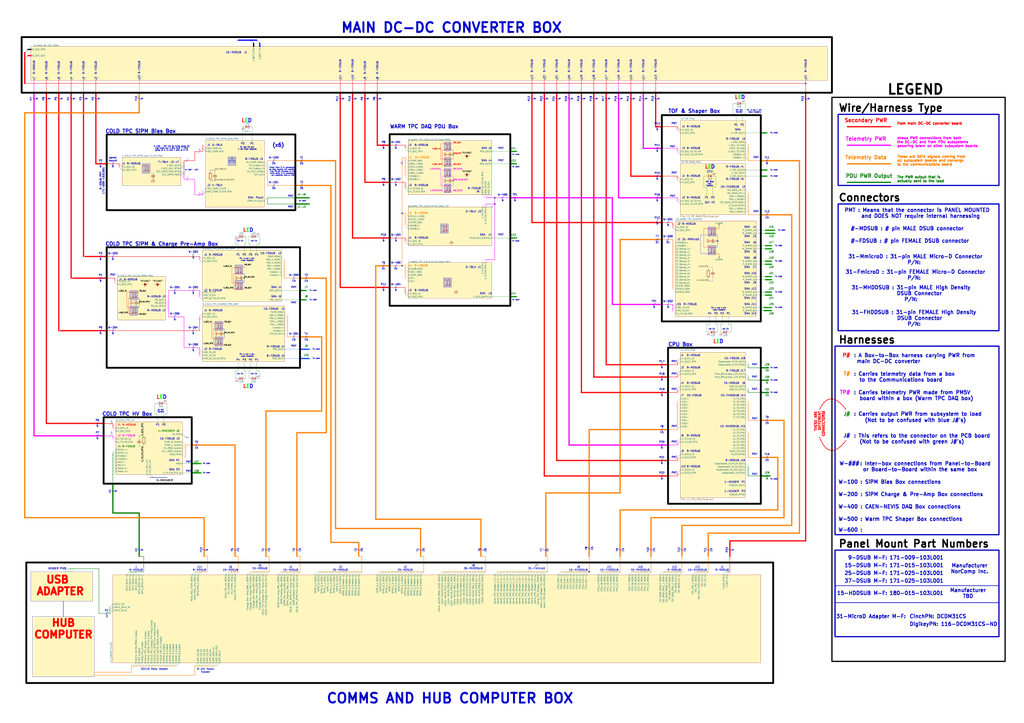
<source format=kicad_sch>
(kicad_sch (version 20250114) (generator "eeschema") (generator_version "9.0")
  (paper "A1")
  (title_block (title "GRAMS PDU Wiring Diagram") (date "2025-08-18") (company "NASA GSFC"))
  (lib_symbols
    (symbol "Device:C_Small" (pin_numbers (hide yes)) (pin_names (offset 0.254) (hide yes))
      (property "Reference" "C" (at 0.254 1.778 0))
      (property "Value" "C_Small" (at 0.254 -2.032 0))
      (symbol "C_Small_1_1"
        (pin passive line (at 0 2.54 270) (length 2.032) (name "~") (number "1"))
        (pin passive line (at 0 -2.54 90) (length 2.032) (name "~") (number "2"))
      )
    )
    (symbol "Device:LED" (pin_numbers (hide yes)) (pin_names (offset 1.016) (hide yes))
      (property "Reference" "D" (at 0 2.54 0))
      (property "Value" "LED" (at 0 -2.54 0))
      (symbol "LED_1_1"
        (pin passive line (at -3.81 0 0) (length 2.54) (name "K") (number "1"))
        (pin passive line (at 3.81 0 180) (length 2.54) (name "A") (number "2"))
      )
    )
    (symbol "Device:L_Coupled_Small_1243" (pin_names (offset 0.254) (hide yes))
      (property "Reference" "L" (at 0 3.175 0))
      (property "Value" "L_Coupled_Small_1243" (at 0 -3.175 0))
      (symbol "L_Coupled_Small_1243_1_1"
        (pin passive line (at -2.54 1.27 0) (length 0.508) (name "1") (number "1"))
        (pin passive line (at -2.54 -1.27 0) (length 0.508) (name "4") (number "4"))
        (pin passive line (at 2.54 1.27 180) (length 0.508) (name "2") (number "2"))
        (pin passive line (at 2.54 -1.27 180) (length 0.508) (name "3") (number "3"))
      )
    )
    (symbol "Device:R" (pin_numbers (hide yes)) (pin_names (offset 0))
      (property "Reference" "R" (at 2.032 0 90))
      (property "Value" "R" (at 0 0 90))
      (symbol "R_1_1"
        (pin passive line (at 0 3.81 270) (length 1.27) (name "~") (number "1"))
        (pin passive line (at 0 -3.81 90) (length 1.27) (name "~") (number "2"))
      )
    )
    (symbol "MSAG_Misc:CHASSIS" (power) (pin_names (offset 0))
      (property "Value" "CHASSIS" (at 0 -3.302 0))
      (symbol "CHASSIS_1_1"
        (pin power_in line (at 0 0 270) (length 0) (hide yes) (name "CHASSIS") (number "1"))
      )
    )
    (symbol "MSAG_Misc:C_Small" (pin_numbers (hide yes)) (pin_names (offset 0.254) (hide yes))
      (property "Reference" "C" (at 0.254 1.778 0))
      (property "Value" "C_Small" (at 0.254 -2.032 0))
      (symbol "C_Small_1_1"
        (pin passive line (at 0 2.54 270) (length 2.032) (name "~") (number "1"))
        (pin passive line (at 0 -2.54 90) (length 2.032) (name "~") (number "2"))
      )
    )
    (symbol "MSAG_Misc:LED_Small_ALT" (pin_numbers (hide yes)) (pin_names (offset 0.254) (hide yes))
      (property "Reference" "D" (at -1.27 3.175 0))
      (property "Value" "LED_Small_ALT" (at -4.445 -2.54 0))
      (symbol "LED_Small_ALT_1_1"
        (pin passive line (at -2.54 0 0) (length 1.778) (name "K") (number "1"))
        (pin passive line (at 2.54 0 180) (length 1.778) (name "A") (number "2"))
      )
    )
    (symbol "Passive_Parts:C" (pin_numbers (hide yes)) (pin_names (offset 0) (hide yes))
      (property "Reference" "C" (at 2.54 5.08 0))
      (symbol "C_1_1"
        (pin passive line (at 0 2.54 0) (length 2.032) (name "~") (number "1"))
        (pin passive line (at 5.08 2.54 180) (length 2.032) (name "~") (number "2"))
      )
    )
    (symbol "Passive_Parts:R" (pin_numbers (hide yes)) (pin_names (offset 0) (hide yes))
      (property "Reference" "R" (at 2.54 5.08 0))
      (symbol "R_1_1"
        (pin passive line (at -1.27 2.54 0) (length 1.27) (name "~") (number "1"))
        (pin passive line (at 6.35 2.54 180) (length 1.27) (name "~") (number "2"))
      )
    )
    (symbol "power:+3V3" (power) (pin_numbers (hide yes)) (pin_names (offset 0) (hide yes))
      (property "Value" "+3V3" (at 0 3.556 0))
      (symbol "+3V3_1_1"
        (pin power_in line (at 0 0 90) (length 0) (name "~") (number "1"))
      )
    )
  )
  (rectangle (start 85.09 342.9) (end 157.48 397.51) (stroke (width 1.5) (color 2 2 2 1)))
  (rectangle (start 364.3607 228.4287) (end 370.7107 236.0487) (fill (type color) (color 0 0 255 0.2)))
  (rectangle (start 87.63 203.2) (end 246.38 302.26) (stroke (width 1.5) (color 0 0 0 1)))
  (rectangle (start 581.5307 186.5187) (end 587.8807 194.1387) (fill (type color) (color 0 0 255 0.2)))
  (rectangle (start 193.04 217.805) (end 199.39 225.425) (fill (type color) (color 0 0 255 0.2)))
  (rectangle (start 581.5307 201.7587) (end 587.8807 209.3787) (fill (type color) (color 0 0 255 0.2)))
  (rectangle (start 26.67 506.73) (end 77.47 556.26) (fill (type color) (color 255 246 191 1)))
  (rectangle (start 106.68 251.46) (end 113.03 259.08) (fill (type color) (color 0 0 255 0.2)))
  (rectangle (start 87.63 110.49) (end 242.57 172.72) (stroke (width 1.5) (color 0 0 0 1)))
  (rectangle (start 106.68 238.76) (end 113.03 246.38) (fill (type color) (color 0 0 255 0.2)))
  (rectangle (start 688.34 93.98) (end 820.42 152.4) (stroke (width 1)))
  (rectangle (start 365.0207 151.1787) (end 370.3207 158.4287) (fill (type color) (color 0 0 255 0.2)))
  (rectangle (start 688.34 167.64) (end 820.42 271.78) (stroke (width 1)))
  (rectangle (start 25.4 469.9) (end 76.2 494.03) (fill (type color) (color 255 246 191 1)))
  (rectangle (start 187.325 128.905) (end 193.675 135.89) (fill (type color) (color 0 0 255 0.2)))
  (rectangle (start 17.78 30.48) (end 683.26 76.2) (stroke (width 1.5) (color 0 0 0 1)))
  (bezier (pts (xy 90.17 349.25) (xy 92.71 346.71) (xy 92.71 346.71) (xy 92.71 346.71)))
  (bezier (pts (xy 328.8007 134.4487) (xy 331.3407 131.9087) (xy 331.3407 131.9087) (xy 331.3407 131.9087)))
  (bezier (pts (xy 152.4 133.35) (xy 154.94 130.81) (xy 154.94 130.81) (xy 154.94 130.81)))
  (rectangle (start 361.8207 183.9787) (end 368.1707 191.5987) (fill (type color) (color 0 0 255 0.2)))
  (rectangle (start 176.53 276.86) (end 182.88 284.48) (fill (type color) (color 0 0 255 0.2)))
  (rectangle (start 365.0207 116.7287) (end 370.3207 124.0287) (fill (type color) (color 0 0 255 0.2)))
  (rectangle (start 543.56 94.615) (end 624.84 264.16) (stroke (width 1.5) (color 0 0 0 1)))
  (rectangle (start 116.84 134.62) (end 123.19 142.24) (fill (type color) (color 0 0 255 0.2)))
  (rectangle (start 685.8 284.48) (end 820.42 439.42) (stroke (width 1)))
  (rectangle (start 320.0399 110.3187) (end 419.0999 251.2887) (stroke (width 1.5) (color 0 0 0 1)))
  (rectangle (start 365.0207 138.4287) (end 370.3207 145.7287) (fill (type color) (color 0 0 255 0.2)))
  (rectangle (start 193.04 230.505) (end 199.39 238.125) (fill (type color) (color 0 0 255 0.2)))
  (bezier (pts (xy 165.1 123.19) (xy 162.56 125.73) (xy 162.56 125.73) (xy 162.56 125.73)))
  (bezier (pts (xy 152.4 148.59) (xy 154.94 146.05) (xy 154.94 146.05) (xy 154.94 146.05)))
  (rectangle (start 685.8 452.12) (end 820.42 523.24) (stroke (width 1)))
  (bezier (pts (xy 165.1 158.75) (xy 162.56 161.29) (xy 162.56 161.29) (xy 162.56 161.29)))
  (rectangle (start 548.64 285.75) (end 624.84 414.02) (stroke (width 1.5) (color 0 0 0 1)))
  (rectangle (start 683.26 80.01) (end 825.5 543.56) (stroke (width 1) (color 0 0 0 1)))
  (bezier (pts (xy 90.17 358.14) (xy 92.71 355.6) (xy 92.71 355.6) (xy 92.71 355.6)))
  (rectangle (start 365.0207 129.4287) (end 370.3207 136.9287) (fill (type color) (color 0 0 255 0.2)))
  (bezier (pts (xy 694.69 361.95) (xy 688.34 370.84) (xy 679.45 375.92) (xy 673.1 359.41)) (stroke (width 0.5) (color 255 0 0 1)))
  (rectangle (start 176.53 264.16) (end 182.88 271.78) (fill (type color) (color 0 0 255 0.2)))
  (rectangle (start 21.59 462.28) (end 635 561.34) (stroke (width 1.5) (color 0 0 0 1)))
  (bezier (pts (xy 694.69 336.55) (xy 688.34 327.66) (xy 679.45 322.58) (xy 673.1 336.55)) (stroke (width 0.5) (color 255 0 0 1)))
  (text "9-MDSUB" (at 563.88 370.84 0) (effects (font (size 1.5 1.5) (thickness 0.254) (bold yes)) (justify left)))
  (text "SMA" (at 615.95 212.09 0) (effects (font (size 1.5 1.5) (thickness 0.254) (bold yes)) (justify right)))
  (text "J6\n15-MDSUB" (at 189.23 467.36 0) (effects (font (size 1.5 1.5) (thickness 0.254) (bold yes))))
  (text "J20" (at 631.19 219.71 0) (effects (font (size 1.5 1.5) (thickness 0.3) (bold yes)) (justify left)))
  (text "3-TBLK" (at 391.16 173.99 0) (effects (font (size 1.5 1.5) (thickness 0.254) (bold yes)) (justify right)))
  (text "9-FDSUB" (at 340.36 175.26 0) (effects (font (size 1.5 1.5) (thickness 0.254) (bold yes)) (justify left)))
  (text "31-MmicroD : 31-pin MALE Micro-D Connector\nP/N: " (at 751.84 213.36 0) (effects (font (size 3 3) (thickness 0.6) (bold yes))))
  (text "J27" (at 161.29 379.73 0) (effects (font (size 1.5 1.5) (thickness 0.3) (bold yes))))
  (text "J16  9-FDSUB" (at 508 66.04 90) (effects (font (size 1.5 1.5) (thickness 0.254) (bold yes)) (justify left)))
  (text "J1" (at 335.28 195.58 0) (effects (font (size 1.5 1.5) (thickness 0.254) (bold yes)) (justify left)))
  (text "J5\n15-MDSUB" (at 213.36 466.09 0) (effects (font (size 1.5 1.5) (thickness 0.254) (bold yes))))
  (text "D" (at 585.47 137.16 0) (effects (font (size 3 3) (thickness 0.6) (bold yes))))
  (text "P3\n/\n9" (at 68.58 81.28 90) (effects (font (size 1.5 1.5) (thickness 0.3) (bold yes))))
  (text "3" (at 163.83 123.19 0) (effects (font (size 1 1) (thickness 0.125))))
  (text "SMA" (at 208.28 162.56 0) (effects (font (size 1.5 1.5) (thickness 0.254) (bold yes)) (justify right)))
  (text "T9\n/\n15" (at 509.27 452.12 90) (effects (font (size 1.5 1.5) (thickness 0.3) (bold yes))))
  (text "J2" (at 134.62 255.27 0) (effects (font (size 1.5 1.5) (thickness 0.254) (bold yes))))
  (text "To Load" (at 636.27 240.03 0) (effects (font (size 1 1) (thickness 0.3) (bold yes)) (justify left)))
  (text "J3" (at 612.14 153.67 0) (effects (font (size 1.5 1.5) (thickness 0.254) (bold yes)) (justify right)))
  (text "9-MDSUB" (at 340.36 152.4 0) (effects (font (size 1.5 1.5) (thickness 0.254) (bold yes)) (justify left)))
  (text "H1\n/\n3" (at 87.63 504.19 0) (effects (font (size 1.5 1.5) (thickness 0.3) (bold yes))))
  (text "PMT" (at 619.76 344.17 0) (effects (font (size 1.5 1.5) (thickness 0.3) (bold yes))))
  (text "To Load" (at 256.54 287.02 0) (effects (font (size 1 1) (thickness 0.3) (bold yes)) (justify left)))
  (text "SMA" (at 143.51 378.46 0) (effects (font (size 1.5 1.5) (thickness 0.254) (bold yes)) (justify right)))
  (text ": A Box-to-Box harness carying PWR from\n main DC-DC converter" (at 701.04 294.64 0) (effects (font (size 3 3) (thickness 0.6) (bold yes)) (justify left)))
  (text "TP1\n/\n9" (at 537.21 250.19 0) (effects (font (size 1.5 1.5) (thickness 0.3) (bold yes))))
  (text "P1" (at 146.05 378.46 0) (effects (font (size 1.5 1.5) (thickness 0.254) (bold yes))))
  (text "T8\n/\n15" (at 483.87 450.85 90) (effects (font (size 1.5 1.5) (thickness 0.3) (bold yes))))
  (text "9-FDSUB" (at 212.09 130.81 0) (effects (font (size 1.5 1.5) (thickness 0.254) (bold yes)) (justify right)))
  (text "T3\n/\n15" (at 251.46 228.6 0) (effects (font (size 1.5 1.5) (thickness 0.3) (bold yes))))
  (text "PMT : Means that the connector is PANEL MOUNTED\n      and DOES NOT require internal harnessing" (at 693.42 175.26 0) (effects (font (size 3 3) (thickness 0.6) (bold yes)) (justify left)))
  (text "SMA" (at 398.78 241.3 0) (effects (font (size 1.5 1.5) (thickness 0.254) (bold yes)) (justify right)))
  (text "SMA" (at 227.33 236.22 0) (effects (font (size 1.5 1.5) (thickness 0.254) (bold yes)) (justify right)))
  (text "P8\n/\n9" (at 309.88 81.28 90) (effects (font (size 1.5 1.5) (thickness 0.3) (bold yes))))
  (text "-5V EN" (at 196.85 307.34 0) (effects (font (size 1 1) (thickness 0.3) (bold yes))))
  (text "P2\n/\n9" (at 78.74 81.28 90) (effects (font (size 1.5 1.5) (thickness 0.3) (bold yes))))
  (text "J4" (at 231.14 236.22 0) (effects (font (size 1.5 1.5) (thickness 0.254) (bold yes)) (justify right)))
  (text "9-MDSUB" (at 563.88 383.54 0) (effects (font (size 1.5 1.5) (thickness 0.254) (bold yes)) (justify left)))
  (text "E" (at 130.81 326.39 0) (effects (font (size 3 3) (thickness 0.6) (bold yes)) (justify left)))
  (text "9-MDSUB" (at 340.36 238.76 0) (effects (font (size 1.5 1.5) (thickness 0.254) (bold yes)) (justify left)))
  (text "9-DSUB M-F:" (at 728.98 458.47 0) (effects (font (size 3 3) (thickness 0.6) (bold yes)) (justify right)))
  (text "P2" (at 205.74 295.91 0) (effects (font (size 1.5 1.5) (thickness 0.254) (bold yes))))
  (text "Small on-board LED\nfor +5V enable" (at 383.54 125.73 0) (effects (font (size 0.5 0.5) (thickness 0.6) (bold yes))))
  (text "P2" (at 200.66 209.55 0) (effects (font (size 1.5 1.5) (thickness 0.254) (bold yes))))
  (text "T1\n/\n25" (at 345.44 452.12 90) (effects (font (size 1.5 1.5) (thickness 0.3) (bold yes))))
  (text "J8\n26-MHDDSUB" (at 388.62 466.09 0) (effects (font (size 1.5 1.5) (thickness 0.254) (bold yes))))
  (text "9-FDSUB" (at 607.06 304.8 0) (effects (font (size 1.5 1.5) (thickness 0.254) (bold yes)) (justify right)))
  (text "T11\n/\n9" (at 629.92 132.08 0) (effects (font (size 1.5 1.5) (thickness 0.3) (bold yes))))
  (text ": Carries telemetry data from a box\n  to the Communications board" (at 701.04 309.88 0) (effects (font (size 3 3) (thickness 0.6) (bold yes)) (justify left)))
  (text "J6" (at 612.14 314.96 0) (effects (font (size 1.5 1.5) (thickness 0.254) (bold yes)) (justify right)))
  (text "J17" (at 612.14 304.8 0) (effects (font (size 1.5 1.5) (thickness 0.254) (bold yes)) (justify right)))
  (text "SMA" (at 615.95 237.49 0) (effects (font (size 1.5 1.5) (thickness 0.254) (bold yes)) (justify right)))
  (text "PMT" (at 154.94 387.35 0) (effects (font (size 1.5 1.5) (thickness 0.3) (bold yes))))
  (text "W-100 : SiPM Bias Box connections" (at 688.34 396.24 0) (effects (font (size 3 3) (thickness 0.6) (bold yes)) (justify left)))
  (text "J18  9-FDSUB" (at 487.68 66.04 90) (effects (font (size 1.5 1.5) (thickness 0.254) (bold yes)) (justify left)))
  (text "J7" (at 558.8 325.12 0) (effects (font (size 1.5 1.5) (thickness 0.254) (bold yes)) (justify left)))
  (text "T10\n/\n15" (at 534.67 452.12 90) (effects (font (size 1.5 1.5) (thickness 0.3) (bold yes))))
  (text "E" (at 201.93 189.23 0) (effects (font (size 3 3) (thickness 0.6) (bold yes)) (justify left)))
  (text "9-MDSUB" (at 563.88 162.56 0) (effects (font (size 1.5 1.5) (thickness 0.254) (bold yes)) (justify left)))
  (text "J2  9-FDSUB" (at 78.74 66.04 90) (effects (font (size 1.5 1.5) (thickness 0.254) (bold yes)) (justify left)))
  (text "P9\n/\n9" (at 299.72 81.28 90) (effects (font (size 1.5 1.5) (thickness 0.3) (bold yes))))
  (text "J25" (at 631.19 250.19 0) (effects (font (size 1.5 1.5) (thickness 0.3) (bold yes)) (justify left)))
  (text "P9\n/\n9" (at 314.96 149.86 0) (effects (font (size 1.5 1.5) (thickness 0.3) (bold yes))))
  (text "7" (at 153.67 146.05 0) (effects (font (size 1 1) (thickness 0.125))))
  (text "from main DC-DC converter board" (at 736.6 101.6 0) (effects (font (size 2 2) (thickness 0.6) (bold yes)) (justify left)))
  (text "9-FDSUB" (at 100.33 367.03 0) (effects (font (size 1.5 1.5) (thickness 0.254) (bold yes)) (justify left)))
  (text "J24" (at 631.19 245.11 0) (effects (font (size 1.5 1.5) (thickness 0.3) (bold yes)) (justify left)))
  (text "T7\n/\n31" (at 447.04 452.12 90) (effects (font (size 1.5 1.5) (thickness 0.3) (bold yes))))
  (text "J5" (at 610.87 147.32 0) (effects (font (size 1.5 1.5) (thickness 0.254) (bold yes)) (justify right)))
  (text "J31\n/\n15" (at 629.92 322.58 0) (effects (font (size 1.5 1.5) (thickness 0.3) (bold yes))))
  (text "W-600 :" (at 688.34 435.61 0) (effects (font (size 3 3) (thickness 0.6) (bold yes)) (justify left)))
  (text "31-FmicroD : 31-pin FEMALE Micro-D Connector\nP/N: " (at 751.84 226.06 0) (effects (font (size 3 3) (thickness 0.6) (bold yes))))
  (text "P5\n/\n9" (at 48.26 81.28 90) (effects (font (size 1.5 1.5) (thickness 0.3) (bold yes))))
  (text "PMT" (at 621.03 173.99 0) (effects (font (size 1.5 1.5) (thickness 0.3) (bold yes))))
  (text "J14" (at 621.03 250.19 0) (effects (font (size 1.5 1.5) (thickness 0.254) (bold yes)) (justify right)))
  (text "J12\n\n\n" (at 421.64 134.62 0) (effects (font (size 1.5 1.5) (thickness 0.3) (bold yes))))
  (text "9" (at 91.44 355.6 0) (effects (font (size 1 1) (thickness 0.125))))
  (text "T9\n/\n15" (at 629.92 345.44 0) (effects (font (size 1.5 1.5) (thickness 0.3) (bold yes))))
  (text "P15\n/\n9" (at 518.16 81.28 90) (effects (font (size 1.5 1.5) (thickness 0.3) (bold yes))))
  (text "PMT" (at 619.76 373.38 0) (effects (font (size 1.5 1.5) (thickness 0.3) (bold yes))))
  (text "HEADER PINS" (at 46.99 467.36 0) (effects (font (size 1.5 1.5) (thickness 0.3) (bold yes))))
  (text "SMA" (at 227.33 243.84 0) (effects (font (size 1.5 1.5) (thickness 0.254) (bold yes)) (justify right)))
  (text "USB \nADAPTER" (at 49.53 481.33 0) (effects (font (size 6 6) (thickness 1.6) (bold yes))))
  (text "T13\n/\n9" (at 167.64 452.12 90) (effects (font (size 1.5 1.5) (thickness 0.3) (bold yes))))
  (text "W-102 - 107 will be flying leads (?)\nthat break out 3 pins from 7-TBLK\ngoing to 2-J1 and 4 pins to 2-J2" (at 140.97 121.92 0) (effects (font (size 1 1) (thickness 0.3) (bold yes))))
  (text "15-FDSUB" (at 226.06 208.28 0) (effects (font (size 1.5 1.5) (thickness 0.254) (bold yes)) (justify right)))
  (text "3" (at 403.86 170.18 0) (effects (font (size 1 1) (thickness 0.125))))
  (text "SMA" (at 615.95 219.71 0) (effects (font (size 1.5 1.5) (thickness 0.254) (bold yes)) (justify right)))
  (text "W-200\n/\n15" (at 241.3 228.6 0) (effects (font (size 1.5 1.5) (thickness 0.3) (bold yes))))
  (text "To Load" (at 632.46 393.7 0) (effects (font (size 1 1) (thickness 0.3) (bold yes)) (justify left)))
  (text "T12\n/\n15" (at 560.07 452.12 90) (effects (font (size 1.5 1.5) (thickness 0.3) (bold yes))))
  (text "W-500\n/\n31" (at 548.64 196.85 0) (effects (font (size 1.5 1.5) (thickness 0.3) (bold yes))))
  (text "SMA" (at 615.95 245.11 0) (effects (font (size 1.5 1.5) (thickness 0.254) (bold yes)) (justify right)))
  (text "J7" (at 251.46 236.22 0) (effects (font (size 1.5 1.5) (thickness 0.3) (bold yes))))
  (text "P6\n/\n9" (at 80.01 347.98 0) (effects (font (size 1.5 1.5) (thickness 0.3) (bold yes))))
  (text "COMMS AND HUB COMPUTER BOX" (at 369.57 574.04 0) (effects (font (size 8 8) (thickness 1.6) (bold yes))))
  (text "P23\n/\n9" (at 661.67 81.28 90) (effects (font (size 1.5 1.5) (thickness 0.3) (bold yes))))
  (text "To Load" (at 166.37 388.62 0) (effects (font (size 1 1) (thickness 0.3) (bold yes)) (justify left)))
  (text "SMA" (at 615.95 224.79 0) (effects (font (size 1.5 1.5) (thickness 0.254) (bold yes)) (justify right)))
  (text "SMA" (at 615.95 250.19 0) (effects (font (size 1.5 1.5) (thickness 0.254) (bold yes)) (justify right)))
  (text "To Load" (at 166.37 381 0) (effects (font (size 1 1) (thickness 0.3) (bold yes)) (justify left)))
  (text "T13\n/\n9" (at 114.3 81.28 90) (effects (font (size 1.5 1.5) (thickness 0.3) (bold yes))))
  (text "31-FHDDSUB : 31-pin FEMALE High Density \n   DSUB Connector\nP/N: " (at 751.84 261.62 0) (effects (font (size 3 3) (thickness 0.6) (bold yes))))
  (text "#-FDSUB : # pin FEMALE DSUB connector" (at 698.5 198.12 0) (effects (font (size 3 3) (thickness 0.6) (bold yes)) (justify left)))
  (text "P10\n/\n9" (at 314.96 195.58 0) (effects (font (size 1.5 1.5) (thickness 0.3) (bold yes))))
  (text "SMA" (at 400.05 132.08 0) (effects (font (size 1.5 1.5) (thickness 0.254) (bold yes)) (justify right)))
  (text "J18" (at 612.14 294.64 0) (effects (font (size 1.5 1.5) (thickness 0.254) (bold yes)) (justify right)))
  (text "P12\n/\n9" (at 539.75 181.61 0) (effects (font (size 1.5 1.5) (thickness 0.3) (bold yes))))
  (text "9-MDSUB" (at 132.08 243.84 0) (effects (font (size 1.5 1.5) (thickness 0.254) (bold yes)) (justify right)))
  (text "PMT" (at 241.3 236.22 0) (effects (font (size 1.5 1.5) (thickness 0.3) (bold yes))))
  (text "To Load" (at 420.37 127 0) (effects (font (size 1 1) (thickness 0.3) (bold yes)) (justify left)))
  (text "J15" (at 631.19 186.69 0) (effects (font (size 1.5 1.5) (thickness 0.3) (bold yes)) (justify left)))
  (text "J1" (at 168.91 255.27 0) (effects (font (size 1.5 1.5) (thickness 0.254) (bold yes))))
  (text "J4  9-FDSUB" (at 58.42 66.04 90) (effects (font (size 1.5 1.5) (thickness 0.254) (bold yes)) (justify left)))
  (text "D" (at 203.2 99.06 0) (effects (font (size 3 3) (thickness 0.6) (bold yes)) (justify left)))
  (text "P2" (at 612.14 403.86 0) (effects (font (size 1.5 1.5) (thickness 0.254) (bold yes)) (justify right)))
  (text "J2" (at 168.91 287.02 0) (effects (font (size 1.5 1.5) (thickness 0.254) (bold yes))))
  (text "J14" (at 612.14 325.12 0) (effects (font (size 1.5 1.5) (thickness 0.254) (bold yes)) (justify right)))
  (text "P3" (at 200.66 295.91 0) (effects (font (size 1.5 1.5) (thickness 0.254) (bold yes))))
  (text "To Load" (at 636.27 201.93 0) (effects (font (size 1 1) (thickness 0.3) (bold yes)) (justify left)))
  (text "panel\nmount\n/\n9" (at 92.71 133.35 0) (effects (font (size 1.5 1.5) (thickness 0.3) (bold yes))))
  (text "31-MicroD Adapter M-F:" (at 744.22 506.73 0) (effects (font (size 3 3) (thickness 0.6) (bold yes)) (justify right)))
  (text "9-pin Molex\nheader" (at 168.91 551.18 0) (effects (font (size 1.5 1.5) (thickness 0.254) (bold yes))))
  (text "171-009-103L001" (at 730.25 458.47 0) (effects (font (size 3 3) (thickness 0.6) (bold yes)) (justify left)))
  (text "9-MDSUB" (at 563.88 104.14 0) (effects (font (size 1.5 1.5) (thickness 0.254) (bold yes)) (justify left)))
  (text "J4-J6" (at 247.65 160.02 0) (effects (font (size 1.5 1.5) (thickness 0.3) (bold yes))))
  (text "T2\n/\n25" (at 247.65 152.4 0) (effects (font (size 1.5 1.5) (thickness 0.3) (bold yes))))
  (text "9-MDSUB" (at 563.88 302.26 0) (effects (font (size 1.5 1.5) (thickness 0.254) (bold yes)) (justify left)))
  (text "J9" (at 621.03 232.41 0) (effects (font (size 1.5 1.5) (thickness 0.254) (bold yes)) (justify right)))
  (text "J9  9-FDSUB" (at 299.72 66.04 90) (effects (font (size 1.5 1.5) (thickness 0.254) (bold yes)) (justify left)))
  (text "P1 and P2 are \n1 pin male headers" (at 203.2 121.92 0) (effects (font (size 1 1) (thickness 0.3) (bold yes))))
  (text "9-FDSUB" (at 171.45 287.02 0) (effects (font (size 1.5 1.5) (thickness 0.254) (bold yes)) (justify left)))
  (text "D" (at 608.33 80.01 0) (effects (font (size 3 3) (thickness 0.6) (bold yes)) (justify left)))
  (text "9-FDSUB" (at 394.97 154.94 0) (effects (font (size 1.5 1.5) (thickness 0.254) (bold yes)) (justify right)))
  (text "15-FDSUB" (at 143.51 360.68 0) (effects (font (size 1.5 1.5) (thickness 0.254) (bold yes)) (justify right)))
  (text "COLD TPC HV Box" (at 83.82 340.36 0) (effects (font (size 3 3) (thickness 0.6) (bold yes)) (justify left)))
  (text "The PWR output that is\nactually sent to the load" (at 736.6 147.32 0) (effects (font (size 2 2) (thickness 0.6) (bold yes)) (justify left)))
  (text "J21  9-FDSUB" (at 457.2 66.04 90) (effects (font (size 1.5 1.5) (thickness 0.254) (bold yes)) (justify left)))
  (text "J3" (at 335.28 152.4 0) (effects (font (size 1.5 1.5) (thickness 0.254) (bold yes)) (justify left)))
  (text "PMT" (at 553.72 307.34 0) (effects (font (size 1.5 1.5) (thickness 0.3) (bold yes))))
  (text "To Load" (at 632.46 109.22 0) (effects (font (size 1 1) (thickness 0.3) (bold yes)) (justify left)))
  (text "J28" (at 161.29 387.35 0) (effects (font (size 1.5 1.5) (thickness 0.3) (bold yes))))
  (text "J1" (at 171.45 119.38 0) (effects (font (size 1.5 1.5) (thickness 0.254) (bold yes))))
  (text "P2\n/\n9" (at 82.55 134.62 0) (effects (font (size 1.5 1.5) (thickness 0.3) (bold yes))))
  (text "P#" (at 698.5 292.1 0) (effects (font (size 3 3) (thickness 0.6) (bold yes)) (justify right)))
  (text "J3  9-FDSUB" (at 68.58 66.04 90) (effects (font (size 1.5 1.5) (thickness 0.254) (bold yes)) (justify left)))
  (text "J2" (at 97.79 358.14 0) (effects (font (size 1.5 1.5) (thickness 0.254) (bold yes))))
  (text "J11  9-FDSUB" (at 279.4 66.04 90) (effects (font (size 1.5 1.5) (thickness 0.254) (bold yes)) (justify left)))
  (text "PMT" (at 553.72 297.18 0) (effects (font (size 1.5 1.5) (thickness 0.3) (bold yes))))
  (text "J2" (at 557.53 184.15 0) (effects (font (size 1.5 1.5) (thickness 0.254) (bold yes))))
  (text "15-MDSUB" (at 198.12 43.18 0) (effects (font (size 1.5 1.5) (thickness 0.254) (bold yes)) (justify right)))
  (text "P3\n/\n9" (at 82.55 210.82 0) (effects (font (size 1.5 1.5) (thickness 0.3) (bold yes))))
  (text "J15" (at 612.14 350.52 0) (effects (font (size 1.5 1.5) (thickness 0.254) (bold yes)) (justify right)))
  (text "(Not to be confused with blue J#'s)" (at 751.84 345.44 0) (effects (font (size 3 3) (thickness 0.6) (bold yes))))
  (text "CinchPN: DCDM31CS" (at 746.76 506.73 0) (effects (font (size 3 3) (thickness 0.6) (bold yes)) (justify left)))
  (text "J18" (at 631.19 207.01 0) (effects (font (size 1.5 1.5) (thickness 0.3) (bold yes)) (justify left)))
  (text "J1" (at 99.06 229.87 0) (effects (font (size 1.5 1.5) (thickness 0.254) (bold yes))))
  (text "P4" (at 195.58 295.91 0) (effects (font (size 1.5 1.5) (thickness 0.254) (bold yes))))
  (text "J3" (at 393.7 173.99 0) (effects (font (size 1.5 1.5) (thickness 0.254) (bold yes))))
  (text "J23" (at 631.19 237.49 0) (effects (font (size 1.5 1.5) (thickness 0.3) (bold yes)) (justify left)))
  (text "J1" (at 335.28 129.54 0) (effects (font (size 1.5 1.5) (thickness 0.254) (bold yes)) (justify left)))
  (text "To Load" (at 245.11 165.1 0) (effects (font (size 1 1) (thickness 0.3) (bold yes)) (justify left)))
  (text "J11" (at 621.03 245.11 0) (effects (font (size 1.5 1.5) (thickness 0.254) (bold yes)) (justify right)))
  (text "L" (at 580.39 137.16 0) (effects (font (size 3 3) (thickness 0.6) (bold yes))))
  (text "To Load" (at 632.46 144.78 0) (effects (font (size 1 1) (thickness 0.3) (bold yes)) (justify left)))
  (text "J2" (at 335.28 119.38 0) (effects (font (size 1.5 1.5) (thickness 0.254) (bold yes)) (justify left)))
  (text "9-MDSUB" (at 101.6 229.87 0) (effects (font (size 1.5 1.5) (thickness 0.254) (bold yes)) (justify left)))
  (text "P2" (at 585.47 162.56 0) (effects (font (size 1.5 1.5) (thickness 0.254) (bold yes))))
  (text "1-HEADER" (at 607.06 396.24 0) (effects (font (size 1.5 1.5) (thickness 0.254) (bold yes)) (justify right)))
  (text "W-101\n/\n25" (at 224.79 152.4 0) (effects (font (size 1.5 1.5) (thickness 0.3) (bold yes))))
  (text "P1-4 are 1 pin \nmale headers" (at 590.55 254 0) (effects (font (size 1 1) (thickness 0.3) (bold yes))))
  (text "W-205\n/\n9" (at 158.75 238.76 0) (effects (font (size 1.5 1.5) (thickness 0.3) (bold yes))))
  (text "J29\n/\n15" (at 629.92 302.26 0) (effects (font (size 1.5 1.5) (thickness 0.3) (bold yes))))
  (text "J5" (at 231.14 243.84 0) (effects (font (size 1.5 1.5) (thickness 0.254) (bold yes)) (justify right)))
  (text "J20  9-FDSUB" (at 467.36 66.04 90) (effects (font (size 1.5 1.5) (thickness 0.254) (bold yes)) (justify left)))
  (text "15-FDSUB" (at 563.88 325.12 0) (effects (font (size 1.5 1.5) (thickness 0.254) (bold yes)) (justify left)))
  (text "D" (at 204.47 189.23 0) (effects (font (size 3 3) (thickness 0.6) (bold yes)) (justify left)))
  (text "PMT" (at 553.72 320.04 0) (effects (font (size 1.5 1.5) (thickness 0.3) (bold yes))))
  (text "J3\n25-MDSUB" (at 279.4 467.36 0) (effects (font (size 1.5 1.5) (thickness 0.254) (bold yes))))
  (text "9-MDSUB" (at 171.45 209.55 0) (effects (font (size 1.5 1.5) (thickness 0.254) (bold yes)) (justify left)))
  (text "L" (at 199.39 317.5 0) (effects (font (size 3 3) (thickness 0.6) (bold yes)) (justify left)))
  (text "P20\n/\n9" (at 467.36 81.28 90) (effects (font (size 1.5 1.5) (thickness 0.3) (bold yes))))
  (text "COLD TPC SiPM Bias Box" (at 86.36 107.95 0) (effects (font (size 3 3) (thickness 0.6) (bold yes)) (justify left)))
  (text "J2" (at 335.28 238.76 0) (effects (font (size 1.5 1.5) (thickness 0.254) (bold yes)) (justify left)))
  (text "P22\n/\n9" (at 447.04 81.28 90) (effects (font (size 1.5 1.5) (thickness 0.3) (bold yes))))
  (text "J6" (at 621.03 199.39 0) (effects (font (size 1.5 1.5) (thickness 0.254) (bold yes)) (justify right)))
  (text "15-HDDSUB M-F:" (at 728.98 487.68 0) (effects (font (size 3 3) (thickness 0.6) (bold yes)) (justify right)))
  (text "Small on-board LED\nfor -5V enable" (at 383.54 140.97 0) (effects (font (size 0.5 0.5) (thickness 0.6) (bold yes))))
  (text "J3" (at 231.14 208.28 0) (effects (font (size 1.5 1.5) (thickness 0.254) (bold yes)) (justify right)))
  (text "D" (at 133.35 326.39 0) (effects (font (size 3 3) (thickness 0.6) (bold yes)) (justify left)))
  (text "-5V EN" (at 584.2 270.51 0) (effects (font (size 1 1) (thickness 0.3) (bold yes))))
  (text "J26" (at 631.19 257.81 0) (effects (font (size 1.5 1.5) (thickness 0.3) (bold yes)) (justify left)))
  (text "Secondary PWR" (at 711.2 99.06 0) (effects (font (size 3 3) (thickness 0.6) (bold yes))))
  (text "W-402\n/\n9" (at 325.12 149.86 0) (effects (font (size 1.5 1.5) (thickness 0.3) (bold yes))))
  (text "3-MHEADER" (at 128.27 394.97 0) (effects (font (size 1.5 1.5) (thickness 0.254) (bold yes)) (justify left)))
  (text "J6  9-FDSUB" (at 38.1 66.04 90) (effects (font (size 1.5 1.5) (thickness 0.254) (bold yes)) (justify left)))
  (text "J10" (at 621.03 224.79 0) (effects (font (size 1.5 1.5) (thickness 0.254) (bold yes)) (justify right)))
  (text ": Inter-box connections from Panel-to-Board \n or Board-to-Board within the same box" (at 706.12 383.54 0) (effects (font (size 3 3) (thickness 0.6) (bold yes)) (justify left)))
  (text "P1" (at 195.58 209.55 0) (effects (font (size 1.5 1.5) (thickness 0.254) (bold yes))))
  (text "P13\n/\n9" (at 538.48 81.28 90) (effects (font (size 1.5 1.5) (thickness 0.3) (bold yes))))
  (text "COLD TPC SiPM & Charge Pre-Amp Box" (at 86.36 200.66 0) (effects (font (size 3 3) (thickness 0.6) (bold yes)) (justify left)))
  (text "J5" (at 621.03 207.01 0) (effects (font (size 1.5 1.5) (thickness 0.254) (bold yes)) (justify right)))
  (text "W-102 - 107" (at 157.48 139.7 0) (effects (font (size 1 1) (thickness 0.3) (bold yes))))
  (text "T10\n/\n15" (at 629.92 375.92 0) (effects (font (size 1.5 1.5) (thickness 0.3) (bold yes))))
  (text "PMT" (at 552.45 120.65 0) (effects (font (size 1.5 1.5) (thickness 0.3) (bold yes))))
  (text "T1\n/\n25" (at 247.65 132.08 0) (effects (font (size 1.5 1.5) (thickness 0.3) (bold yes))))
  (text "J15  9-FDSUB" (at 518.16 66.04 90) (effects (font (size 1.5 1.5) (thickness 0.254) (bold yes)) (justify left)))
  (text "L" (at 585.47 280.67 0) (effects (font (size 3 3) (thickness 0.6) (bold yes)) (justify left)))
  (text "P4\n/\n9" (at 82.55 228.6 0) (effects (font (size 1.5 1.5) (thickness 0.3) (bold yes))))
  (text "P21\n/\n9" (at 543.56 378.46 0) (effects (font (size 1.5 1.5) (thickness 0.3) (bold yes))))
  (text "J10" (at 251.46 292.1 0) (effects (font (size 1.5 1.5) (thickness 0.3) (bold yes))))
  (text "PMT" (at 553.72 101.6 0) (effects (font (size 1.5 1.5) (thickness 0.3) (bold yes))))
  (text "These are DATA signals coming from\nall subsystem boards and converge\nto the communications board" (at 736.6 132.08 0) (effects (font (size 2 2) (thickness 0.6) (bold yes)) (justify left)))
  (text "J21" (at 631.19 224.79 0) (effects (font (size 1.5 1.5) (thickness 0.3) (bold yes)) (justify left)))
  (text "180-015-103L001" (at 730.25 487.68 0) (effects (font (size 3 3) (thickness 0.6) (bold yes)) (justify left)))
  (text "P18\n/\n9" (at 543.56 309.88 0) (effects (font (size 1.5 1.5) (thickness 0.3) (bold yes))))
  (text "J12  9-FDSUB" (at 436.88 66.04 90) (effects (font (size 1.5 1.5) (thickness 0.254) (bold yes)) (justify left)))
  (text "9-MDSUB" (at 340.36 119.38 0) (effects (font (size 1.5 1.5) (thickness 0.254) (bold yes)) (justify left)))
  (text "7" (at 153.67 130.81 0) (effects (font (size 1 1) (thickness 0.125))))
  (text "To Load" (at 638.81 189.23 0) (effects (font (size 1 1) (thickness 0.3) (bold yes)) (justify left)))
  (text "T6\n/\n26" (at 396.24 452.12 90) (effects (font (size 1.5 1.5) (thickness 0.3) (bold yes))))
  (text "E" (at 605.79 80.01 0) (effects (font (size 3 3) (thickness 0.6) (bold yes)) (justify left)))
  (text "J1" (at 393.7 219.71 0) (effects (font (size 1.5 1.5) (thickness 0.254) (bold yes))))
  (text "P1" (at 604.52 102.87 0) (effects (font (size 1.5 1.5) (thickness 0.254) (bold yes))))
  (text "15-FDSUB" (at 228.6 254 0) (effects (font (size 1.5 1.5) (thickness 0.254) (bold yes)) (justify right)))
  (text "J3" (at 621.03 194.31 0) (effects (font (size 1.5 1.5) (thickness 0.254) (bold yes)) (justify right)))
  (text "P7\n/\n9" (at 80.01 358.14 0) (effects (font (size 1.5 1.5) (thickness 0.3) (bold yes))))
  (text "J7\n31-FmicroD" (at 440.69 466.09 0) (effects (font (size 1.5 1.5) (thickness 0.254) (bold yes))))
  (text "J19" (at 631.19 212.09 0) (effects (font (size 1.5 1.5) (thickness 0.3) (bold yes)) (justify left)))
  (text "J11\n\n\n" (at 421.64 124.46 0) (effects (font (size 1.5 1.5) (thickness 0.3) (bold yes))))
  (text "15-FDSUB" (at 340.36 129.54 0) (effects (font (size 1.5 1.5) (thickness 0.254) (bold yes)) (justify left)))
  (text "Wire/Harness Type" (at 688.34 88.9 0) (effects (font (size 6 6) (thickness 1.2) (bold yes)) (justify left)))
  (text "PMT" (at 411.48 121.92 0) (effects (font (size 1.5 1.5) (thickness 0.3) (bold yes))))
  (text "J3" (at 214.63 130.81 0) (effects (font (size 1.5 1.5) (thickness 0.254) (bold yes))))
  (text "15" (at 330.2 134.62 0) (effects (font (size 1 1) (thickness 0.125))))
  (text "W-203\n/\n9" (at 158.75 209.55 0) (effects (font (size 1.5 1.5) (thickness 0.3) (bold yes))))
  (text "P12\n/\n9" (at 436.88 81.28 90) (effects (font (size 1.5 1.5) (thickness 0.3) (bold yes))))
  (text "PMT" (at 553.72 350.52 0) (effects (font (size 1.5 1.5) (thickness 0.3) (bold yes))))
  (text "PMT" (at 238.76 170.18 0) (effects (font (size 1.5 1.5) (thickness 0.3) (bold yes))))
  (text "3-TBLK" (at 173.99 119.38 0) (effects (font (size 1.5 1.5) (thickness 0.254) (bold yes)) (justify left)))
  (text "To Load" (at 420.37 137.16 0) (effects (font (size 1 1) (thickness 0.3) (bold yes)) (justify left)))
  (text "(p1-4)" (at 582.93 166.37 0) (effects (font (size 1.5 1.5) (thickness 0.254) (bold yes))))
  (text "J13" (at 558.8 383.54 0) (effects (font (size 1.5 1.5) (thickness 0.254) (bold yes)) (justify left)))
  (text "SMA" (at 615.95 194.31 0) (effects (font (size 1.5 1.5) (thickness 0.254) (bold yes)) (justify right)))
  (text "To Load" (at 254 246.38 0) (effects (font (size 1 1) (thickness 0.3) (bold yes)) (justify left)))
  (text "SMA" (at 615.95 199.39 0) (effects (font (size 1.5 1.5) (thickness 0.254) (bold yes)) (justify right)))
  (text "15-FHDDSUB" (at 607.06 325.12 0) (effects (font (size 1.5 1.5) (thickness 0.254) (bold yes)) (justify right)))
  (text "W-400\n/\n31" (at 325.12 218.44 0) (effects (font (size 1.5 1.5) (thickness 0.3) (bold yes))))
  (text "T3\n/\n15" (at 243.84 452.12 90) (effects (font (size 1.5 1.5) (thickness 0.3) (bold yes))))
  (text "W-###" (at 706.12 381 0) (effects (font (size 3 3) (thickness 0.6) (bold yes)) (justify right)))
  (text "To Load" (at 256.54 294.64 0) (effects (font (size 1 1) (thickness 0.3) (bold yes)) (justify left)))
  (text "W-203\n/\n9" (at 92.71 210.82 0) (effects (font (size 1.5 1.5) (thickness 0.3) (bold yes))))
  (text "P2" (at 609.6 102.87 0) (effects (font (size 1.5 1.5) (thickness 0.254) (bold yes))))
  (text "P8\n/\n9" (at 314.96 119.38 0) (effects (font (size 1.5 1.5) (thickness 0.3) (bold yes))))
  (text "J4" (at 97.79 367.03 0) (effects (font (size 1.5 1.5) (thickness 0.254) (bold yes))))
  (text "PMT" (at 619.76 299.72 0) (effects (font (size 1.5 1.5) (thickness 0.3) (bold yes))))
  (text "P20\n/\n9" (at 543.56 365.76 0) (effects (font (size 1.5 1.5) (thickness 0.3) (bold yes))))
  (text "+5V EN" (at 595.63 270.51 0) (effects (font (size 1 1) (thickness 0.3) (bold yes))))
  (text "J19  9-FDSUB" (at 477.52 66.04 90) (effects (font (size 1.5 1.5) (thickness 0.254) (bold yes)) (justify left)))
  (text "T7\n/\n31" (at 539.75 196.85 0) (effects (font (size 1.5 1.5) (thickness 0.3) (bold yes))))
  (text "PMT" (at 553.72 363.22 0) (effects (font (size 1.5 1.5) (thickness 0.3) (bold yes))))
  (text "P4" (at 210.82 209.55 0) (effects (font (size 1.5 1.5) (thickness 0.254) (bold yes))))
  (text "9-MDSUB" (at 563.88 144.78 0) (effects (font (size 1.5 1.5) (thickness 0.254) (bold yes)) (justify left)))
  (text "W-500 : Warm TPC Shaper Box connections" (at 688.34 426.72 0) (effects (font (size 3 3) (thickness 0.6) (bold yes)) (justify left)))
  (text "J8  9-FDSUB" (at 309.88 66.04 90) (effects (font (size 1.5 1.5) (thickness 0.254) (bold yes)) (justify left)))
  (text "J7  9-MDSUB" (at 27.94 66.04 90) (effects (font (size 1.5 1.5) (thickness 0.254) (bold yes)) (justify left)))
  (text "J4\n15-MDSUB" (at 238.76 467.36 0) (effects (font (size 1.5 1.5) (thickness 0.254) (bold yes))))
  (text "J3" (at 558.8 370.84 0) (effects (font (size 1.5 1.5) (thickness 0.254) (bold yes)) (justify left)))
  (text "LEGEND" (at 751.84 73.66 0) (effects (font (size 8 8) (thickness 1.6) (bold yes))))
  (text "W-502\n/\n9" (at 548.64 250.19 0) (effects (font (size 1.5 1.5) (thickness 0.3) (bold yes))))
  (text "E" (at 201.93 317.5 0) (effects (font (size 3 3) (thickness 0.6) (bold yes)) (justify left)))
  (text "P3" (at 588.01 257.81 0) (effects (font (size 1.5 1.5) (thickness 0.254) (bold yes))))
  (text "P2" (at 146.05 386.08 0) (effects (font (size 1.5 1.5) (thickness 0.254) (bold yes))))
  (text "J4" (at 621.03 186.69 0) (effects (font (size 1.5 1.5) (thickness 0.254) (bold yes)) (justify right)))
  (text "T#" (at 698.5 307.34 0) (effects (font (size 3 3) (thickness 0.6) (bold yes)) (justify right)))
  (text "J4" (at 232.283 284.988 0) (effects (font (size 1.5 1.5) (thickness 0.254) (bold yes))))
  (text "PMT" (at 552.45 161.29 0) (effects (font (size 1.5 1.5) (thickness 0.3) (bold yes))))
  (text "J4" (at 558.8 314.96 0) (effects (font (size 1.5 1.5) (thickness 0.254) (bold yes)) (justify left)))
  (text "9-MDSUB" (at 171.45 255.27 0) (effects (font (size 1.5 1.5) (thickness 0.254) (bold yes)) (justify left)))
  (text "J13  9-FDSUB" (at 538.48 66.04 90) (effects (font (size 1.5 1.5) (thickness 0.254) (bold yes)) (justify left)))
  (text "W-206\n/\n9" (at 158.75 285.75 0) (effects (font (size 1.5 1.5) (thickness 0.3) (bold yes))))
  (text "5V Ref\nMonitor" (at 132.08 337.82 0) (effects (font (size 1 1) (thickness 0.3) (bold yes))))
  (text "L" (at 603.25 80.01 0) (effects (font (size 3 3) (thickness 0.6) (bold yes)) (justify left)))
  (text "PMT" (at 619.76 320.04 0) (effects (font (size 1.5 1.5) (thickness 0.3) (bold yes))))
  (text "W-205\n/\n9" (at 143.51 238.76 0) (effects (font (size 1.5 1.5) (thickness 0.3) (bold yes))))
  (text "9" (at 91.44 346.71 0) (effects (font (size 1 1) (thickness 0.125))))
  (text "P1-4 are 1 pin \nmale headers" (at 203.2 213.36 0) (effects (font (size 1 1) (thickness 0.3) (bold yes))))
  (text "T4\n/\n15" (at 218.44 452.12 90) (effects (font (size 1.5 1.5) (thickness 0.3) (bold yes))))
  (text "Telemetry Data" (at 711.2 129.54 0) (effects (font (size 3 3) (thickness 0.6) (bold yes))))
  (text "J3" (at 233.68 254 0) (effects (font (size 1.5 1.5) (thickness 0.254) (bold yes)) (justify right)))
  (text "P1-4 are 1 pin \nmale headers" (at 203.2 292.1 0) (effects (font (size 1 1) (thickness 0.3) (bold yes))))
  (text "L" (at 198.12 99.06 0) (effects (font (size 3 3) (thickness 0.6) (bold yes)) (justify left)))
  (text "J2-J7" (at 143.51 133.35 0) (effects (font (size 1.5 1.5) (thickness 0.254) (bold yes))))
  (text "PDU PWR Output" (at 713.74 144.78 0) (effects (font (size 3 3) (thickness 0.6) (bold yes))))
  (text "J1-J3" (at 247.65 170.18 0) (effects (font (size 1.5 1.5) (thickness 0.3) (bold yes))))
  (text "J1" (at 561.34 144.78 0) (effects (font (size 1.5 1.5) (thickness 0.254) (bold yes))))
  (text "P3" (at 205.74 209.55 0) (effects (font (size 1.5 1.5) (thickness 0.254) (bold yes))))
  (text "9-MDSUB" (at 100.33 349.25 0) (effects (font (size 1.5 1.5) (thickness 0.254) (bold yes)) (justify left)))
  (text "TOF & Shaper Box" (at 548.64 91.44 0) (effects (font (size 3 3) (thickness 0.6) (bold yes)) (justify left)))
  (text "P14\n/\n9" (at 528.32 81.28 90) (effects (font (size 1.5 1.5) (thickness 0.3) (bold yes))))
  (text ": Carries output PWR from subsystem to load" (at 701.04 340.36 0) (effects (font (size 3 3) (thickness 0.6) (bold yes)) (justify left)))
  (text "SMA" (at 400.05 121.92 0) (effects (font (size 1.5 1.5) (thickness 0.254) (bold yes)) (justify right)))
  (text "W-400 : CAEN-NEVIS DAQ Box connections" (at 688.34 416.56 0) (effects (font (size 3 3) (thickness 0.6) (bold yes)) (justify left)))
  (text "J11\n15-FHDDSUB" (at 500.38 467.36 0) (effects (font (size 1.5 1.5) (thickness 0.254) (bold yes))))
  (text "J17" (at 631.19 199.39 0) (effects (font (size 1.5 1.5) (thickness 0.3) (bold yes)) (justify left)))
  (text "P19\n/\n9" (at 477.52 81.28 90) (effects (font (size 1.5 1.5) (thickness 0.3) (bold yes))))
  (text "To Load" (at 254 238.76 0) (effects (font (size 1 1) (thickness 0.3) (bold yes)) (justify left)))
  (text "To Load" (at 420.37 246.38 0) (effects (font (size 1 1) (thickness 0.3) (bold yes)) (justify left)))
  (text "T8\n/\n15" (at 543.56 353.06 0) (effects (font (size 1.5 1.5) (thickness 0.3) (bold yes))))
  (text "SMA" (at 615.95 207.01 0) (effects (font (size 1.5 1.5) (thickness 0.254) (bold yes)) (justify right)))
  (text "P1" (at 129.54 349.25 0) (effects (font (size 1.5 1.5) (thickness 0.254) (bold yes))))
  (text "PMT" (at 553.72 142.24 0) (effects (font (size 1.5 1.5) (thickness 0.3) (bold yes))))
  (text ": This refers to the connector on the PCB board\n  (Not to be confused with green J#'s)" (at 701.04 360.68 0) (effects (font (size 3 3) (thickness 0.6) (bold yes)) (justify left)))
  (text "9-MDSUB" (at 607.06 378.46 0) (effects (font (size 1.5 1.5) (thickness 0.254) (bold yes)) (justify right)))
  (text "J13\n9-MDSUB" (at 553.72 467.36 0) (effects (font (size 1.5 1.5) (thickness 0.254) (bold yes))))
  (text "E" (at 200.66 99.06 0) (effects (font (size 3 3) (thickness 0.6) (bold yes)) (justify left)))
  (text "J29\n/\n9" (at 629.92 391.16 0) (effects (font (size 1.5 1.5) (thickness 0.3) (bold yes))))
  (text "To Load" (at 632.46 139.7 0) (effects (font (size 1 1) (thickness 0.3) (bold yes)) (justify left)))
  (text "P23\n/\n9" (at 599.44 452.12 90) (effects (font (size 1.5 1.5) (thickness 0.3) (bold yes))))
  (text "J1" (at 97.79 349.25 0) (effects (font (size 1.5 1.5) (thickness 0.254) (bold yes))))
  (text "9-FDSUB" (at 607.06 114.3 0) (effects (font (size 1.5 1.5) (thickness 0.254) (bold yes)) (justify right)))
  (text "TOF Bias\nOut\nMonitor" (at 582.93 151.13 0) (effects (font (size 1 1) (thickness 0.3) (bold yes))))
  (text "4-MHEADER" (at 143.51 354.33 0) (effects (font (size 1.5 1.5) (thickness 0.254) (bold yes)) (justify right)))
  (text "P2" (at 593.09 257.81 0) (effects (font (size 1.5 1.5) (thickness 0.254) (bold yes))))
  (text "E" (at 588.01 280.67 0) (effects (font (size 3 3) (thickness 0.6) (bold yes)) (justify left)))
  (text "P14\n/\n9" (at 539.75 121.92 0) (effects (font (size 1.5 1.5) (thickness 0.3) (bold yes))))
  (text "PMT" (at 241.3 284.48 0) (effects (font (size 1.5 1.5) (thickness 0.3) (bold yes))))
  (text "J#" (at 698.5 358.14 0) (effects (font (size 3 3) (thickness 0.6) (bold yes)) (justify right)))
  (text "P13\n/\n9" (at 539.75 104.14 0) (effects (font (size 1.5 1.5) (thickness 0.3) (bold yes))))
  (text "P19\n/\n9" (at 543.56 322.58 0) (effects (font (size 1.5 1.5) (thickness 0.3) (bold yes))))
  (text "Small on-board LED\nfor -5V enable" (at 129.54 231.14 0) (effects (font (size 0.5 0.5) (thickness 0.6) (bold yes))))
  (text "TP#" (at 698.5 322.58 0) (effects (font (size 3 3) (thickness 0.6) (bold yes)) (justify right)))
  (text "J5" (at 403.86 121.92 0) (effects (font (size 1.5 1.5) (thickness 0.254) (bold yes)) (justify right)))
  (text "9-FDSUB" (at 171.45 238.76 0) (effects (font (size 1.5 1.5) (thickness 0.254) (bold yes)) (justify left)))
  (text "P4\n/\n9" (at 58.42 81.28 90) (effects (font (size 1.5 1.5) (thickness 0.3) (bold yes))))
  (text "To Load" (at 632.46 312.42 0) (effects (font (size 1 1) (thickness 0.3) (bold yes)) (justify left)))
  (text "P11\n/\n9" (at 279.4 81.28 90) (effects (font (size 1.5 1.5) (thickness 0.3) (bold yes))))
  (text "J2" (at 168.91 238.76 0) (effects (font (size 1.5 1.5) (thickness 0.254) (bold yes))))
  (text "J5" (at 232.283 292.608 0) (effects (font (size 1.5 1.5) (thickness 0.254) (bold yes))))
  (text "J14\n\n\n" (at 421.64 243.84 0) (effects (font (size 1.5 1.5) (thickness 0.3) (bold yes))))
  (text "J6" (at 146.05 354.33 0) (effects (font (size 1.5 1.5) (thickness 0.254) (bold yes))))
  (text "02x10 Male Header" (at 127 549.91 0) (effects (font (size 1.5 1.5) (thickness 0.254) (bold yes))))
  (text "31-MMicroD" (at 560.07 196.85 0) (effects (font (size 1.5 1.5) (thickness 0.254) (bold yes)) (justify left)))
  (text "W-401\n/\n9" (at 325.12 119.38 0) (effects (font (size 1.5 1.5) (thickness 0.3) (bold yes))))
  (text "J4" (at 403.86 193.04 0) (effects (font (size 1.5 1.5) (thickness 0.254) (bold yes)) (justify right)))
  (text "1-HEADER" (at 607.06 403.86 0) (effects (font (size 1.5 1.5) (thickness 0.254) (bold yes)) (justify right)))
  (text "7-TBLK" (at 138.43 133.35 0) (effects (font (size 1.5 1.5) (thickness 0.254) (bold yes)) (justify right)))
  (text "T2\n/\n25" (at 294.64 452.12 90) (effects (font (size 1.5 1.5) (thickness 0.3) (bold yes))))
  (text "J22" (at 631.19 232.41 0) (effects (font (size 1.5 1.5) (thickness 0.3) (bold yes)) (justify left)))
  (text "PMT" (at 621.03 129.54 0) (effects (font (size 1.5 1.5) (thickness 0.3) (bold yes))))
  (text "P21\n/\n9" (at 457.2 81.28 90) (effects (font (size 1.5 1.5) (thickness 0.3) (bold yes))))
  (text "CPU Box" (at 548.64 283.21 0) (effects (font (size 3 3) (thickness 0.6) (bold yes)) (justify left)))
  (text "P15\n/\n9" (at 539.75 144.78 0) (effects (font (size 1.5 1.5) (thickness 0.3) (bold yes))))
  (text "+5V EN" (at 208.28 307.34 0) (effects (font (size 1 1) (thickness 0.3) (bold yes))))
  (text "SMA" (at 608.33 106.68 0) (effects (font (size 1.5 1.5) (thickness 0.254) (bold yes)) (justify right)))
  (text "W-501\n/\n9" (at 548.64 182.88 0) (effects (font (size 1.5 1.5) (thickness 0.3) (bold yes))))
  (text "J1\n9-MDSUB" (at 593.09 467.36 0) (effects (font (size 1.5 1.5) (thickness 0.254) (bold yes))))
  (text "J1" (at 203.2 43.18 0) (effects (font (size 1.5 1.5) (thickness 0.254) (bold yes)) (justify right)))
  (text "MAIN DC-DC CONVERTER BOX" (at 370.84 22.86 0) (effects (font (size 8 8) (thickness 1.6) (bold yes))))
  (text "P17\n/\n9" (at 543.56 299.72 0) (effects (font (size 1.5 1.5) (thickness 0.3) (bold yes))))
  (text "J3" (at 612.14 114.3 0) (effects (font (size 1.5 1.5) (thickness 0.254) (bold yes)) (justify right)))
  (text "(x6)" (at 228.6 119.38 0) (effects (font (size 3 3) (thickness 0.6) (bold yes))))
  (text "J17  9-FDSUB" (at 497.84 66.04 90) (effects (font (size 1.5 1.5) (thickness 0.254) (bold yes)) (justify left)))
  (text "9-MDSUB" (at 563.88 314.96 0) (effects (font (size 1.5 1.5) (thickness 0.254) (bold yes)) (justify left)))
  (text "W-200 : SiPM Charge & Pre-Amp Box connections" (at 688.34 406.4 0) (effects (font (size 3 3) (thickness 0.6) (bold yes)) (justify left)))
  (text "T5\n/\n15" (at 161.29 365.76 0) (effects (font (size 1.5 1.5) (thickness 0.3) (bold yes))))
  (text "J3" (at 403.86 241.3 0) (effects (font (size 1.5 1.5) (thickness 0.254) (bold yes)) (justify right)))
  (text "W-405\n/\n9" (at 412.75 162.56 0) (effects (font (size 1.5 1.5) (thickness 0.3) (bold yes))))
  (text "WARM TPC DAQ PDU Box" (at 320.04 104.14 0) (effects (font (size 3 3) (thickness 0.6) (bold yes)) (justify left)))
  (text "P6\n/\n9" (at 38.1 81.28 90) (effects (font (size 1.5 1.5) (thickness 0.3) (bold yes))))
  (text "P17\n/\n9" (at 497.84 81.28 90) (effects (font (size 1.5 1.5) (thickness 0.3) (bold yes))))
  (text "37-DSUB M-F:" (at 728.98 477.52 0) (effects (font (size 3 3) (thickness 0.6) (bold yes)) (justify right)))
  (text "TOF Out\nMonitor" (at 607.06 91.44 0) (effects (font (size 1 1) (thickness 0.3) (bold yes))))
  (text "T11\n/\n15" (at 581.66 452.12 90) (effects (font (size 1.5 1.5) (thickness 0.3) (bold yes))))
  (text "HUB\nCOMPUTER" (at 52.07 516.89 0) (effects (font (size 6 6) (thickness 1.6) (bold yes))))
  (text "Manufacturer\nTBD" (at 795.02 487.68 0) (effects (font (size 3 3) (thickness 0.6) (bold yes))))
  (text "PMT" (at 619.76 389.89 0) (effects (font (size 1.5 1.5) (thickness 0.3) (bold yes))))
  (text "J16" (at 631.19 194.31 0) (effects (font (size 1.5 1.5) (thickness 0.3) (bold yes)) (justify left)))
  (text "J1" (at 558.8 292.1 0) (effects (font (size 1.5 1.5) (thickness 0.254) (bold yes)) (justify left)))
  (text "9-DSUB PMT\n171-009-103L001" (at 83.82 148.59 90) (effects (font (size 1.5 1.5) (thickness 0.3) (bold yes))))
  (text "J14  9-FDSUB" (at 528.32 66.04 90) (effects (font (size 1.5 1.5) (thickness 0.254) (bold yes)) (justify left)))
  (text "J1" (at 561.34 104.14 0) (effects (font (size 1.5 1.5) (thickness 0.254) (bold yes))))
  (text "15-MDSUB" (at 607.06 314.96 0) (effects (font (size 1.5 1.5) (thickness 0.254) (bold yes)) (justify right)))
  (text "P7\n/\n9" (at 27.94 81.28 90) (effects (font (size 1.5 1.5) (thickness 0.3) (bold yes))))
  (text "25-DSUB M-F:" (at 728.98 471.17 0) (effects (font (size 3 3) (thickness 0.6) (bold yes)) (justify right)))
  (text "J2" (at 558.8 302.26 0) (effects (font (size 1.5 1.5) (thickness 0.254) (bold yes)) (justify left)))
  (text "4-TBLK" (at 173.99 152.4 0) (effects (font (size 1.5 1.5) (thickness 0.254) (bold yes)) (justify left)))
  (text "J4" (at 403.86 132.08 0) (effects (font (size 1.5 1.5) (thickness 0.254) (bold yes)) (justify right)))
  (text "J1" (at 101.6 134.62 0) (effects (font (size 1.5 1.5) (thickness 0.254) (bold yes))))
  (text "J12\n15-MHDDSUB" (at 572.77 467.36 0) (effects (font (size 1.5 1.5) (thickness 0.254) (bold yes))))
  (text "J10\n15-MHDDSUB" (at 525.78 467.36 0) (effects (font (size 1.5 1.5) (thickness 0.254) (bold yes))))
  (text "D" (at 590.55 280.67 0) (effects (font (size 3 3) (thickness 0.6) (bold yes)) (justify left)))
  (text "J21  9-FDSUB" (at 661.67 66.04 90) (effects (font (size 1.5 1.5) (thickness 0.254) (bold yes)) (justify left)))
  (text "J2" (at 561.34 121.92 0) (effects (font (size 1.5 1.5) (thickness 0.254) (bold yes))))
  (text "TP1\n/\n9" (at 422.91 162.56 0) (effects (font (size 1.5 1.5) (thickness 0.3) (bold yes))))
  (text "J14\n9-MDSUB" (at 163.83 467.36 0) (effects (font (size 1.5 1.5) (thickness 0.254) (bold yes))))
  (text "171-015-103L001" (at 730.25 464.82 0) (effects (font (size 3 3) (thickness 0.6) (bold yes)) (justify left)))
  (text "9-MDSUB" (at 132.08 255.27 0) (effects (font (size 1.5 1.5) (thickness 0.254) (bold yes)) (justify right)))
  (text "P16\n/\n9" (at 508 81.28 90) (effects (font (size 1.5 1.5) (thickness 0.3) (bold yes))))
  (text "15-FDSUB" (at 607.06 294.64 0) (effects (font (size 1.5 1.5) (thickness 0.254) (bold yes)) (justify right)))
  (text "W-100\n/\n25" (at 224.79 132.08 0) (effects (font (size 1.5 1.5) (thickness 0.3) (bold yes))))
  (text "PMT" (at 553.72 388.62 0) (effects (font (size 1.5 1.5) (thickness 0.3) (bold yes))))
  (text "W-201\n/\n15" (at 241.3 276.86 0) (effects (font (size 1.5 1.5) (thickness 0.3) (bold yes))))
  (text "171-025-103L001" (at 730.25 477.52 0) (effects (font (size 3 3) (thickness 0.6) (bold yes)) (justify left)))
  (text "To Load" (at 636.27 214.63 0) (effects (font (size 1 1) (thickness 0.3) (bold yes)) (justify left)))
  (text "D" (at 204.47 317.5 0) (effects (font (size 3 3) (thickness 0.6) (bold yes)) (justify left)))
  (text "P11\n/\n9" (at 314.96 236.22 0) (effects (font (size 1.5 1.5) (thickness 0.3) (bold yes))))
  (text "PMT" (at 154.94 379.73 0) (effects (font (size 1.5 1.5) (thickness 0.3) (bold yes))))
  (text "J2" (at 561.34 162.56 0) (effects (font (size 1.5 1.5) (thickness 0.254) (bold yes))))
  (text "9-FDSUB" (at 229.743 292.608 0) (effects (font (size 1.5 1.5) (thickness 0.254) (bold yes)) (justify right)))
  (text "J10  9-FDSUB" (at 289.56 66.04 90) (effects (font (size 1.5 1.5) (thickness 0.254) (bold yes)) (justify left)))
  (text "SMA" (at 398.78 193.04 0) (effects (font (size 1.5 1.5) (thickness 0.254) (bold yes)) (justify right)))
  (text "9-FDSUB" (at 607.06 147.32 0) (effects (font (size 1.5 1.5) (thickness 0.254) (bold yes)) (justify right)))
  (text "H1\n/\n9" (at 92.71 403.86 90) (effects (font (size 1.5 1.5) (thickness 0.3) (bold yes))))
  (text "3-TBLK" (at 391.16 219.71 0) (effects (font (size 1.5 1.5) (thickness 0.254) (bold yes)) (justify right)))
  (text "PMT" (at 411.48 132.08 0) (effects (font (size 1.5 1.5) (thickness 0.3) (bold yes))))
  (text "W-403\n/\n9" (at 325.12 195.58 0) (effects (font (size 1.5 1.5) (thickness 0.3) (bold yes))))
  (text "P16\n/\n9" (at 539.75 162.56 0) (effects (font (size 1.5 1.5) (thickness 0.3) (bold yes))))
  (text "DigikeyPN: 116-DCDM31CS-ND" (at 746.76 513.08 0) (effects (font (size 3 3) (thickness 0.6) (bold yes)) (justify left)))
  (text "15-DSUB M-F:" (at 728.98 464.82 0) (effects (font (size 3 3) (thickness 0.6) (bold yes)) (justify right)))
  (text "Panel Mount Part Numbers" (at 688.34 447.04 0) (effects (font (size 6 6) (thickness 1.2) (bold yes)) (justify left)))
  (text "SMA" (at 615.95 186.69 0) (effects (font (size 1.5 1.5) (thickness 0.254) (bold yes)) (justify right)))
  (text "J8" (at 251.46 243.84 0) (effects (font (size 1.5 1.5) (thickness 0.3) (bold yes))))
  (text "31-MHDDSUB : 31-pin MALE High Density \n     DSUB Connector\nP/N: " (at 749.3 241.3 0) (effects (font (size 3 3) (thickness 0.6) (bold yes))))
  (text "Harnesses" (at 688.34 279.4 0) (effects (font (size 6 6) (thickness 1.2) (bold yes)) (justify left)))
  (text "+5V EN" (at 196.85 198.12 0) (effects (font (size 1 1) (thickness 0.3) (bold yes))))
  (text "J6" (at 392.43 157.48 0) (effects (font (size 1.5 1.5) (thickness 0.254) (bold yes))))
  (text "9-MDSUB" (at 104.14 134.62 0) (effects (font (size 1.5 1.5) (thickness 0.254) (bold yes)) (justify left)))
  (text "To Load" (at 636.27 252.73 0) (effects (font (size 1 1) (thickness 0.3) (bold yes)) (justify left)))
  (text "J9" (at 251.46 284.48 0) (effects (font (size 1.5 1.5) (thickness 0.3) (bold yes))))
  (text "To Load" (at 420.37 198.12 0) (effects (font (size 1 1) (thickness 0.3) (bold yes)) (justify left)))
  (text "9-MDSUB" (at 560.07 184.15 0) (effects (font (size 1.5 1.5) (thickness 0.254) (bold yes)) (justify left)))
  (text "PMT" (at 619.76 309.88 0) (effects (font (size 1.5 1.5) (thickness 0.3) (bold yes))))
  (text "PMT" (at 238.76 161.29 0) (effects (font (size 1.5 1.5) (thickness 0.3) (bold yes))))
  (text "J13" (at 621.03 257.81 0) (effects (font (size 1.5 1.5) (thickness 0.254) (bold yes)) (justify right)))
  (text "J7" (at 621.03 219.71 0) (effects (font (size 1.5 1.5) (thickness 0.254) (bold yes)) (justify right)))
  (text "J2" (at 335.28 175.26 0) (effects (font (size 1.5 1.5) (thickness 0.254) (bold yes)) (justify left)))
  (text "PMT" (at 411.48 193.04 0) (effects (font (size 1.5 1.5) (thickness 0.3) (bold yes))))
  (text "9-FDSUB" (at 100.33 358.14 0) (effects (font (size 1.5 1.5) (thickness 0.254) (bold yes)) (justify left)))
  (text "J22 9-FDSUB" (at 114.3 66.04 90) (effects (font (size 1.5 1.5) (thickness 0.254) (bold yes)) (justify left)))
  (text "J16" (at 612.14 378.46 0) (effects (font (size 1.5 1.5) (thickness 0.254) (bold yes)) (justify right)))
  (text "Telem from 3 J1 connectors \non bias boards will combine \ninto 25 pin harness W-100\nwhile other 3 J1 connectors\nwill combine into W-101" (at 232.41 140.97 0) (effects (font (size 1 1) (thickness 0.3) (bold yes))))
  (text "J#" (at 698.5 340.36 0) (effects (font (size 3 3) (thickness 0.6) (bold yes)) (justify right)))
  (text "PMT" (at 553.72 375.92 0) (effects (font (size 1.5 1.5) (thickness 0.3) (bold yes))))
  (text "15-FHDDSUB" (at 607.06 153.67 0) (effects (font (size 1.5 1.5) (thickness 0.254) (bold yes)) (justify right)))
  (text "J3" (at 146.05 360.68 0) (effects (font (size 1.5 1.5) (thickness 0.254) (bold yes))))
  (text "T6\n/\n31" (at 314.96 218.44 0) (effects (font (size 1.5 1.5) (thickness 0.3) (bold yes))))
  (text "J12" (at 621.03 237.49 0) (effects (font (size 1.5 1.5) (thickness 0.254) (bold yes)) (justify right)))
  (text "Telemetry PWR" (at 711.2 114.3 0) (effects (font (size 3 3) (thickness 0.6) (bold yes))))
  (text "9-MDSUB" (at 563.88 121.92 0) (effects (font (size 1.5 1.5) (thickness 0.254) (bold yes)) (justify left)))
  (text "Connectors" (at 688.34 162.56 0) (effects (font (size 6 6) (thickness 1.2) (bold yes)) (justify left)))
  (text "-5V EN" (at 208.28 198.12 0) (effects (font (size 1 1) (thickness 0.3) (bold yes))))
  (text "SMA" (at 143.51 386.08 0) (effects (font (size 1.5 1.5) (thickness 0.254) (bold yes)) (justify right)))
  (text "#-MDSUB : # pin MALE DSUB connector" (at 698.5 187.96 0) (effects (font (size 3 3) (thickness 0.6) (bold yes)) (justify left)))
  (text "W-204\n/\n9" (at 92.71 271.78 0) (effects (font (size 1.5 1.5) (thickness 0.3) (bold yes))))
  (text "9-MDSUB" (at 563.88 292.1 0) (effects (font (size 1.5 1.5) (thickness 0.254) (bold yes)) (justify left)))
  (text "P1" (at 580.39 162.56 0) (effects (font (size 1.5 1.5) (thickness 0.254) (bold yes))))
  (text ": Carries telemetry PWR made from PM5V \n  board within a box (Warm TPC DAQ box)" (at 701.04 325.12 0) (effects (font (size 3 3) (thickness 0.6) (bold yes)) (justify left)))
  (text "T5\n/\n15" (at 193.04 452.12 90) (effects (font (size 1.5 1.5) (thickness 0.3) (bold yes))))
  (text "P2" (at 134.62 349.25 0) (effects (font (size 1.5 1.5) (thickness 0.254) (bold yes))))
  (text "J1" (at 168.91 209.55 0) (effects (font (size 1.5 1.5) (thickness 0.254) (bold yes))))
  (text "P1-2 are 1 pin \nmale headers" (at 619.76 91.44 0) (effects (font (size 1 1) (thickness 0.3) (bold yes))))
  (text "Small on-board LED\nfor +5V enable" (at 119.38 231.14 0) (effects (font (size 0.5 0.5) (thickness 0.6) (bold yes))))
  (text "J2" (at 171.45 152.4 0) (effects (font (size 1.5 1.5) (thickness 0.254) (bold yes))))
  (text "PMT" (at 241.3 248.92 0) (effects (font (size 1.5 1.5) (thickness 0.3) (bold yes))))
  (text "P1" (at 598.17 257.81 0) (effects (font (size 1.5 1.5) (thickness 0.254) (bold yes))))
  (text "P1" (at 612.14 396.24 0) (effects (font (size 1.5 1.5) (thickness 0.254) (bold yes)) (justify right)))
  (text "J3" (at 134.62 243.84 0) (effects (font (size 1.5 1.5) (thickness 0.254) (bold yes))))
  (text "L" (at 128.27 326.39 0) (effects (font (size 3 3) (thickness 0.6) (bold yes)) (justify left)))
  (text "T12\n/\n15" (at 629.92 176.53 0) (effects (font (size 1.5 1.5) (thickness 0.3) (bold yes))))
  (text "J22  9-FDSUB" (at 447.04 66.04 90) (effects (font (size 1.5 1.5) (thickness 0.254) (bold yes)) (justify left)))
  (text "J\n9-MDSUB" (at 111.76 467.36 0) (effects (font (size 1.5 1.5) (thickness 0.254) (bold yes))))
  (text "P22\n/\n9" (at 543.56 391.16 0) (effects (font (size 1.5 1.5) (thickness 0.3) (bold yes))))
  (text "P5\n/\n9" (at 82.55 271.78 0) (effects (font (size 1.5 1.5) (thickness 0.3) (bold yes))))
  (text "9-MDSUB" (at 563.88 358.14 0) (effects (font (size 1.5 1.5) (thickness 0.254) (bold yes)) (justify left)))
  (text "9-MDSUB" (at 340.36 195.58 0) (effects (font (size 1.5 1.5) (thickness 0.254) (bold yes)) (justify left)))
  (text "To Load" (at 632.46 322.58 0) (effects (font (size 1 1) (thickness 0.3) (bold yes)) (justify left)))
  (text "J5  9-FDSUB" (at 48.26 66.04 90) (effects (font (size 1.5 1.5) (thickness 0.254) (bold yes)) (justify left)))
  (text "J4" (at 610.87 137.16 0) (effects (font (size 1.5 1.5) (thickness 0.254) (bold yes)) (justify right)))
  (text "171-025-103L001" (at 730.25 471.17 0) (effects (font (size 3 3) (thickness 0.6) (bold yes)) (justify left)))
  (text "L" (at 199.39 189.23 0) (effects (font (size 3 3) (thickness 0.6) (bold yes)) (justify left)))
  (text "9-FDSUB" (at 561.34 250.19 0) (effects (font (size 1.5 1.5) (thickness 0.254) (bold yes)) (justify left)))
  (text "J9\n15-MHDDSUB" (at 474.98 467.36 0) (effects (font (size 1.5 1.5) (thickness 0.254) (bold yes))))
  (text "4" (at 163.83 158.75 0) (effects (font (size 1 1) (thickness 0.125))))
  (text "Manufacturer\nNorComp Inc." (at 796.29 467.36 0) (effects (font (size 3 3) (thickness 0.6) (bold yes))))
  (text "Pout1" (at 213.36 162.56 0) (effects (font (size 1.5 1.5) (thickness 0.254) (bold yes))))
  (text "shows PWR connections from both \nthe DC-DC and from PDU subsystems \npowering telem on other subsystem boards" (at 736.6 116.84 0) (effects (font (size 2 2) (thickness 0.6) (bold yes)) (justify left)))
  (text "P1" (at 210.82 295.91 0) (effects (font (size 1.5 1.5) (thickness 0.254) (bold yes))))
  (text "J4" (at 335.28 218.44 0) (effects (font (size 1.5 1.5) (thickness 0.254) (bold yes)) (justify left)))
  (text "J1" (at 557.53 196.85 0) (effects (font (size 1.5 1.5) (thickness 0.254) (bold yes))))
  (text "J2\n25-MDSUB" (at 332.74 467.36 0) (effects (font (size 1.5 1.5) (thickness 0.254) (bold yes))))
  (text "T4\n/\n15" (at 251.46 276.86 0) (effects (font (size 1.5 1.5) (thickness 0.3) (bold yes))))
  (text "W-206\n/\n9" (at 143.51 260.35 0) (effects (font (size 1.5 1.5) (thickness 0.3) (bold yes))))
  (text "P18\n/\n9" (at 487.68 81.28 90) (effects (font (size 1.5 1.5) (thickness 0.3) (bold yes))))
  (text "(2x)" (at 582.93 140.97 0) (effects (font (size 1.5 1.5) (thickness 0.254) (bold yes))))
  (text "J30\n/\n9" (at 629.92 312.42 0) (effects (font (size 1.5 1.5) (thickness 0.3) (bold yes))))
  (text "9-FDSUB" (at 340.36 218.44 0) (effects (font (size 1.5 1.5) (thickness 0.254) (bold yes)) (justify left)))
  (text "P10\n/\n9" (at 289.56 81.28 90) (effects (font (size 1.5 1.5) (thickness 0.3) (bold yes))))
  (text "J5" (at 558.8 358.14 0) (effects (font (size 1.5 1.5) (thickness 0.254) (bold yes)) (justify left)))
  (text "P4" (at 582.93 257.81 0) (effects (font (size 1.5 1.5) (thickness 0.254) (bold yes))))
  (text "NON\nIsolated\nDC-DC" (at 190.5 132.08 0) (effects (font (size 1 1) (thickness 0.125))))
  (text "9-FDSUB" (at 229.743 284.988 0) (effects (font (size 1.5 1.5) (thickness 0.254) (bold yes)) (justify right)))
  (text "PMT" (at 92.71 226.06 0) (effects (font (size 1.5 1.5) (thickness 0.3) (bold yes))))
  (text "W-204\n/\n9" (at 158.75 271.78 0) (effects (font (size 1.5 1.5) (thickness 0.3) (bold yes))))
  (text "SMA" (at 615.95 232.41 0) (effects (font (size 1.5 1.5) (thickness 0.254) (bold yes)) (justify right)))
  (text "P1" (at 207.01 118.11 0) (effects (font (size 1.5 1.5) (thickness 0.254) (bold yes))))
  (text "P2" (at 199.39 118.11 0) (effects (font (size 1.5 1.5) (thickness 0.254) (bold yes))))
  (text "To Load" (at 632.46 302.26 0) (effects (font (size 1 1) (thickness 0.3) (bold yes)) (justify left)))
  (text "W-404\n/\n9" (at 325.12 236.22 0) (effects (font (size 1.5 1.5) (thickness 0.3) (bold yes))))
  (text "THESE ARE\nDIFFERENT\nCONNECTORS!" (at 673.1 337.82 90) (effects (font (size 2 2) (thickness 0.6) (bold yes)) (justify right)))
  (text "J15" (at 554.99 250.19 0) (effects (font (size 1.5 1.5) (thickness 0.254) (bold yes)) (justify left)))
  (text "9-FDSUB" (at 607.06 137.16 0) (effects (font (size 1.5 1.5) (thickness 0.254) (bold yes)) (justify right)))
  (text "To Load" (at 636.27 227.33 0) (effects (font (size 1 1) (thickness 0.3) (bold yes)) (justify left)))
  (text "H1\n/\n9" (at 114.3 452.12 90) (effects (font (size 1.5 1.5) (thickness 0.3) (bold yes))))
  (text "E" (at 582.93 137.16 0) (effects (font (size 3 3) (thickness 0.6) (bold yes))))
  (text "J13\n\n\n" (at 421.64 195.58 0) (effects (font (size 1.5 1.5) (thickness 0.3) (bold yes))))
  (text "SMA" (at 615.95 257.81 0) (effects (font (size 1.5 1.5) (thickness 0.254) (bold yes)) (justify right)))
  (text "J8" (at 621.03 212.09 0) (effects (font (size 1.5 1.5) (thickness 0.254) (bold yes)) (justify right)))
  (text "15-MHDDSUB" (at 607.06 350.52 0) (effects (font (size 1.5 1.5) (thickness 0.254) (bold yes)) (justify right)))
  (junction (at 372.11 148.59))
  (junction (at 372.11 127))
  (junction (at 483.87 469.8548))
  (junction (at 406.4 167.64))
  (junction (at 184.15 274.32))
  (junction (at 589.28 198.12) (color 0 0 255 1))
  (junction (at 406.4 162.56))
  (junction (at 661.67 68.58))
  (junction (at 200.66 228.6))
  (junction (at 114.3 248.92))
  (junction (at 330.2 175.26))
  (junction (at 330.2 218.44))
  (bus_entry (at 48.26 66.04) (size 2.54 -2.54))
  (bus_entry (at 554.99 186.69) (size -2.54 -2.54) (stroke (width 0) (color 255 0 0 1)))
  (bus_entry (at 508 66.04) (size 2.54 -2.54))
  (bus_entry (at 556.26 299.72) (size 2.54 -2.54) (stroke (width 0) (color 255 0 0 1)))
  (bus_entry (at 556.26 322.58) (size 2.54 -2.54) (stroke (width 0) (color 255 0 0 1)))
  (bus_entry (at 614.68 173.99) (size -2.54 -2.54) (stroke (width 0) (color 255 127 0 1)))
  (bus_entry (at 612.14 353.06) (size 2.54 2.54) (stroke (width 0) (color 255 127 0 1)))
  (bus_entry (at 114.3 66.04) (size 2.54 -2.54))
  (bus_entry (at 558.8 388.62) (size -2.54 2.54) (stroke (width 0) (color 255 0 0 1)))
  (bus_entry (at 411.48 472.44) (size 2.54 -2.54))
  (bus_entry (at 231.14 223.52) (size 2.54 2.54) (stroke (width 0) (color 255 127 0 1)))
  (bus_entry (at 208.28 469.9) (size -2.54 2.54))
  (bus_entry (at 139.7 544.83) (size -2.54 2.54))
  (bus_entry (at 332.74 238.76) (size 2.54 2.54) (stroke (width 0) (color 255 0 0 1)))
  (bus_entry (at 447.04 472.44) (size 2.54 -2.54))
  (bus_entry (at 236.22 269.24) (size -2.54 -2.54) (stroke (width 0) (color 255 127 0 1)))
  (bus_entry (at 421.64 472.44) (size 2.54 -2.54))
  (bus_entry (at 549.91 469.9) (size -2.54 2.54))
  (bus_entry (at 332.74 137.16) (size 2.54 2.54) (stroke (width 0) (color 255 128 75 1)))
  (bus_entry (at 135.89 246.38) (size 2.54 2.54) (stroke (width 0) (color 255 0 255 1)))
  (bus_entry (at 279.4 469.9) (size -2.54 2.54))
  (bus_entry (at 111.76 469.9) (size -2.54 2.54))
  (bus_entry (at 332.74 180.34) (size 2.54 2.54) (stroke (width 0) (color 255 127 0 1)))
  (bus_entry (at 149.86 356.87) (size 2.54 2.54))
  (bus_entry (at 554.99 227.33) (size -2.54 -2.54) (stroke (width 0) (color 255 127 0 1)))
  (bus_entry (at 269.24 469.9) (size -2.54 2.54))
  (bus_entry (at 312.42 469.9) (size -2.54 2.54))
  (bus_entry (at 501.65 469.9) (size -2.54 2.54))
  (bus_entry (at 132.08 544.83) (size -2.54 2.54))
  (bus_entry (at 149.86 368.3) (size 2.54 2.54) (stroke (width 0) (color 255 127 0 1)))
  (bus_entry (at 281.94 469.9) (size -2.54 2.54))
  (bus_entry (at 147.32 544.83) (size -2.54 2.54))
  (bus_entry (at 95.25 384.81) (size -2.54 2.54) (stroke (width 0) (color 0 127 0 1)))
  (bus_entry (at 134.62 544.83) (size -2.54 2.54))
  (bus_entry (at 149.86 365.76) (size 2.54 2.54) (stroke (width 0) (color 255 127 0 1)))
  (bus_entry (at 375.92 472.44) (size 2.54 -2.54))
  (bus_entry (at 332.74 218.44) (size 2.54 2.54) (stroke (width 0) (color 255 127 0 1)))
  (bus_entry (at 447.04 66.04) (size 2.54 -2.54))
  (bus_entry (at 554.99 204.47) (size -2.54 -2.54) (stroke (width 0) (color 255 127 0 1)))
  (bus_entry (at 162.56 469.9) (size -2.54 2.54))
  (bus_entry (at 396.24 215.9) (size 2.54 -2.54) (stroke (width 0) (color 255 0 255 1)))
  (bus_entry (at 556.26 320.04) (size 2.54 -2.54) (stroke (width 0) (color 255 0 0 1)))
  (bus_entry (at 554.99 229.87) (size -2.54 -2.54) (stroke (width 0) (color 255 127 0 1)))
  (bus_entry (at 416.56 472.44) (size 2.54 -2.54))
  (bus_entry (at 554.99 257.81) (size -2.54 -2.54) (stroke (width 0) (color 255 0 255 1)))
  (bus_entry (at 68.58 66.04) (size 2.54 -2.54))
  (bus_entry (at 614.68 163.83) (size -2.54 -2.54) (stroke (width 0) (color 255 127 0 1)))
  (bus_entry (at 120.65 389.89) (size 2.54 2.54))
  (bus_entry (at 476.25 469.9) (size -2.54 2.54))
  (bus_entry (at 509.27 469.9) (size -2.54 2.54))
  (bus_entry (at 599.44 469.9) (size -2.54 2.54))
  (bus_entry (at 95.25 374.65) (size -2.54 2.54) (stroke (width 0) (color 0 127 0 1)))
  (bus_entry (at 612.14 363.22) (size 2.54 2.54) (stroke (width 0) (color 255 127 0 1)))
  (bus_entry (at 612.14 320.04) (size 2.54 2.54))
  (bus_entry (at 556.26 144.78) (size 2.54 2.54) (stroke (width 0) (color 255 0 0 1)))
  (bus_entry (at 166.37 260.35) (size -2.54 2.54) (stroke (width 0) (color 255 0 0 1)))
  (bus_entry (at 612.14 332.74) (size 2.54 2.54) (stroke (width 0) (color 255 127 0 1)))
  (bus_entry (at 529.59 469.9) (size -2.54 2.54))
  (bus_entry (at 612.14 317.5) (size 2.54 2.54))
  (bus_entry (at 463.55 469.9) (size -2.54 2.54))
  (bus_entry (at 165.1 544.83) (size -2.54 2.54))
  (bus_entry (at 297.18 469.9) (size -2.54 2.54))
  (bus_entry (at 332.74 241.3) (size 2.54 2.54) (stroke (width 0) (color 255 0 0 1)))
  (bus_entry (at 560.07 469.9) (size -2.54 2.54))
  (bus_entry (at 391.16 472.44) (size 2.54 -2.54))
  (bus_entry (at 431.8 472.44) (size 2.54 -2.54))
  (bus_entry (at 238.76 469.9) (size -2.54 2.54))
  (bus_entry (at 461.01 469.9) (size -2.54 2.54))
  (bus_entry (at 554.99 217.17) (size -2.54 -2.54) (stroke (width 0) (color 255 127 0 1)))
  (bus_entry (at 322.58 469.9) (size -2.54 2.54))
  (bus_entry (at 396.24 472.44) (size 2.54 -2.54))
  (bus_entry (at 542.29 472.44) (size 2.54 -2.54))
  (bus_entry (at 473.71 469.9) (size -2.54 2.54))
  (bus_entry (at 504.19 469.9) (size -2.54 2.54))
  (bus_entry (at 558.8 386.08) (size -2.54 2.54) (stroke (width 0) (color 255 0 0 1)))
  (bus_entry (at 436.88 66.04) (size 2.54 -2.54))
  (bus_entry (at 135.89 248.92) (size 2.54 2.54) (stroke (width 0) (color 255 0 255 1)))
  (bus_entry (at 581.66 469.9) (size -2.54 2.54))
  (bus_entry (at 95.25 372.11) (size -2.54 2.54) (stroke (width 0) (color 0 127 0 1)))
  (bus_entry (at 163.83 238.76) (size 2.54 2.54) (stroke (width 0) (color 255 0 255 1)))
  (bus_entry (at 556.26 332.74) (size 2.54 -2.54) (stroke (width 0) (color 255 127 0 1)))
  (bus_entry (at 398.78 170.18) (size 2.54 -2.54) (stroke (width 0) (color 255 0 255 1)))
  (bus_entry (at 370.84 472.44) (size 2.54 -2.54))
  (bus_entry (at 556.26 335.28) (size 2.54 -2.54) (stroke (width 0) (color 255 127 0 1)))
  (bus_entry (at 231.14 469.9) (size -2.54 2.54))
  (bus_entry (at 381 472.44) (size 2.54 -2.54))
  (bus_entry (at 167.64 544.83) (size -2.54 2.54))
  (bus_entry (at 556.26 104.14) (size 2.54 2.54) (stroke (width 0) (color 255 0 0 1)))
  (bus_entry (at 208.28 35.56) (size -2.54 -2.54) (stroke (width 0) (color 0 0 0 1)))
  (bus_entry (at 166.37 119.38) (size 2.54 2.54) (stroke (width 0) (color 255 0 0 1)))
  (bus_entry (at 483.87 469.9) (size -2.54 2.54))
  (bus_entry (at 556.26 330.2) (size 2.54 -2.54) (stroke (width 0) (color 255 127 0 1)))
  (bus_entry (at 614.68 124.46) (size -2.54 -2.54) (stroke (width 0) (color 255 127 0 1)))
  (bus_entry (at 388.62 472.44) (size 2.54 -2.54))
  (bus_entry (at 95.25 382.27) (size -2.54 2.54) (stroke (width 0) (color 0 127 0 1)))
  (bus_entry (at 287.02 469.9) (size -2.54 2.54))
  (bus_entry (at 552.45 469.9) (size -2.54 2.54))
  (bus_entry (at 612.14 335.28) (size 2.54 2.54) (stroke (width 0) (color 255 127 0 1)))
  (bus_entry (at 58.42 467.36) (size -2.54 2.54))
  (bus_entry (at 95.25 377.19) (size -2.54 2.54) (stroke (width 0) (color 0 127 0 1)))
  (bus_entry (at 172.72 544.83) (size -2.54 2.54))
  (bus_entry (at 217.17 135.89) (size 2.54 2.54) (stroke (width 0) (color 255 127 0 1)))
  (bus_entry (at 477.52 66.04) (size 2.54 -2.54))
  (bus_entry (at 360.68 472.44) (size 2.54 -2.54))
  (bus_entry (at 289.56 469.9) (size -2.54 2.54))
  (bus_entry (at 217.17 140.97) (size 2.54 2.54) (stroke (width 0) (color 255 127 0 1)))
  (bus_entry (at 612.14 342.9) (size 2.54 2.54) (stroke (width 0) (color 255 127 0 1)))
  (bus_entry (at 378.46 472.44) (size 2.54 -2.54))
  (bus_entry (at 236.22 266.7) (size -2.54 -2.54) (stroke (width 0) (color 255 127 0 1)))
  (bus_entry (at 163.83 213.36) (size 2.54 2.54) (stroke (width 0) (color 255 0 0 1)))
  (bus_entry (at 496.57 469.9) (size -2.54 2.54))
  (bus_entry (at 325.12 469.9) (size -2.54 2.54))
  (bus_entry (at 342.9 469.9) (size -2.54 2.54))
  (bus_entry (at 556.26 342.9) (size 2.54 -2.54) (stroke (width 0) (color 255 127 0 1)))
  (bus_entry (at 218.44 469.9) (size -2.54 2.54))
  (bus_entry (at 494.03 469.9) (size -2.54 2.54))
  (bus_entry (at 556.26 162.56) (size 2.54 2.54) (stroke (width 0) (color 255 0 255 1)))
  (bus_entry (at 27.94 66.04) (size 2.54 -2.54))
  (bus_entry (at 612.14 360.68) (size 2.54 2.54) (stroke (width 0) (color 255 127 0 1)))
  (bus_entry (at 661.67 66.04) (size 2.54 -2.54))
  (bus_entry (at 614.68 132.08) (size -2.54 -2.54) (stroke (width 0) (color 255 127 0 1)))
  (bus_entry (at 614.68 119.38) (size -2.54 -2.54) (stroke (width 0) (color 255 127 0 1)))
  (bus_entry (at 612.14 388.62) (size 2.54 2.54))
  (bus_entry (at 217.17 143.51) (size 2.54 2.54) (stroke (width 0) (color 255 127 0 1)))
  (bus_entry (at 90.17 504.19) (size 2.54 -2.54))
  (bus_entry (at 554.99 224.79) (size -2.54 -2.54) (stroke (width 0) (color 255 127 0 1)))
  (bus_entry (at 408.94 472.44) (size 2.54 -2.54))
  (bus_entry (at 163.83 243.84) (size 2.54 2.54) (stroke (width 0) (color 255 0 255 1)))
  (bus_entry (at 137.16 544.83) (size -2.54 2.54))
  (bus_entry (at 95.25 360.68) (size -2.54 -2.54) (stroke (width 0) (color 255 0 255 1)))
  (bus_entry (at 38.1 66.04) (size 2.54 -2.54))
  (bus_entry (at 612.14 373.38) (size 2.54 2.54) (stroke (width 0) (color 255 127 0 1)))
  (bus_entry (at 332.74 223.52) (size 2.54 2.54) (stroke (width 0) (color 255 127 0 1)))
  (bus_entry (at 294.64 469.9) (size -2.54 2.54))
  (bus_entry (at 93.98 228.6) (size 2.54 2.54) (stroke (width 0) (color 255 0 0 1)))
  (bus_entry (at 556.26 307.34) (size 2.54 -2.54) (stroke (width 0) (color 255 0 0 1)))
  (bus_entry (at 393.7 472.44) (size 2.54 -2.54))
  (bus_entry (at 614.68 129.54) (size -2.54 -2.54) (stroke (width 0) (color 255 127 0 1)))
  (bus_entry (at 332.74 226.06) (size 2.54 2.54) (stroke (width 0) (color 255 127 0 1)))
  (bus_entry (at 439.42 472.44) (size 2.54 -2.54))
  (bus_entry (at 166.37 160.02) (size 2.54 -2.54) (stroke (width 0) (color 0 0 0 1)))
  (bus_entry (at 332.74 142.24) (size 2.54 2.54) (stroke (width 0) (color 255 128 75 1)))
  (bus_entry (at 478.79 469.9) (size -2.54 2.54))
  (bus_entry (at 264.16 469.9) (size -2.54 2.54))
  (bus_entry (at 538.48 66.04) (size 2.54 -2.54))
  (bus_entry (at 532.13 469.9) (size -2.54 2.54))
  (bus_entry (at 109.22 469.9) (size -2.54 2.54))
  (bus_entry (at 284.48 469.9) (size -2.54 2.54))
  (bus_entry (at 121.92 544.83) (size -2.54 2.54))
  (bus_entry (at 332.74 154.94) (size 2.54 2.54))
  (bus_entry (at 332.74 185.42) (size 2.54 2.54) (stroke (width 0) (color 255 127 0 1)))
  (bus_entry (at 457.2 66.04) (size 2.54 -2.54))
  (bus_entry (at 614.68 132.08) (size -2.54 -2.54) (stroke (width 0) (color 255 127 0 1)))
  (bus_entry (at 330.2 469.9) (size -2.54 2.54))
  (bus_entry (at 332.74 198.12) (size 2.54 2.54) (stroke (width 0) (color 255 0 0 1)))
  (bus_entry (at 320.04 469.9) (size -2.54 2.54))
  (bus_entry (at 231.14 213.36) (size 2.54 2.54) (stroke (width 0) (color 255 127 0 1)))
  (bus_entry (at 544.83 472.44) (size 2.54 -2.54))
  (bus_entry (at 231.14 226.06) (size 2.54 2.54) (stroke (width 0) (color 255 127 0 1)))
  (bus_entry (at 246.38 469.9) (size -2.54 2.54))
  (bus_entry (at 190.5 469.9) (size -2.54 2.54))
  (bus_entry (at 129.54 544.83) (size -2.54 2.54))
  (bus_entry (at 114.3 544.83) (size -2.54 2.54))
  (bus_entry (at 166.37 121.92) (size 2.54 2.54) (stroke (width 0) (color 0 0 0 1)))
  (bus_entry (at 556.26 345.44) (size 2.54 -2.54) (stroke (width 0) (color 255 127 0 1)))
  (bus_entry (at 151.13 135.89) (size -2.54 2.54) (stroke (width 0) (color 0 0 0 1)))
  (bus_entry (at 332.74 134.62) (size 2.54 2.54) (stroke (width 0) (color 255 128 75 1)))
  (bus_entry (at 345.44 472.44) (size 2.54 -2.54))
  (bus_entry (at 95.25 369.57) (size -2.54 2.54) (stroke (width 0) (color 0 127 0 1)))
  (bus_entry (at 576.58 469.9) (size -2.54 2.54))
  (bus_entry (at 614.68 121.92) (size -2.54 -2.54) (stroke (width 0) (color 255 127 0 1)))
  (bus_entry (at 554.99 201.93) (size -2.54 -2.54) (stroke (width 0) (color 255 127 0 1)))
  (bus_entry (at 434.34 472.44) (size 2.54 -2.54))
  (bus_entry (at 135.89 251.46) (size 2.54 2.54) (stroke (width 0) (color 255 0 255 1)))
  (bus_entry (at 554.99 219.71) (size -2.54 -2.54) (stroke (width 0) (color 255 127 0 1)))
  (bus_entry (at 612.14 355.6) (size 2.54 2.54) (stroke (width 0) (color 255 127 0 1)))
  (bus_entry (at 612.14 386.08) (size 2.54 2.54))
  (bus_entry (at 441.96 472.44) (size 2.54 -2.54))
  (bus_entry (at 205.74 469.9) (size -2.54 2.54))
  (bus_entry (at 558.8 373.38) (size -2.54 2.54) (stroke (width 0) (color 255 0 0 1)))
  (bus_entry (at 466.09 469.9) (size -2.54 2.54))
  (bus_entry (at 558.8 363.22) (size -2.54 2.54) (stroke (width 0) (color 255 0 255 1)))
  (bus_entry (at 236.22 276.86) (size -2.54 -2.54) (stroke (width 0) (color 255 127 0 1)))
  (bus_entry (at 429.26 472.44) (size 2.54 -2.54))
  (bus_entry (at 534.67 469.9) (size -2.54 2.54))
  (bus_entry (at 424.18 472.44) (size 2.54 -2.54))
  (bus_entry (at 236.22 469.9) (size -2.54 2.54))
  (bus_entry (at 95.25 354.33) (size -2.54 -2.54) (stroke (width 0) (color 255 0 0 1)))
  (bus_entry (at 596.9 469.9) (size -2.54 2.54))
  (bus_entry (at 557.53 469.9) (size -2.54 2.54))
  (bus_entry (at 614.68 166.37) (size -2.54 -2.54) (stroke (width 0) (color 255 127 0 1)))
  (bus_entry (at 614.68 171.45) (size -2.54 -2.54) (stroke (width 0) (color 255 127 0 1)))
  (bus_entry (at 332.74 182.88) (size 2.54 2.54) (stroke (width 0) (color 255 127 0 1)))
  (bus_entry (at 97.79 134.62) (size 2.54 2.54) (stroke (width 0) (color 255 0 0 1)))
  (bus_entry (at 612.14 330.2) (size 2.54 2.54) (stroke (width 0) (color 255 127 0 1)))
  (bus_entry (at 148.59 140.97) (size 2.54 2.54) (stroke (width 0) (color 0 0 0 1)))
  (bus_entry (at 106.68 469.9) (size -2.54 2.54))
  (bus_entry (at 518.16 66.04) (size 2.54 -2.54))
  (bus_entry (at 467.36 66.04) (size 2.54 -2.54))
  (bus_entry (at 368.3 472.44) (size 2.54 -2.54))
  (bus_entry (at 528.32 66.04) (size 2.54 -2.54))
  (bus_entry (at 236.22 264.16) (size -2.54 -2.54) (stroke (width 0) (color 255 127 0 1)))
  (bus_entry (at 170.18 544.83) (size -2.54 2.54))
  (bus_entry (at 556.26 340.36) (size 2.54 -2.54) (stroke (width 0) (color 255 127 0 1)))
  (bus_entry (at 231.14 215.9) (size 2.54 2.54) (stroke (width 0) (color 255 127 0 1)))
  (bus_entry (at 210.82 469.9) (size -2.54 2.54))
  (bus_entry (at 612.14 368.3) (size 2.54 2.54) (stroke (width 0) (color 255 127 0 1)))
  (bus_entry (at 527.05 469.9) (size -2.54 2.54))
  (bus_entry (at 163.83 210.82) (size 2.54 2.54) (stroke (width 0) (color 255 0 0 1)))
  (bus_entry (at 241.3 469.9) (size -2.54 2.54))
  (bus_entry (at 271.78 469.9) (size -2.54 2.54))
  (bus_entry (at 111.76 544.83) (size -2.54 2.54))
  (bus_entry (at 217.17 133.35) (size 2.54 2.54) (stroke (width 0) (color 255 127 0 1)))
  (bus_entry (at 149.86 373.38) (size 2.54 2.54) (stroke (width 0) (color 255 127 0 1)))
  (bus_entry (at 444.5 472.44) (size 2.54 -2.54))
  (bus_entry (at 261.62 469.9) (size -2.54 2.54))
  (bus_entry (at 556.26 297.18) (size 2.54 -2.54) (stroke (width 0) (color 255 0 0 1)))
  (bus_entry (at 332.74 175.26) (size 2.54 2.54) (stroke (width 0) (color 255 127 0 1)))
  (bus_entry (at 60.96 467.36) (size -2.54 2.54))
  (bus_entry (at 193.04 469.9) (size -2.54 2.54))
  (bus_entry (at 481.33 469.9) (size -2.54 2.54))
  (bus_entry (at 332.74 152.4) (size 2.54 2.54))
  (bus_entry (at 556.26 165.1) (size 2.54 2.54) (stroke (width 0) (color 255 0 255 1)))
  (bus_entry (at 279.4 66.04) (size 2.54 -2.54))
  (bus_entry (at 58.42 66.04) (size 2.54 -2.54))
  (bus_entry (at 124.46 544.83) (size -2.54 2.54))
  (bus_entry (at 195.58 469.9) (size -2.54 2.54))
  (bus_entry (at 187.96 469.9) (size -2.54 2.54))
  (bus_entry (at 554.99 234.95) (size -2.54 -2.54) (stroke (width 0) (color 255 127 0 1)))
  (bus_entry (at 574.04 469.9) (size -2.54 2.54))
  (bus_entry (at 612.14 327.66) (size 2.54 2.54) (stroke (width 0) (color 255 127 0 1)))
  (bus_entry (at 373.38 472.44) (size 2.54 -2.54))
  (bus_entry (at 175.26 544.83) (size -2.54 2.54))
  (bus_entry (at 299.72 66.04) (size 2.54 -2.54))
  (bus_entry (at 162.56 544.83) (size -2.54 2.54))
  (bus_entry (at 55.88 467.36) (size -2.54 2.54))
  (bus_entry (at 396.24 160.02) (size 2.54 2.54) (stroke (width 0) (color 255 0 255 1)))
  (bus_entry (at 332.74 144.78) (size 2.54 2.54) (stroke (width 0) (color 255 128 75 1)))
  (bus_entry (at 92.71 496.57) (size -2.54 2.54))
  (bus_entry (at 309.88 66.04) (size 2.54 -2.54))
  (bus_entry (at 556.26 347.98) (size 2.54 -2.54) (stroke (width 0) (color 255 127 0 1)))
  (bus_entry (at 217.17 138.43) (size 2.54 2.54) (stroke (width 0) (color 255 127 0 1)))
  (bus_entry (at 554.99 199.39) (size -2.54 -2.54) (stroke (width 0) (color 255 127 0 1)))
  (bus_entry (at 289.56 66.04) (size 2.54 -2.54))
  (bus_entry (at 142.24 544.83) (size -2.54 2.54))
  (bus_entry (at 327.66 469.9) (size -2.54 2.54))
  (bus_entry (at 556.26 147.32) (size 2.54 2.54) (stroke (width 0) (color 255 0 0 1)))
  (bus_entry (at 554.99 237.49) (size -2.54 -2.54) (stroke (width 0) (color 255 127 0 1)))
  (bus_entry (at 471.17 469.9) (size -2.54 2.54))
  (bus_entry (at 383.54 472.44) (size 2.54 -2.54))
  (bus_entry (at 266.7 469.9) (size -2.54 2.54))
  (bus_entry (at 614.68 127) (size -2.54 -2.54) (stroke (width 0) (color 255 127 0 1)))
  (bus_entry (at 127 544.83) (size -2.54 2.54))
  (bus_entry (at 363.22 472.44) (size 2.54 -2.54))
  (bus_entry (at 436.88 472.44) (size 2.54 -2.54))
  (bus_entry (at 180.34 544.83) (size -2.54 2.54))
  (bus_entry (at 163.83 241.3) (size 2.54 2.54) (stroke (width 0) (color 255 0 255 1)))
  (bus_entry (at 217.17 165.1) (size 2.54 -2.54))
  (bus_entry (at 317.5 469.9) (size -2.54 2.54))
  (bus_entry (at 22.86 45.72) (size -2.54 2.54) (stroke (width 0) (color 255 0 0 1)))
  (bus_entry (at 332.74 195.58) (size 2.54 2.54) (stroke (width 0) (color 255 0 0 1)))
  (bus_entry (at 612.14 358.14) (size 2.54 2.54) (stroke (width 0) (color 255 127 0 1)))
  (bus_entry (at 406.4 472.44) (size 2.54 -2.54))
  (bus_entry (at 396.24 170.18) (size 2.54 -2.54) (stroke (width 0) (color 255 0 255 1)))
  (bus_entry (at 554.99 240.03) (size -2.54 -2.54) (stroke (width 0) (color 255 127 0 1)))
  (bus_entry (at 497.84 66.04) (size 2.54 -2.54))
  (bus_entry (at 614.68 168.91) (size -2.54 -2.54) (stroke (width 0) (color 255 127 0 1)))
  (bus_entry (at 123.19 389.89) (size 2.54 2.54))
  (bus_entry (at 231.14 220.98) (size 2.54 2.54) (stroke (width 0) (color 255 127 0 1)))
  (bus_entry (at 398.78 215.9) (size 2.54 -2.54) (stroke (width 0) (color 255 0 255 1)))
  (bus_entry (at 398.78 160.02) (size 2.54 2.54) (stroke (width 0) (color 255 0 255 1)))
  (bus_entry (at 236.22 271.78) (size -2.54 -2.54) (stroke (width 0) (color 255 127 0 1)))
  (bus_entry (at 556.26 309.88) (size 2.54 -2.54) (stroke (width 0) (color 255 0 0 1)))
  (bus_entry (at 556.26 121.92) (size 2.54 2.54) (stroke (width 0) (color 255 0 255 1)))
  (bus_entry (at 274.32 469.9) (size -2.54 2.54))
  (bus_entry (at 552.45 250.19) (size 2.54 2.54) (stroke (width 0) (color 255 0 255 1)))
  (bus_entry (at 612.14 299.72) (size 2.54 2.54))
  (bus_entry (at 556.26 350.52) (size 2.54 -2.54) (stroke (width 0) (color 255 127 0 1)))
  (bus_entry (at 95.25 387.35) (size -2.54 2.54) (stroke (width 0) (color 0 127 0 1)))
  (bus_entry (at 332.74 139.7) (size 2.54 2.54) (stroke (width 0) (color 255 128 75 1)))
  (bus_entry (at 345.44 469.9) (size -2.54 2.54))
  (bus_entry (at 612.14 383.54) (size 2.54 2.54))
  (bus_entry (at 558.8 375.92) (size -2.54 2.54) (stroke (width 0) (color 255 0 0 1)))
  (bus_entry (at 231.14 218.44) (size 2.54 2.54) (stroke (width 0) (color 255 127 0 1)))
  (bus_entry (at 332.74 129.54) (size 2.54 2.54) (stroke (width 0) (color 255 128 75 1)))
  (bus_entry (at 148.59 143.51) (size 2.54 2.54) (stroke (width 0) (color 255 0 255 1)))
  (bus_entry (at 612.14 297.18) (size 2.54 2.54))
  (bus_entry (at 612.14 309.88) (size 2.54 2.54))
  (bus_entry (at 149.86 370.84) (size 2.54 2.54) (stroke (width 0) (color 255 127 0 1)))
  (bus_entry (at 231.14 210.82) (size 2.54 2.54) (stroke (width 0) (color 255 127 0 1)))
  (bus_entry (at 160.02 469.9) (size -2.54 2.54))
  (bus_entry (at 151.13 133.35) (size -2.54 2.54) (stroke (width 0) (color 255 0 0 1)))
  (bus_entry (at 166.37 257.81) (size -2.54 2.54) (stroke (width 0) (color 255 0 0 1)))
  (bus_entry (at 365.76 472.44) (size 2.54 -2.54))
  (bus_entry (at 414.02 472.44) (size 2.54 -2.54))
  (bus_entry (at 554.99 209.55) (size -2.54 -2.54) (stroke (width 0) (color 255 127 0 1)))
  (bus_entry (at 213.36 35.56) (size -2.54 -2.54) (stroke (width 0) (color 0 0 255 1)))
  (bus_entry (at 524.51 469.9) (size -2.54 2.54))
  (bus_entry (at 332.74 119.38) (size 2.54 2.54))
  (bus_entry (at 236.22 261.62) (size -2.54 -2.54) (stroke (width 0) (color 255 127 0 1)))
  (bus_entry (at 243.84 469.9) (size -2.54 2.54))
  (bus_entry (at 556.26 337.82) (size 2.54 -2.54) (stroke (width 0) (color 255 127 0 1)))
  (bus_entry (at 337.82 469.9) (size -2.54 2.54))
  (bus_entry (at 163.83 292.1) (size 2.54 2.54) (stroke (width 0) (color 255 0 255 1)))
  (bus_entry (at 332.74 220.7795) (size 2.54 2.54) (stroke (width 0) (color 255 127 0 1)))
  (bus_entry (at 579.12 469.9) (size -2.54 2.54))
  (bus_entry (at 426.72 472.44) (size 2.54 -2.54))
  (bus_entry (at 554.99 207.01) (size -2.54 -2.54) (stroke (width 0) (color 255 127 0 1)))
  (bus_entry (at 236.22 259.08) (size -2.54 -2.54) (stroke (width 0) (color 255 127 0 1)))
  (bus_entry (at 614.68 173.99) (size -2.54 -2.54) (stroke (width 0) (color 255 127 0 1)))
  (bus_entry (at 506.73 469.9) (size -2.54 2.54))
  (bus_entry (at 614.68 176.53) (size -2.54 -2.54) (stroke (width 0) (color 255 127 0 1)))
  (bus_entry (at 163.83 289.56) (size 2.54 2.54) (stroke (width 0) (color 255 0 255 1)))
  (bus_entry (at 144.78 544.83) (size -2.54 2.54))
  (bus_entry (at 116.84 544.83) (size -2.54 2.54))
  (bus_entry (at 22.86 40.64) (size -2.54 2.54) (stroke (width 0) (color 0 0 0 1)))
  (bus_entry (at 519.43 469.9) (size -2.54 2.54))
  (bus_entry (at 92.71 499.11) (size -2.54 2.54))
  (bus_entry (at 499.11 469.9) (size -2.54 2.54))
  (bus_entry (at 177.8 544.83) (size -2.54 2.54))
  (bus_entry (at 558.8 360.68) (size -2.54 2.54) (stroke (width 0) (color 255 0 255 1)))
  (bus_entry (at 521.97 469.9) (size -2.54 2.54))
  (bus_entry (at 93.98 231.14) (size 2.54 2.54) (stroke (width 0) (color 255 0 0 1)))
  (bus_entry (at 233.68 469.9) (size -2.54 2.54))
  (bus_entry (at 292.1 469.9) (size -2.54 2.54))
  (bus_entry (at 332.74 177.8) (size 2.54 2.54) (stroke (width 0) (color 255 127 0 1)))
  (bus_entry (at 612.14 307.34) (size 2.54 2.54))
  (bus_entry (at 97.79 137.16) (size 2.54 2.54) (stroke (width 0) (color 255 0 0 1)))
  (bus_entry (at 556.26 353.06) (size 2.54 -2.54) (stroke (width 0) (color 255 127 0 1)))
  (bus_entry (at 556.26 124.46) (size 2.54 2.54) (stroke (width 0) (color 255 0 255 1)))
  (bus_entry (at 165.1 469.9) (size -2.54 2.54))
  (bus_entry (at 419.1 472.44) (size 2.54 -2.54))
  (bus_entry (at 554.99 214.63) (size -2.54 -2.54) (stroke (width 0) (color 255 127 0 1)))
  (bus_entry (at 215.9 469.9) (size -2.54 2.54))
  (bus_entry (at 612.14 340.36) (size 2.54 2.54) (stroke (width 0) (color 255 127 0 1)))
  (bus_entry (at 149.86 363.22) (size 2.54 2.54) (stroke (width 0) (color 255 127 0 1)))
  (bus_entry (at 332.74 132.08) (size 2.54 2.54) (stroke (width 0) (color 255 128 75 1)))
  (bus_entry (at 95.25 351.79) (size -2.54 -2.54) (stroke (width 0) (color 255 0 0 1)))
  (bus_entry (at 556.26 106.68) (size 2.54 2.54) (stroke (width 0) (color 255 0 0 1)))
  (bus_entry (at 554.99 212.09) (size -2.54 -2.54) (stroke (width 0) (color 255 127 0 1)))
  (bus_entry (at 213.36 469.9) (size -2.54 2.54))
  (bus_entry (at 236.22 274.32) (size -2.54 -2.54) (stroke (width 0) (color 255 127 0 1)))
  (bus_entry (at 314.96 469.9) (size -2.54 2.54))
  (bus_entry (at 612.14 337.82) (size 2.54 2.54) (stroke (width 0) (color 255 127 0 1)))
  (bus_entry (at 95.25 379.73) (size -2.54 2.54) (stroke (width 0) (color 0 127 0 1)))
  (bus_entry (at 612.14 365.76) (size 2.54 2.54) (stroke (width 0) (color 255 127 0 1)))
  (bus_entry (at 332.74 469.9) (size -2.54 2.54))
  (bus_entry (at 119.38 544.83) (size -2.54 2.54))
  (bus_entry (at 614.68 161.29) (size -2.54 -2.54) (stroke (width 0) (color 255 127 0 1)))
  (bus_entry (at 386.08 472.44) (size 2.54 -2.54))
  (bus_entry (at 554.99 222.25) (size -2.54 -2.54) (stroke (width 0) (color 255 127 0 1)))
  (bus_entry (at 487.68 66.04) (size 2.54 -2.54))
  (bus_entry (at 78.74 66.04) (size 2.54 -2.54))
  (bus_entry (at 340.36 469.9) (size -2.54 2.54))
  (bus_entry (at 612.14 381) (size 2.54 2.54))
  (bus_entry (at 95.25 363.22) (size -2.54 -2.54) (stroke (width 0) (color 255 0 255 1)))
  (bus_entry (at 571.5 469.9) (size -2.54 2.54))
  (bus_entry (at 468.63 469.9) (size -2.54 2.54))
  (bus_entry (at 163.83 287.02) (size 2.54 2.54) (stroke (width 0) (color 255 0 255 1)))
  (bus_entry (at 554.99 255.27) (size -2.54 -2.54) (stroke (width 0) (color 255 0 255 1)))
  (bus_entry (at 276.86 469.9) (size -2.54 2.54))
  (bus_entry (at 612.14 370.84) (size 2.54 2.54) (stroke (width 0) (color 255 127 0 1)))
  (bus_entry (at 554.99 232.41) (size -2.54 -2.54) (stroke (width 0) (color 255 127 0 1)))
  (bus_entry (at 332.74 228.6) (size 2.54 2.54) (stroke (width 0) (color 255 127 0 1)))
  (bus_entry (at 166.37 157.48) (size 2.54 -2.54) (stroke (width 0) (color 255 0 255 1)))
  (bus_entry (at 332.74 121.92) (size 2.54 2.54))
  (bus_entry (at 220.98 469.9) (size -2.54 2.54))
  (bus_entry (at 614.68 158.75) (size -2.54 -2.54) (stroke (width 0) (color 255 127 0 1)))
  (bus_entry (at 335.28 469.9) (size -2.54 2.54))
  (bus_entry (at 554.99 189.23) (size -2.54 -2.54) (stroke (width 0) (color 0 0 0 1)))
  (bus_entry (at 401.32 160.02) (size 2.54 2.54) (stroke (width 0) (color 255 0 255 1)))
  (bus_entry (at 554.99 469.9) (size -2.54 2.54))
  (bus (pts (xy 152.4 370.84) (xy 152.4 373.38)) (stroke (width 0) (color 255 127 0 1)))
  (bus (pts (xy 614.68 330.2) (xy 614.68 332.74)) (stroke (width 0) (color 255 127 0 1)))
  (bus (pts (xy 289.56 195.58) (xy 289.56 76.2)) (stroke (width 1) (color 255 0 0 1)))
  (bus (pts (xy 614.68 391.16) (xy 624.84 391.16)) (stroke (width 0) (color 0 127 0 1)))
  (bus (pts (xy 614.68 322.58) (xy 624.84 322.58)) (stroke (width 0) (color 0 127 0 1)))
  (bus (pts (xy 289.56 469.9) (xy 292.1 469.9)) (stroke (width 0) (color 255 127 0 1)))
  (bus (pts (xy 614.68 355.6) (xy 614.68 358.14)) (stroke (width 0) (color 255 127 0 1)))
  (bus (pts (xy 127 547.37) (xy 124.46 547.37)) (stroke (width 0) (color 255 127 0 1)))
  (bus (pts (xy 48.26 66.04) (xy 48.26 76.2)) (stroke (width 0) (color 255 0 0 1)))
  (wire (pts (xy 369.57 139.7) (xy 372.11 139.7)) (stroke (width 0) (color 255 0 255 1)))
  (wire (pts (xy 246.38 238.76) (xy 251.46 238.76)) (stroke (width 1)))
  (bus (pts (xy 556.26 350.52) (xy 556.26 347.98)) (stroke (width 0) (color 255 127 0 1)))
  (bus (pts (xy 78.74 134.62) (xy 87.63 134.62)) (stroke (width 1) (color 255 0 0 1)))
  (wire (pts (xy 175.26 283.21) (xy 179.07 283.21)) (stroke (width 0) (color 255 0 0 1)))
  (bus (pts (xy 151.13 285.75) (xy 163.83 285.75)) (stroke (width 0) (color 255 0 255 1)))
  (bus (pts (xy 534.67 425.45) (xy 643.89 425.45)) (stroke (width 1) (color 255 127 0 1)))
  (bus (pts (xy 543.56 104.14) (xy 556.26 104.14)) (stroke (width 0) (color 255 0 0 1)))
  (wire (pts (xy 175.26 270.51) (xy 175.26 283.21)) (stroke (width 0) (color 255 0 0 1)))
  (bus (pts (xy 236.22 469.9) (xy 238.76 469.9)) (stroke (width 0) (color 255 127 0 1)))
  (bus (pts (xy 391.16 469.9) (xy 393.7 469.9)) (stroke (width 0) (color 255 127 0 1)))
  (bus (pts (xy 363.22 469.9) (xy 365.76 469.9)) (stroke (width 0) (color 255 127 0 1)))
  (wire (pts (xy 580.39 273.05) (xy 581.66 273.05)))
  (bus (pts (xy 87.63 210.82) (xy 163.83 210.82)) (stroke (width 0) (color 255 0 0 1)))
  (wire (pts (xy 581.66 231.14) (xy 585.47 231.14)) (stroke (width 0.1) (color 0 0 255 1)))
  (bus (pts (xy 332.74 177.8) (xy 332.74 175.26)) (stroke (width 0) (color 255 127 0 1)))
  (bus (pts (xy 271.78 469.9) (xy 274.32 469.9)) (stroke (width 0) (color 255 127 0 1)))
  (wire (pts (xy 581.66 219.71) (xy 581.66 220.98)) (stroke (width 0.1) (color 0 0 255 1)))
  (bus (pts (xy 213.36 469.9) (xy 215.9 469.9)) (stroke (width 0) (color 255 127 0 1)))
  (wire (pts (xy 372.11 144.78) (xy 372.11 148.59)) (stroke (width 0) (color 255 0 255 1)))
  (bus (pts (xy 330.2 129.54) (xy 330.2 175.26)) (stroke (width 0) (color 255 127 0 1)))
  (wire (pts (xy 114.3 358.14) (xy 114.3 360.68)))
  (wire (pts (xy 604.52 101.6) (xy 604.52 93.98)))
  (bus (pts (xy 552.45 469.9) (xy 554.99 469.9)) (stroke (width 0) (color 255 127 0 1)))
  (bus (pts (xy 345.44 469.9) (xy 347.98 469.9)) (stroke (width 0) (color 255 127 0 1)))
  (wire (pts (xy 588.01 153.67) (xy 588.01 144.78)))
  (bus (pts (xy 152.4 359.41) (xy 154.94 359.41)))
  (wire (pts (xy 22.86 45.72) (xy 25.4 45.72)) (stroke (width 1) (color 255 0 0 1)))
  (bus (pts (xy 552.45 196.85) (xy 552.45 199.39)) (stroke (width 0) (color 255 127 0 1)))
  (bus (pts (xy 543.56 144.78) (xy 556.26 144.78)) (stroke (width 0) (color 255 0 0 1)))
  (bus (pts (xy 111.76 469.9) (xy 118.11 469.9)) (stroke (width 0) (color 0 127 0 1)))
  (bus (pts (xy 332.74 152.4) (xy 332.74 154.94)) (stroke (width 0) (color 255 0 0 1)))
  (bus (pts (xy 20.32 68.58) (xy 661.67 68.58)) (stroke (width 0) (color 255 0 0 1)))
  (bus (pts (xy 375.92 469.9) (xy 378.46 469.9)) (stroke (width 0) (color 255 127 0 1)))
  (bus (pts (xy 596.9 469.9) (xy 599.44 469.9)) (stroke (width 0) (color 255 0 0 1)))
  (bus (pts (xy 58.42 76.2) (xy 58.42 228.6)) (stroke (width 1) (color 255 0 0 1)))
  (bus (pts (xy 81.28 504.19) (xy 81.28 467.36)) (stroke (width 0) (color 0 127 0 1)))
  (wire (pts (xy 372.11 148.59) (xy 372.11 152.4)) (stroke (width 0) (color 255 0 255 1)))
  (wire (pts (xy 589.28 266.7) (xy 589.28 273.05)))
  (wire (pts (xy 195.58 208.28) (xy 195.58 200.66)))
  (bus (pts (xy 467.36 76.2) (xy 467.36 365.76)) (stroke (width 1) (color 255 0 255 1)))
  (bus (pts (xy 152.4 368.3) (xy 152.4 370.84)) (stroke (width 0) (color 255 127 0 1)))
  (bus (pts (xy 151.13 146.05) (xy 151.13 147.32)) (stroke (width 0) (color 255 0 255 1)))
  (bus (pts (xy 467.36 365.76) (xy 548.64 365.76)) (stroke (width 1) (color 255 0 255 1)))
  (bus (pts (xy 556.26 388.62) (xy 556.26 391.16)) (stroke (width 0) (color 255 0 0 1)))
  (wire (pts (xy 184.15 283.21) (xy 184.15 284.48)) (stroke (width 0) (color 255 0 0 1)))
  (bus (pts (xy 163.83 260.35) (xy 163.83 262.89)) (stroke (width 0) (color 255 0 0 1)))
  (bus (pts (xy 332.74 129.54) (xy 332.74 132.08)) (stroke (width 0) (color 255 127 0 1)))
  (bus (pts (xy 483.87 353.06) (xy 548.64 353.06)) (stroke (width 1) (color 255 127 0 1)))
  (bus (pts (xy 132.08 547.37) (xy 129.54 547.37)) (stroke (width 0) (color 255 127 0 1)))
  (bus (pts (xy 345.44 434.34) (xy 345.44 457.2)) (stroke (width 1) (color 255 127 0 1)))
  (wire (pts (xy 628.65 191.77) (xy 636.27 191.77)) (stroke (width 1)))
  (wire (pts (xy 580.39 153.67) (xy 577.85 153.67)))
  (bus (pts (xy 556.26 335.28) (xy 556.26 332.74)) (stroke (width 0) (color 255 127 0 1)))
  (wire (pts (xy 118.11 358.14) (xy 114.3 358.14)))
  (bus (pts (xy 218.44 469.9) (xy 220.98 469.9)) (stroke (width 0) (color 255 127 0 1)))
  (bus (pts (xy 332.74 238.76) (xy 332.74 241.3)) (stroke (width 0) (color 255 0 0 1)))
  (wire (pts (xy 129.54 347.98) (xy 129.54 340.36)))
  (wire (pts (xy 621.03 214.63) (xy 628.65 214.63)))
  (bus (pts (xy 599.44 457.2) (xy 599.44 469.9)) (stroke (width 0) (color 255 0 0 1)))
  (bus (pts (xy 160.02 147.32) (xy 160.02 160.02)) (stroke (width 0) (color 255 0 255 1)))
  (bus (pts (xy 38.1 347.98) (xy 85.09 347.98)) (stroke (width 1) (color 255 0 0 1)))
  (bus (pts (xy 215.9 469.9) (xy 218.44 469.9)) (stroke (width 0) (color 255 127 0 1)))
  (bus (pts (xy 614.68 299.72) (xy 614.68 302.26)) (stroke (width 0) (color 0 127 0 1)))
  (bus (pts (xy 447.04 76.2) (xy 447.04 391.16)) (stroke (width 1) (color 255 0 0 1)))
  (bus (pts (xy 518.16 76.2) (xy 518.16 144.78)) (stroke (width 1) (color 255 0 0 1)))
  (bus (pts (xy 449.58 469.9) (xy 449.58 457.2)) (stroke (width 0) (color 255 127 0 1)))
  (bus (pts (xy 332.74 139.7) (xy 332.74 142.24)) (stroke (width 0) (color 255 127 0 1)))
  (bus (pts (xy 92.71 372.11) (xy 92.71 374.65)) (stroke (width 0) (color 0 127 0 1)))
  (bus (pts (xy 497.84 299.72) (xy 497.84 76.2)) (stroke (width 1) (color 255 0 0 1)))
  (bus (pts (xy 483.87 457.2) (xy 483.87 469.8548)) (stroke (width 0) (color 255 127 0 1)))
  (bus (pts (xy 424.18 469.9) (xy 426.72 469.9)) (stroke (width 0) (color 255 127 0 1)))
  (bus (pts (xy 231.14 469.9) (xy 233.68 469.9)) (stroke (width 0) (color 255 127 0 1)))
  (bus (pts (xy 556.26 337.82) (xy 556.26 335.28)) (stroke (width 0) (color 255 127 0 1)))
  (bus (pts (xy 69.85 210.82) (xy 87.63 210.82)) (stroke (width 1) (color 255 0 0 1)))
  (bus (pts (xy 560.07 469.9) (xy 560.07 457.2)) (stroke (width 0) (color 255 127 0 1)))
  (bus (pts (xy 92.71 387.35) (xy 92.71 389.89)) (stroke (width 0) (color 0 127 0 1)))
  (bus (pts (xy 261.62 469.9) (xy 264.16 469.9)) (stroke (width 0) (color 255 127 0 1)))
  (bus (pts (xy 406.4 162.56) (xy 403.86 162.56)) (stroke (width 0) (color 255 0 255 1)))
  (bus (pts (xy 175.26 547.37) (xy 172.72 547.37)) (stroke (width 0) (color 255 127 0 1)))
  (wire (pts (xy 200.66 200.66) (xy 201.93 200.66)))
  (bus (pts (xy 624.84 312.42) (xy 631.19 312.42)) (stroke (width 1) (color 0 127 0 1)))
  (bus (pts (xy 556.26 106.68) (xy 556.26 104.14)) (stroke (width 0) (color 255 0 0 1)))
  (wire (pts (xy 627.38 252.73) (xy 633.73 252.73)) (stroke (width 1)))
  (bus (pts (xy 163.83 287.02) (xy 163.83 289.56)) (stroke (width 0) (color 255 0 255 1)))
  (bus (pts (xy 124.46 547.37) (xy 121.92 547.37)) (stroke (width 0) (color 255 127 0 1)))
  (bus (pts (xy 152.4 373.38) (xy 152.4 375.92)) (stroke (width 0) (color 255 127 0 1)))
  (wire (pts (xy 591.82 266.7) (xy 591.82 273.05)))
  (wire (pts (xy 609.6 101.6) (xy 609.6 93.98)))
  (wire (pts (xy 575.31 193.04) (xy 584.2 193.04)) (stroke (width 0) (color 0 0 255 1)))
  (bus (pts (xy 219.71 162.56) (xy 242.57 162.56)) (stroke (width 0) (color 0 127 0 1)))
  (bus (pts (xy 624.84 391.16) (xy 632.46 391.16)) (stroke (width 1) (color 0 127 0 1)))
  (bus (pts (xy 478.79 469.9) (xy 481.33 469.9)) (stroke (width 0) (color 255 127 0 1)))
  (wire (pts (xy 176.53 148.59) (xy 172.72 148.59)) (stroke (width 0) (color 0 0 255 1)))
  (bus (pts (xy 521.97 469.9) (xy 524.51 469.9)) (stroke (width 0) (color 255 127 0 1)))
  (wire (pts (xy 137.16 340.36) (xy 137.16 331.47)))
  (bus (pts (xy 342.9 469.9) (xy 345.44 469.9)) (stroke (width 0) (color 255 127 0 1)))
  (bus (pts (xy 129.54 547.37) (xy 127 547.37)) (stroke (width 0) (color 255 127 0 1)))
  (wire (pts (xy 191.77 224.79) (xy 191.77 237.49)) (stroke (width 0) (color 255 0 0 1)))
  (polyline (pts (xy 685.8 481.33) (xy 820.42 481.33)) (stroke (width 0.5)))
  (wire (pts (xy 586.74 203.2) (xy 589.28 203.2)) (stroke (width 0) (color 0 0 255 1)))
  (bus (pts (xy 528.32 121.92) (xy 528.32 76.2)) (stroke (width 1) (color 255 0 255 1)))
  (bus (pts (xy 233.68 223.52) (xy 233.68 226.06)) (stroke (width 0) (color 255 127 0 1)))
  (bus (pts (xy 162.56 547.37) (xy 160.02 547.37)) (stroke (width 0) (color 255 127 0 1)))
  (wire (pts (xy 246.38 246.38) (xy 251.46 246.38)) (stroke (width 1)))
  (bus (pts (xy 332.74 182.88) (xy 332.74 180.34)) (stroke (width 0) (color 255 127 0 1)))
  (bus (pts (xy 294.64 457.2) (xy 297.18 457.2)) (stroke (width 0) (color 255 127 0 1)))
  (bus (pts (xy 383.54 469.9) (xy 386.08 469.9)) (stroke (width 0) (color 255 127 0 1)))
  (wire (pts (xy 627.38 255.27) (xy 633.73 255.27)) (stroke (width 1)))
  (bus (pts (xy 614.68 386.08) (xy 614.68 388.62)) (stroke (width 0) (color 0 127 0 1)))
  (bus (pts (xy 614.68 168.91) (xy 614.68 166.37)) (stroke (width 0) (color 255 127 0 1)))
  (wire (pts (xy 149.86 381) (xy 157.48 381)))
  (bus (pts (xy 487.68 66.04) (xy 487.68 76.2)) (stroke (width 0) (color 255 0 0 1)))
  (bus (pts (xy 542.29 196.85) (xy 552.45 196.85)) (stroke (width 0) (color 255 127 0 1)))
  (bus (pts (xy 477.52 322.58) (xy 477.52 76.2)) (stroke (width 1) (color 255 0 0 1)))
  (bus (pts (xy 163.83 238.76) (xy 163.83 241.3)) (stroke (width 0) (color 255 0 255 1)))
  (bus (pts (xy 556.26 353.06) (xy 556.26 350.52)) (stroke (width 0) (color 255 127 0 1)))
  (bus (pts (xy 151.13 260.35) (xy 151.13 285.75)) (stroke (width 0) (color 255 0 255 1)))
  (wire (pts (xy 172.72 139.7) (xy 172.72 140.97)) (stroke (width 0) (color 0 0 255 1)))
  (bus (pts (xy 330.2 175.26) (xy 330.2 218.44)) (stroke (width 0) (color 255 127 0 1)))
  (bus (pts (xy 614.68 129.54) (xy 614.68 127)) (stroke (width 0) (color 255 127 0 1)))
  (bus (pts (xy 614.68 127) (xy 614.68 124.46)) (stroke (width 0) (color 255 127 0 1)))
  (wire (pts (xy 363.22 157.48) (xy 367.03 157.48)) (stroke (width 0) (color 255 0 255 1)))
  (bus (pts (xy 508 66.04) (xy 508 76.2)) (stroke (width 0) (color 255 0 255 1)))
  (bus (pts (xy 269.24 469.9) (xy 271.78 469.9)) (stroke (width 0) (color 255 127 0 1)))
  (bus (pts (xy 320.04 119.38) (xy 332.74 119.38)) (stroke (width 0) (color 255 0 0 1)))
  (wire (pts (xy 590.55 208.28) (xy 590.55 209.55)) (stroke (width 0) (color 255 0 0 1)))
  (bus (pts (xy 494.03 469.9) (xy 496.57 469.9)) (stroke (width 0) (color 255 127 0 1)))
  (wire (pts (xy 612.14 93.98) (xy 612.14 85.09)))
  (bus (pts (xy 92.71 358.14) (xy 92.71 360.68)) (stroke (width 0) (color 255 0 255 1)))
  (wire (pts (xy 127 331.47) (xy 128.27 331.47)))
  (bus (pts (xy 388.62 469.9) (xy 391.16 469.9)) (stroke (width 0) (color 255 127 0 1)))
  (bus (pts (xy 151.13 147.32) (xy 160.02 147.32)) (stroke (width 0) (color 255 0 255 1)))
  (bus (pts (xy 614.68 132.08) (xy 614.68 129.54)) (stroke (width 0) (color 255 127 0 1)))
  (wire (pts (xy 612.14 85.09) (xy 610.87 85.09)))
  (wire (pts (xy 582.93 259.08) (xy 582.93 266.7)))
  (wire (pts (xy 104.14 240.03) (xy 109.22 240.03)) (stroke (width 0) (color 255 0 0 1)))
  (wire (pts (xy 585.47 161.29) (xy 585.47 153.67)))
  (bus (pts (xy 219.71 152.4) (xy 242.57 152.4)) (stroke (width 0) (color 255 127 0 1)))
  (wire (pts (xy 621.03 217.17) (xy 628.65 217.17)))
  (bus (pts (xy 109.22 469.9) (xy 111.76 469.9)) (stroke (width 0) (color 0 127 0 1)))
  (wire (pts (xy 231.14 246.38) (xy 246.38 246.38)))
  (bus (pts (xy 487.68 76.2) (xy 487.68 309.88)) (stroke (width 1) (color 255 0 0 1)))
  (bus (pts (xy 538.48 66.04) (xy 538.48 76.2)) (stroke (width 0) (color 255 0 0 1)))
  (bus (pts (xy 477.52 322.58) (xy 548.64 322.58)) (stroke (width 1) (color 255 0 0 1)))
  (wire (pts (xy 628.65 204.47) (xy 633.73 204.47)) (stroke (width 1)))
  (bus (pts (xy 614.68 163.83) (xy 614.68 161.29)) (stroke (width 0) (color 255 127 0 1)))
  (bus (pts (xy 436.88 182.88) (xy 436.88 76.2)) (stroke (width 1) (color 255 0 0 1)))
  (bus (pts (xy 93.98 228.6) (xy 93.98 231.14)) (stroke (width 0) (color 255 0 0 1)))
  (bus (pts (xy 552.45 229.87) (xy 552.45 232.41)) (stroke (width 0) (color 255 127 0 1)))
  (bus (pts (xy 552.45 219.71) (xy 552.45 222.25)) (stroke (width 0) (color 255 127 0 1)))
  (bus (pts (xy 219.71 162.56) (xy 219.71 167.64)) (stroke (width 0) (color 0 127 0 1)))
  (wire (pts (xy 585.47 153.67) (xy 588.01 153.67)))
  (bus (pts (xy 92.71 421.64) (xy 114.3 421.64)) (stroke (width 1) (color 0 127 0 1)))
  (wire (pts (xy 176.53 148.59) (xy 176.53 147.32)) (stroke (width 0) (color 0 0 255 1)))
  (bus (pts (xy 78.74 76.2) (xy 78.74 134.62)) (stroke (width 1) (color 255 0 0 1)))
  (bus (pts (xy 556.26 342.9) (xy 556.26 340.36)) (stroke (width 0) (color 255 127 0 1)))
  (wire (pts (xy 621.03 229.87) (xy 628.65 229.87)))
  (bus (pts (xy 408.94 469.9) (xy 411.48 469.9)) (stroke (width 0) (color 255 127 0 1)))
  (wire (pts (xy 628.65 189.23) (xy 636.27 189.23)) (stroke (width 1)))
  (wire (pts (xy 621.03 242.57) (xy 628.65 242.57)))
  (wire (pts (xy 593.09 259.08) (xy 593.09 266.7)))
  (wire (pts (xy 157.48 388.62) (xy 165.1 388.62)) (stroke (width 1)))
  (bus (pts (xy 552.45 224.79) (xy 552.45 227.33)) (stroke (width 0) (color 255 127 0 1)))
  (bus (pts (xy 162.56 469.9) (xy 165.1 469.9)) (stroke (width 0) (color 255 127 0 1)))
  (bus (pts (xy 160.02 124.46) (xy 160.02 132.08)) (stroke (width 0) (color 255 0 0 1)))
  (wire (pts (xy 580.39 266.7) (xy 580.39 273.05)))
  (wire (pts (xy 628.65 217.17) (xy 633.73 217.17)) (stroke (width 1)))
  (bus (pts (xy 294.64 469.9) (xy 297.18 469.9)) (stroke (width 0) (color 255 127 0 1)))
  (bus (pts (xy 581.66 438.15) (xy 581.66 457.2)) (stroke (width 1) (color 255 127 0 1)))
  (bus (pts (xy 457.2 66.04) (xy 457.2 76.2)) (stroke (width 0) (color 255 0 0 1)))
  (bus (pts (xy 118.11 457.2) (xy 118.11 469.9)) (stroke (width 0) (color 0 127 0 1)))
  (wire (pts (xy 204.47 200.66) (xy 204.47 194.31)))
  (bus (pts (xy 275.59 132.08) (xy 275.59 434.34)) (stroke (width 1) (color 255 127 0 1)))
  (bus (pts (xy 614.68 173.99) (xy 614.68 176.53)) (stroke (width 0) (color 255 127 0 1)))
  (wire (pts (xy 233.68 294.64) (xy 246.38 294.64)) (stroke (width 0) (color 4 72 255 1)))
  (bus (pts (xy 332.74 185.42) (xy 332.74 182.88)) (stroke (width 0) (color 255 127 0 1)))
  (bus (pts (xy 447.04 469.9) (xy 449.58 469.9)) (stroke (width 0) (color 255 127 0 1)))
  (bus (pts (xy 614.68 363.22) (xy 614.68 365.76)) (stroke (width 0) (color 255 127 0 1)))
  (bus (pts (xy 299.72 149.86) (xy 299.72 76.2)) (stroke (width 1) (color 255 0 0 1)))
  (bus (pts (xy 396.24 469.9) (xy 398.78 469.9)) (stroke (width 0) (color 255 127 0 1)))
  (bus (pts (xy 661.67 68.58) (xy 661.67 66.04)) (stroke (width 0) (color 255 0 0 1)))
  (wire (pts (xy 575.31 208.28) (xy 584.2 208.28)) (stroke (width 0) (color 0 0 255 1)))
  (bus (pts (xy 160.02 469.9) (xy 162.56 469.9)) (stroke (width 0) (color 255 127 0 1)))
  (wire (pts (xy 213.36 194.31) (xy 212.09 194.31)))
  (bus (pts (xy 246.38 469.9) (xy 246.38 457.2)) (stroke (width 0) (color 255 127 0 1)))
  (bus (pts (xy 556.26 332.74) (xy 556.26 330.2)) (stroke (width 0) (color 255 127 0 1)))
  (polyline (pts (xy 685.8 495.3) (xy 820.42 495.3)) (stroke (width 0.5)))
  (wire (pts (xy 193.04 194.31) (xy 194.31 194.31)))
  (bus (pts (xy 106.68 469.9) (xy 109.22 469.9)) (stroke (width 0) (color 0 127 0 1)))
  (bus (pts (xy 638.81 375.92) (xy 638.81 419.1)) (stroke (width 1) (color 255 127 0 1)))
  (bus (pts (xy 528.32 121.92) (xy 543.56 121.92)) (stroke (width 1) (color 255 0 255 1)))
  (bus (pts (xy 614.68 166.37) (xy 614.68 163.83)) (stroke (width 0) (color 255 127 0 1)))
  (bus (pts (xy 624.84 345.44) (xy 643.89 345.44)) (stroke (width 1) (color 255 127 0 1)))
  (wire (pts (xy 628.65 201.93) (xy 633.73 201.93)) (stroke (width 1)))
  (bus (pts (xy 219.71 132.08) (xy 242.57 132.08)) (stroke (width 0) (color 255 127 0 1)))
  (wire (pts (xy 205.74 208.28) (xy 205.74 200.66)))
  (wire (pts (xy 175.26 270.51) (xy 179.07 270.51)) (stroke (width 0) (color 255 0 0 1)))
  (bus (pts (xy 166.37 119.38) (xy 166.37 121.92)) (stroke (width 0) (color 255 0 0 1)))
  (bus (pts (xy 332.74 236.22) (xy 332.74 238.76)) (stroke (width 0) (color 255 0 0 1)))
  (wire (pts (xy 213.36 311.15) (xy 212.09 311.15)))
  (bus (pts (xy 165.1 469.9) (xy 170.18 469.9)) (stroke (width 0) (color 255 127 0 1)))
  (bus (pts (xy 92.71 397.51) (xy 92.71 421.64)) (stroke (width 1) (color 0 127 0 1)))
  (bus (pts (xy 471.17 469.9) (xy 473.71 469.9)) (stroke (width 0) (color 255 127 0 1)))
  (bus (pts (xy 332.74 198.12) (xy 332.74 195.58)) (stroke (width 0) (color 255 0 0 1)))
  (bus (pts (xy 236.22 276.86) (xy 236.22 274.32)) (stroke (width 0) (color 255 127 0 1)))
  (bus (pts (xy 370.84 469.9) (xy 373.38 469.9)) (stroke (width 0) (color 255 127 0 1)))
  (bus (pts (xy 439.42 469.9) (xy 441.96 469.9)) (stroke (width 0) (color 255 127 0 1)))
  (bus (pts (xy 92.71 389.89) (xy 92.71 397.51)) (stroke (width 0) (color 0 127 0 1)))
  (bus (pts (xy 434.34 469.9) (xy 436.88 469.9)) (stroke (width 0) (color 255 127 0 1)))
  (bus (pts (xy 549.91 469.9) (xy 552.45 469.9)) (stroke (width 0) (color 255 127 0 1)))
  (bus (pts (xy 614.68 368.3) (xy 614.68 370.84)) (stroke (width 0) (color 255 127 0 1)))
  (bus (pts (xy 421.64 469.9) (xy 424.18 469.9)) (stroke (width 0) (color 255 127 0 1)))
  (bus (pts (xy 614.68 340.36) (xy 614.68 342.9)) (stroke (width 0) (color 255 127 0 1)))
  (bus (pts (xy 497.84 66.04) (xy 497.84 76.2)) (stroke (width 0) (color 255 0 0 1)))
  (bus (pts (xy 246.38 457.2) (xy 243.84 457.2)) (stroke (width 0) (color 255 127 0 1)))
  (bus (pts (xy 294.64 445.77) (xy 294.64 457.2)) (stroke (width 1) (color 255 127 0 1)))
  (bus (pts (xy 157.48 365.76) (xy 193.04 365.76)) (stroke (width 1) (color 255 127 0 1)))
  (bus (pts (xy 320.04 149.86) (xy 332.74 149.86)) (stroke (width 0) (color 255 0 0 1)))
  (bus (pts (xy 548.64 322.58) (xy 556.26 322.58)) (stroke (width 0) (color 255 0 0 1)))
  (wire (pts (xy 210.82 200.66) (xy 213.36 200.66)))
  (bus (pts (xy 236.22 271.78) (xy 236.22 269.24)) (stroke (width 0) (color 255 127 0 1)))
  (bus (pts (xy 614.68 171.45) (xy 614.68 168.91)) (stroke (width 0) (color 255 127 0 1)))
  (bus (pts (xy 638.81 375.92) (xy 624.84 375.92)) (stroke (width 1) (color 255 127 0 1)))
  (wire (pts (xy 612.14 109.22) (xy 624.84 109.22)))
  (wire (pts (xy 621.03 227.33) (xy 628.65 227.33)))
  (bus (pts (xy 58.42 66.04) (xy 58.42 76.2)) (stroke (width 0) (color 255 0 0 1)))
  (wire (pts (xy 582.93 266.7) (xy 580.39 266.7)))
  (bus (pts (xy 441.96 469.9) (xy 444.5 469.9)) (stroke (width 0) (color 255 127 0 1)))
  (bus (pts (xy 172.72 547.37) (xy 170.18 547.37)) (stroke (width 0) (color 255 127 0 1)))
  (bus (pts (xy 419.1 469.9) (xy 421.64 469.9)) (stroke (width 0) (color 255 127 0 1)))
  (bus (pts (xy 92.71 382.27) (xy 92.71 384.81)) (stroke (width 0) (color 0 127 0 1)))
  (wire (pts (xy 111.76 240.03) (xy 114.3 240.03)) (stroke (width 0) (color 255 0 0 1)))
  (bus (pts (xy 527.05 469.9) (xy 529.59 469.9)) (stroke (width 0) (color 255 127 0 1)))
  (bus (pts (xy 419.1 162.56) (xy 502.92 162.56)) (stroke (width 1) (color 255 0 255 1)))
  (bus (pts (xy 233.68 228.6) (xy 233.68 226.06)) (stroke (width 0) (color 255 127 0 1)))
  (bus (pts (xy 219.71 140.97) (xy 219.71 143.51)) (stroke (width 0) (color 255 127 0 1)))
  (bus (pts (xy 574.04 469.9) (xy 576.58 469.9)) (stroke (width 0) (color 255 127 0 1)))
  (wire (pts (xy 581.66 219.71) (xy 585.47 219.71)) (stroke (width 0.1) (color 0 0 255 1)))
  (bus (pts (xy 497.84 299.72) (xy 548.64 299.72)) (stroke (width 1) (color 255 0 0 1)))
  (bus (pts (xy 614.68 121.92) (xy 614.68 119.38)) (stroke (width 0) (color 255 127 0 1)))
  (bus (pts (xy 142.24 547.37) (xy 139.7 547.37)) (stroke (width 0) (color 255 127 0 1)))
  (wire (pts (xy 176.53 139.7) (xy 176.53 142.24)) (stroke (width 0) (color 0 0 255 1)))
  (wire (pts (xy 577.85 187.96) (xy 584.2 187.96)) (stroke (width 0) (color 255 0 0 1)))
  (bus (pts (xy 279.4 469.9) (xy 281.94 469.9)) (stroke (width 0) (color 255 127 0 1)))
  (bus (pts (xy 332.74 142.24) (xy 332.74 144.78)) (stroke (width 0) (color 255 127 0 1)))
  (bus (pts (xy 87.63 271.78) (xy 163.83 271.78)) (stroke (width 0) (color 255 0 0 1)))
  (bus (pts (xy 340.36 469.9) (xy 342.9 469.9)) (stroke (width 0) (color 255 127 0 1)))
  (bus (pts (xy 650.24 176.53) (xy 650.24 431.8)) (stroke (width 1) (color 255 127 0 1)))
  (bus (pts (xy 643.89 345.44) (xy 643.89 425.45)) (stroke (width 1) (color 255 127 0 1)))
  (wire (pts (xy 369.57 157.48) (xy 372.11 157.48)) (stroke (width 0) (color 255 0 255 1)))
  (wire (pts (xy 111.76 252.73) (xy 114.3 252.73)) (stroke (width 0) (color 0 0 255 1)))
  (bus (pts (xy 614.68 173.99) (xy 614.68 171.45)) (stroke (width 0) (color 255 127 0 1)))
  (wire (pts (xy 589.28 198.12) (xy 590.55 198.12)) (stroke (width 0) (color 0 0 255 1)))
  (bus (pts (xy 332.74 180.34) (xy 332.74 177.8)) (stroke (width 0) (color 255 127 0 1)))
  (wire (pts (xy 200.66 208.28) (xy 200.66 200.66)))
  (wire (pts (xy 114.3 248.92) (xy 114.3 252.73)) (stroke (width 0) (color 0 0 255 1)))
  (bus (pts (xy 552.45 232.41) (xy 552.45 234.95)) (stroke (width 0) (color 255 127 0 1)))
  (wire (pts (xy 419.1 243.84) (xy 424.18 243.84)) (stroke (width 1)))
  (wire (pts (xy 198.12 232.41) (xy 200.66 232.41)) (stroke (width 0) (color 0 0 255 1)))
  (wire (pts (xy 208.28 38.1) (xy 208.28 35.56)) (stroke (width 1) (color 0 0 0 1)))
  (bus (pts (xy 534.67 469.9) (xy 534.67 457.2)) (stroke (width 0) (color 255 127 0 1)))
  (bus (pts (xy 556.26 375.92) (xy 556.26 378.46)) (stroke (width 0) (color 255 0 0 1)))
  (wire (pts (xy 588.01 198.12) (xy 589.28 198.12)) (stroke (width 0) (color 0 0 255 1)))
  (bus (pts (xy 123.19 392.43) (xy 125.73 392.43)))
  (wire (pts (xy 157.48 381) (xy 165.1 381)) (stroke (width 1)))
  (bus (pts (xy 386.08 469.9) (xy 388.62 469.9)) (stroke (width 0) (color 255 127 0 1)))
  (bus (pts (xy 27.94 358.14) (xy 27.94 76.2)) (stroke (width 1) (color 255 0 255 1)))
  (wire (pts (xy 363.22 123.19) (xy 367.03 123.19)) (stroke (width 0) (color 255 0 0 1)))
  (wire (pts (xy 184.15 270.51) (xy 184.15 274.32)) (stroke (width 0) (color 0 0 255 1)))
  (wire (pts (xy 372.11 123.19) (xy 372.11 127)) (stroke (width 0) (color 255 0 0 1)))
  (bus (pts (xy 219.71 132.08) (xy 219.71 135.89)) (stroke (width 0) (color 255 127 0 1)))
  (bus (pts (xy 548.64 391.16) (xy 556.26 391.16)) (stroke (width 0) (color 255 0 0 1)))
  (bus (pts (xy 552.45 199.39) (xy 552.45 201.93)) (stroke (width 0) (color 255 127 0 1)))
  (bus (pts (xy 661.67 68.58) (xy 661.67 76.2)) (stroke (width 0) (color 255 0 0 1)))
  (bus (pts (xy 502.92 162.56) (xy 502.92 250.19)) (stroke (width 1) (color 255 0 255 1)))
  (wire (pts (xy 118.11 367.03) (xy 114.3 367.03)))
  (bus (pts (xy 398.78 469.9) (xy 398.78 457.2)) (stroke (width 0) (color 255 127 0 1)))
  (bus (pts (xy 297.18 469.9) (xy 297.18 457.2)) (stroke (width 0) (color 255 127 0 1)))
  (bus (pts (xy 77.47 552.45) (xy 107.95 552.45)) (stroke (width 0) (color 255 127 0 1)))
  (wire (pts (xy 612.14 139.7) (xy 624.84 139.7)))
  (wire (pts (xy 361.95 152.4) (xy 367.03 152.4)) (stroke (width 0) (color 255 0 255 1)))
  (bus (pts (xy 548.64 309.88) (xy 556.26 309.88)) (stroke (width 0) (color 255 0 0 1)))
  (bus (pts (xy 233.68 218.44) (xy 233.68 220.98)) (stroke (width 0) (color 255 127 0 1)))
  (wire (pts (xy 114.3 257.81) (xy 111.76 257.81)) (stroke (width 0) (color 255 0 0 1)))
  (wire (pts (xy 184.15 283.21) (xy 181.61 283.21)) (stroke (width 0) (color 255 0 0 1)))
  (wire (pts (xy 600.71 266.7) (xy 600.71 273.05)))
  (bus (pts (xy 114.3 76.2) (xy 114.3 66.04)) (stroke (width 0) (color 255 127 0 1)))
  (bus (pts (xy 501.65 469.9) (xy 504.19 469.9)) (stroke (width 0) (color 255 127 0 1)))
  (bus (pts (xy 81.28 467.36) (xy 60.96 467.36)) (stroke (width 0) (color 0 127 0 1)))
  (wire (pts (xy 213.36 304.8) (xy 213.36 311.15)))
  (bus (pts (xy 624.84 132.08) (xy 656.59 132.08)) (stroke (width 1) (color 255 127 0 1)))
  (bus (pts (xy 518.16 66.04) (xy 518.16 76.2)) (stroke (width 0) (color 255 0 0 1)))
  (bus (pts (xy 483.87 353.06) (xy 483.87 457.2)) (stroke (width 1) (color 255 127 0 1)))
  (bus (pts (xy 509.27 196.85) (xy 509.27 405.13)) (stroke (width 1) (color 255 127 0 1)))
  (bus (pts (xy 552.45 207.01) (xy 552.45 209.55)) (stroke (width 0) (color 255 127 0 1)))
  (wire (pts (xy 577.85 203.2) (xy 584.2 203.2)) (stroke (width 0) (color 255 0 0 1)))
  (wire (pts (xy 361.95 139.7) (xy 361.95 152.4)) (stroke (width 0) (color 255 0 255 1)))
  (wire (pts (xy 601.98 85.09) (xy 603.25 85.09)))
  (bus (pts (xy 429.26 469.9) (xy 431.8 469.9)) (stroke (width 0) (color 255 127 0 1)))
  (wire (pts (xy 695.96 149.86) (xy 731.52 149.86)) (stroke (width 1) (color 0 127 0 1)))
  (bus (pts (xy 543.56 182.88) (xy 552.45 182.88)) (stroke (width 0) (color 255 0 0 1)))
  (bus (pts (xy 552.45 204.47) (xy 552.45 207.01)) (stroke (width 0) (color 255 127 0 1)))
  (wire (pts (xy 200.66 228.6) (xy 200.66 232.41)) (stroke (width 0) (color 0 0 255 1)))
  (bus (pts (xy 193.04 365.76) (xy 193.04 457.2)) (stroke (width 1) (color 255 127 0 1)))
  (wire (pts (xy 369.57 118.11) (xy 372.11 118.11)) (stroke (width 0) (color 255 0 0 1)))
  (bus (pts (xy 299.72 149.86) (xy 320.04 149.86)) (stroke (width 1) (color 255 0 0 1)))
  (bus (pts (xy 576.58 469.9) (xy 579.12 469.9)) (stroke (width 0) (color 255 127 0 1)))
  (bus (pts (xy 614.68 302.26) (xy 624.84 302.26)) (stroke (width 0) (color 0 127 0 1)))
  (wire (pts (xy 624.84 109.22) (xy 629.92 109.22)) (stroke (width 1)))
  (bus (pts (xy 138.43 238.76) (xy 163.83 238.76)) (stroke (width 0) (color 255 0 255 1)))
  (wire (pts (xy 369.57 130.81) (xy 372.11 130.81)) (stroke (width 0) (color 255 0 0 1)))
  (bus (pts (xy 332.74 132.08) (xy 332.74 134.62)) (stroke (width 0) (color 255 127 0 1)))
  (wire (pts (xy 173.99 278.13) (xy 179.07 278.13)) (stroke (width 0) (color 255 0 0 1)))
  (bus (pts (xy 170.18 547.37) (xy 167.64 547.37)) (stroke (width 0) (color 255 127 0 1)))
  (wire (pts (xy 195.58 297.18) (xy 195.58 304.8)))
  (bus (pts (xy 279.4 66.04) (xy 279.4 76.2)) (stroke (width 0) (color 255 0 0 1)))
  (bus (pts (xy 312.42 469.9) (xy 314.96 469.9)) (stroke (width 0) (color 255 127 0 1)))
  (bus (pts (xy 320.04 469.9) (xy 322.58 469.9)) (stroke (width 0) (color 255 127 0 1)))
  (bus (pts (xy 308.61 218.44) (xy 320.04 218.44)) (stroke (width 1) (color 255 127 0 1)))
  (bus (pts (xy 267.97 228.6) (xy 267.97 355.6)) (stroke (width 1) (color 255 127 0 1)))
  (wire (pts (xy 621.03 240.03) (xy 628.65 240.03)))
  (wire (pts (xy 200.66 304.8) (xy 201.93 304.8)))
  (bus (pts (xy 381 469.9) (xy 383.54 469.9)) (stroke (width 0) (color 255 127 0 1)))
  (bus (pts (xy 190.5 469.9) (xy 193.04 469.9)) (stroke (width 0) (color 255 127 0 1)))
  (wire (pts (xy 624.84 139.7) (xy 629.92 139.7)) (stroke (width 1)))
  (bus (pts (xy 656.59 438.15) (xy 581.66 438.15)) (stroke (width 1) (color 255 127 0 1)))
  (bus (pts (xy 271.78 445.77) (xy 294.64 445.77)) (stroke (width 1) (color 255 127 0 1)))
  (wire (pts (xy 134.62 340.36) (xy 137.16 340.36)))
  (bus (pts (xy 556.26 121.92) (xy 556.26 124.46)) (stroke (width 0) (color 255 0 255 1)))
  (bus (pts (xy 614.68 320.04) (xy 614.68 322.58)) (stroke (width 0) (color 0 127 0 1)))
  (bus (pts (xy 238.76 469.9) (xy 241.3 469.9)) (stroke (width 0) (color 255 127 0 1)))
  (bus (pts (xy 38.1 76.2) (xy 38.1 347.98)) (stroke (width 1) (color 255 0 0 1)))
  (bus (pts (xy 48.26 76.2) (xy 48.26 271.78)) (stroke (width 1) (color 255 0 0 1)))
  (bus (pts (xy 406.4 167.64) (xy 406.4 213.36)) (stroke (width 0) (color 255 0 255 1)))
  (bus (pts (xy 322.58 469.9) (xy 325.12 469.9)) (stroke (width 0) (color 255 127 0 1)))
  (bus (pts (xy 552.45 217.17) (xy 552.45 219.71)) (stroke (width 0) (color 255 127 0 1)))
  (wire (pts (xy 199.39 116.84) (xy 199.39 104.14)))
  (bus (pts (xy 87.63 228.6) (xy 93.98 228.6)) (stroke (width 0) (color 255 0 0 1)))
  (bus (pts (xy 309.88 76.2) (xy 309.88 119.38)) (stroke (width 1) (color 255 0 0 1)))
  (bus (pts (xy 208.28 469.9) (xy 210.82 469.9)) (stroke (width 0) (color 255 127 0 1)))
  (wire (pts (xy 184.15 274.32) (xy 184.15 278.13)) (stroke (width 0) (color 0 0 255 1)))
  (bus (pts (xy 85.09 347.98) (xy 92.71 347.98)) (stroke (width 0) (color 255 0 0 1)))
  (bus (pts (xy 219.71 167.64) (xy 242.57 167.64)) (stroke (width 0) (color 0 127 0 1)))
  (bus (pts (xy 163.83 289.56) (xy 163.83 292.1)) (stroke (width 0) (color 255 0 255 1)))
  (wire (pts (xy 593.09 266.7) (xy 591.82 266.7)))
  (bus (pts (xy 90.17 501.65) (xy 90.17 504.19)) (stroke (width 0) (color 0 127 0 1)))
  (bus (pts (xy 508 76.2) (xy 508 162.56)) (stroke (width 1) (color 255 0 255 1)))
  (bus (pts (xy 614.68 360.68) (xy 614.68 363.22)) (stroke (width 0) (color 255 127 0 1)))
  (bus (pts (xy 121.92 547.37) (xy 119.38 547.37)) (stroke (width 0) (color 255 127 0 1)))
  (bus (pts (xy 97.79 134.62) (xy 97.79 137.16)) (stroke (width 0) (color 255 0 0 1)))
  (bus (pts (xy 406.4 162.56) (xy 419.1 162.56)) (stroke (width 0) (color 255 0 255 1)))
  (wire (pts (xy 403.86 195.58) (xy 419.1 195.58)))
  (wire (pts (xy 695.96 134.62) (xy 731.52 134.62)) (stroke (width 1) (color 255 127 0 1)))
  (bus (pts (xy 467.36 66.04) (xy 467.36 76.2)) (stroke (width 0) (color 255 0 255 1)))
  (wire (pts (xy 111.76 245.11) (xy 114.3 245.11)) (stroke (width 0) (color 0 0 255 1)))
  (bus (pts (xy 337.82 469.9) (xy 340.36 469.9)) (stroke (width 0) (color 255 127 0 1)))
  (wire (pts (xy 628.65 240.03) (xy 633.73 240.03)) (stroke (width 1)))
  (bus (pts (xy 152.4 365.76) (xy 152.4 368.3)) (stroke (width 0) (color 255 127 0 1)))
  (bus (pts (xy 308.61 218.44) (xy 308.61 426.72)) (stroke (width 1) (color 255 127 0 1)))
  (bus (pts (xy 92.71 384.81) (xy 92.71 387.35)) (stroke (width 0) (color 0 127 0 1)))
  (bus (pts (xy 614.68 337.82) (xy 614.68 340.36)) (stroke (width 0) (color 255 127 0 1)))
  (bus (pts (xy 77.47 554.99) (xy 160.02 554.99)) (stroke (width 0) (color 255 127 0 1)))
  (bus (pts (xy 414.02 469.9) (xy 416.56 469.9)) (stroke (width 0) (color 255 127 0 1)))
  (bus (pts (xy 534.67 425.45) (xy 534.67 457.2)) (stroke (width 1) (color 255 127 0 1)))
  (bus (pts (xy 160.02 547.37) (xy 160.02 554.99)) (stroke (width 0) (color 255 127 0 1)))
  (bus (pts (xy 581.66 469.9) (xy 581.66 457.2)) (stroke (width 0) (color 255 127 0 1)))
  (bus (pts (xy 661.67 76.2) (xy 661.67 444.5)) (stroke (width 1) (color 255 0 0 1)))
  (bus (pts (xy 330.2 129.54) (xy 332.74 129.54)) (stroke (width 0) (color 255 127 0 1)))
  (wire (pts (xy 621.03 255.27) (xy 627.38 255.27)))
  (wire (pts (xy 233.68 287.02) (xy 246.38 287.02)) (stroke (width 0) (color 4 72 255 1)))
  (wire (pts (xy 204.47 304.8) (xy 204.47 311.15)))
  (bus (pts (xy 243.84 469.9) (xy 246.38 469.9)) (stroke (width 0) (color 255 127 0 1)))
  (bus (pts (xy 552.45 214.63) (xy 552.45 217.17)) (stroke (width 0) (color 255 127 0 1)))
  (bus (pts (xy 496.57 469.9) (xy 499.11 469.9)) (stroke (width 0) (color 255 127 0 1)))
  (bus (pts (xy 233.68 213.36) (xy 233.68 215.9)) (stroke (width 0) (color 255 127 0 1)))
  (bus (pts (xy 401.32 167.64) (xy 406.4 167.64)) (stroke (width 0) (color 255 0 255 1)))
  (wire (pts (xy 181.61 270.51) (xy 184.15 270.51)) (stroke (width 0) (color 0 0 255 1)))
  (bus (pts (xy 614.68 388.62) (xy 614.68 391.16)) (stroke (width 0) (color 0 127 0 1)))
  (bus (pts (xy 114.3 547.37) (xy 111.76 547.37)) (stroke (width 0) (color 255 127 0 1)))
  (bus (pts (xy 242.57 132.08) (xy 275.59 132.08)) (stroke (width 1) (color 255 127 0 1)))
  (bus (pts (xy 552.45 201.93) (xy 552.45 204.47)) (stroke (width 0) (color 255 127 0 1)))
  (wire (pts (xy 588.01 266.7) (xy 589.28 266.7)))
  (bus (pts (xy 160.02 160.02) (xy 166.37 160.02)) (stroke (width 0) (color 255 0 255 1)))
  (wire (pts (xy 210.82 304.8) (xy 213.36 304.8)))
  (bus (pts (xy 205.74 33.02) (xy 210.82 33.02)) (stroke (width 1) (color 0 0 255 1)))
  (bus (pts (xy 151.13 135.89) (xy 151.13 143.51)))
  (bus (pts (xy 416.56 469.9) (xy 419.1 469.9)) (stroke (width 0) (color 255 127 0 1)))
  (bus (pts (xy 160.02 124.46) (xy 166.37 124.46)) (stroke (width 0) (color 255 0 0 1)))
  (bus (pts (xy 20.32 48.26) (xy 20.32 68.58)) (stroke (width 1) (color 255 0 0 1)))
  (wire (pts (xy 598.17 259.08) (xy 598.17 266.7)))
  (wire (pts (xy 231.14 238.76) (xy 246.38 238.76)))
  (wire (pts (xy 586.74 187.96) (xy 590.55 187.96)) (stroke (width 0) (color 255 0 0 1)))
  (wire (pts (xy 419.1 195.58) (xy 424.18 195.58)) (stroke (width 1)))
  (wire (pts (xy 173.99 278.13) (xy 173.99 265.43)) (stroke (width 0) (color 255 0 0 1)))
  (bus (pts (xy 614.68 342.9) (xy 614.68 345.44)) (stroke (width 0) (color 255 127 0 1)))
  (bus (pts (xy 114.3 457.2) (xy 118.11 457.2)) (stroke (width 0) (color 0 127 0 1)))
  (bus (pts (xy 538.48 76.2) (xy 538.48 104.14)) (stroke (width 1) (color 255 0 0 1)))
  (bus (pts (xy 276.86 469.9) (xy 279.4 469.9)) (stroke (width 0) (color 255 127 0 1)))
  (bus (pts (xy 556.26 340.36) (xy 556.26 337.82)) (stroke (width 0) (color 255 127 0 1)))
  (bus (pts (xy 137.16 547.37) (xy 134.62 547.37)) (stroke (width 0) (color 255 127 0 1)))
  (bus (pts (xy 195.58 33.02) (xy 205.74 33.02)) (stroke (width 1) (color 0 0 255 1)))
  (bus (pts (xy 68.58 76.2) (xy 68.58 210.82)) (stroke (width 1) (color 255 0 0 1)))
  (bus (pts (xy 241.3 469.9) (xy 243.84 469.9)) (stroke (width 0) (color 255 127 0 1)))
  (bus (pts (xy 447.04 66.04) (xy 447.04 76.2)) (stroke (width 0) (color 255 0 0 1)))
  (bus (pts (xy 457.2 76.2) (xy 457.2 378.46)) (stroke (width 1) (color 255 0 0 1)))
  (wire (pts (xy 114.3 257.81) (xy 114.3 259.08)) (stroke (width 0) (color 255 0 0 1)))
  (bus (pts (xy 335.28 469.9) (xy 337.82 469.9)) (stroke (width 0) (color 255 127 0 1)))
  (bus (pts (xy 552.45 252.73) (xy 552.45 255.27)) (stroke (width 0) (color 255 0 255 1)))
  (bus (pts (xy 548.64 365.76) (xy 556.26 365.76)) (stroke (width 0) (color 255 0 255 1)))
  (wire (pts (xy 149.86 388.62) (xy 157.48 388.62)))
  (bus (pts (xy 518.16 144.78) (xy 543.56 144.78)) (stroke (width 1) (color 255 0 0 1)))
  (bus (pts (xy 264.16 337.82) (xy 218.44 337.82)) (stroke (width 1) (color 255 127 0 1)))
  (bus (pts (xy 151.13 143.51) (xy 151.13 146.05)) (stroke (width 0) (color 255 0 255 1)))
  (bus (pts (xy 599.44 444.5) (xy 661.67 444.5)) (stroke (width 1) (color 255 0 0 1)))
  (bus (pts (xy 509.27 196.85) (xy 542.29 196.85)) (stroke (width 1) (color 255 127 0 1)))
  (bus (pts (xy 556.26 299.72) (xy 556.26 297.18)) (stroke (width 0) (color 255 0 0 1)))
  (wire (pts (xy 585.47 231.14) (xy 585.47 227.33)) (stroke (width 0.1) (color 0 0 255 1)))
  (wire (pts (xy 205.74 304.8) (xy 204.47 304.8)))
  (wire (pts (xy 363.22 135.89) (xy 367.03 135.89)) (stroke (width 0) (color 255 0 0 1)))
  (wire (pts (xy 604.52 93.98) (xy 601.98 93.98)))
  (bus (pts (xy 524.51 469.9) (xy 527.05 469.9)) (stroke (width 0) (color 255 127 0 1)))
  (bus (pts (xy 461.01 469.9) (xy 463.55 469.9)) (stroke (width 0) (color 255 127 0 1)))
  (bus (pts (xy 309.88 66.04) (xy 309.88 76.2)) (stroke (width 0) (color 255 0 0 1)))
  (bus (pts (xy 373.38 469.9) (xy 375.92 469.9)) (stroke (width 0) (color 255 127 0 1)))
  (bus (pts (xy 134.62 547.37) (xy 132.08 547.37)) (stroke (width 0) (color 255 127 0 1)))
  (bus (pts (xy 139.7 547.37) (xy 137.16 547.37)) (stroke (width 0) (color 255 127 0 1)))
  (wire (pts (xy 210.82 297.18) (xy 210.82 304.8)))
  (bus (pts (xy 332.74 220.7795) (xy 332.74 223.52)) (stroke (width 0) (color 255 127 0 1)))
  (bus (pts (xy 170.18 469.9) (xy 170.18 457.2)) (stroke (width 0) (color 255 127 0 1)))
  (bus (pts (xy 233.68 215.9) (xy 233.68 218.44)) (stroke (width 0) (color 255 127 0 1)))
  (bus (pts (xy 320.04 236.22) (xy 332.74 236.22)) (stroke (width 0) (color 255 0 0 1)))
  (bus (pts (xy 151.13 132.08) (xy 160.02 132.08)) (stroke (width 0) (color 255 0 0 1)))
  (bus (pts (xy 624.84 322.58) (xy 631.19 322.58)) (stroke (width 1) (color 0 127 0 1)))
  (wire (pts (xy 246.38 294.64) (xy 254 294.64)) (stroke (width 1) (color 4 72 255 1)))
  (wire (pts (xy 419.1 134.62) (xy 424.18 134.62)) (stroke (width 1)))
  (bus (pts (xy 266.7 469.9) (xy 269.24 469.9)) (stroke (width 0) (color 255 127 0 1)))
  (bus (pts (xy 167.64 425.45) (xy 20.32 425.45)) (stroke (width 1) (color 255 127 0 1)))
  (wire (pts (xy 195.58 304.8) (xy 193.04 304.8)))
  (bus (pts (xy 289.56 195.58) (xy 320.04 195.58)) (stroke (width 1) (color 255 0 0 1)))
  (wire (pts (xy 104.14 252.73) (xy 104.14 240.03)) (stroke (width 0) (color 255 0 0 1)))
  (bus (pts (xy 289.56 66.04) (xy 289.56 76.2)) (stroke (width 0) (color 255 0 0 1)))
  (bus (pts (xy 218.44 337.82) (xy 218.44 457.2)) (stroke (width 1) (color 255 127 0 1)))
  (wire (pts (xy 181.61 265.43) (xy 184.15 265.43)) (stroke (width 0) (color 255 0 0 1)))
  (wire (pts (xy 585.47 219.71) (xy 585.47 222.25)) (stroke (width 0.1) (color 0 0 255 1)))
  (bus (pts (xy 332.74 218.44) (xy 332.74 220.7795)) (stroke (width 0) (color 255 127 0 1)))
  (bus (pts (xy 233.68 228.6) (xy 246.38 228.6)) (stroke (width 0) (color 255 127 0 1)))
  (bus (pts (xy 58.42 467.36) (xy 60.96 467.36)) (stroke (width 0) (color 0 127 0 1)))
  (bus (pts (xy 466.09 469.9) (xy 468.63 469.9)) (stroke (width 0) (color 255 127 0 1)))
  (bus (pts (xy 275.59 434.34) (xy 345.44 434.34)) (stroke (width 1) (color 255 127 0 1)))
  (bus (pts (xy 614.68 309.88) (xy 614.68 312.42)) (stroke (width 0) (color 0 127 0 1)))
  (wire (pts (xy 207.01 104.14) (xy 207.01 116.84)))
  (bus (pts (xy 166.37 157.48) (xy 166.37 160.02)) (stroke (width 0) (color 255 0 255 1)))
  (bus (pts (xy 406.4 162.56) (xy 406.4 167.64)) (stroke (width 0) (color 255 0 255 1)))
  (bus (pts (xy 543.56 162.56) (xy 556.26 162.56)) (stroke (width 0) (color 255 0 255 1)))
  (wire (pts (xy 105.41 257.81) (xy 109.22 257.81)) (stroke (width 0) (color 255 0 0 1)))
  (bus (pts (xy 138.43 238.76) (xy 138.43 248.92)) (stroke (width 0) (color 255 0 255 1)))
  (bus (pts (xy 401.32 213.36) (xy 406.4 213.36)) (stroke (width 0) (color 255 0 255 1)))
  (bus (pts (xy 614.68 312.42) (xy 624.84 312.42)) (stroke (width 0) (color 0 127 0 1)))
  (bus (pts (xy 499.11 469.9) (xy 501.65 469.9)) (stroke (width 0) (color 255 127 0 1)))
  (bus (pts (xy 436.88 182.88) (xy 543.56 182.88)) (stroke (width 1) (color 255 0 0 1)))
  (bus (pts (xy 49.53 271.78) (xy 87.63 271.78)) (stroke (width 1) (color 255 0 0 1)))
  (bus (pts (xy 175.26 547.37) (xy 177.8 547.37)) (stroke (width 0) (color 255 127 0 1)))
  (wire (pts (xy 193.04 304.8) (xy 193.04 311.15)))
  (wire (pts (xy 190.5 232.41) (xy 190.5 219.71)) (stroke (width 0) (color 255 0 0 1)))
  (bus (pts (xy 529.59 469.9) (xy 532.13 469.9)) (stroke (width 0) (color 255 127 0 1)))
  (bus (pts (xy 163.83 210.82) (xy 163.83 213.36)) (stroke (width 0) (color 255 0 0 1)))
  (bus (pts (xy 552.45 209.55) (xy 552.45 212.09)) (stroke (width 0) (color 255 127 0 1)))
  (bus (pts (xy 614.68 124.46) (xy 614.68 121.92)) (stroke (width 0) (color 255 127 0 1)))
  (wire (pts (xy 173.99 265.43) (xy 179.07 265.43)) (stroke (width 0) (color 255 0 0 1)))
  (bus (pts (xy 556.26 147.32) (xy 556.26 144.78)) (stroke (width 0) (color 255 0 0 1)))
  (wire (pts (xy 172.72 139.7) (xy 176.53 139.7)) (stroke (width 0) (color 0 0 255 1)))
  (bus (pts (xy 284.48 469.9) (xy 287.02 469.9)) (stroke (width 0) (color 255 127 0 1)))
  (bus (pts (xy 330.2 469.9) (xy 332.74 469.9)) (stroke (width 0) (color 255 127 0 1)))
  (bus (pts (xy 614.68 370.84) (xy 614.68 373.38)) (stroke (width 0) (color 255 127 0 1)))
  (bus (pts (xy 543.56 121.92) (xy 556.26 121.92)) (stroke (width 0) (color 255 0 255 1)))
  (bus (pts (xy 426.72 469.9) (xy 429.26 469.9)) (stroke (width 0) (color 255 127 0 1)))
  (bus (pts (xy 236.22 264.16) (xy 236.22 261.62)) (stroke (width 0) (color 255 127 0 1)))
  (bus (pts (xy 556.26 307.34) (xy 556.26 309.88)) (stroke (width 0) (color 255 0 0 1)))
  (wire (pts (xy 598.17 266.7) (xy 600.71 266.7)))
  (bus (pts (xy 27.94 66.04) (xy 27.94 76.2)) (stroke (width 0) (color 255 0 255 1)))
  (wire (pts (xy 628.65 214.63) (xy 633.73 214.63)) (stroke (width 1)))
  (wire (pts (xy 201.93 304.8) (xy 201.93 311.15)))
  (bus (pts (xy 548.64 353.06) (xy 556.26 353.06)) (stroke (width 0) (color 255 127 0 1)))
  (wire (pts (xy 621.03 204.47) (xy 628.65 204.47)))
  (bus (pts (xy 236.22 276.86) (xy 246.38 276.86)) (stroke (width 0) (color 255 127 0 1)))
  (bus (pts (xy 538.48 104.14) (xy 543.56 104.14)) (stroke (width 1) (color 255 0 0 1)))
  (bus (pts (xy 167.64 547.37) (xy 165.1 547.37)) (stroke (width 0) (color 255 127 0 1)))
  (bus (pts (xy 528.32 66.04) (xy 528.32 76.2)) (stroke (width 0) (color 255 0 255 1)))
  (bus (pts (xy 152.4 365.76) (xy 157.48 365.76)) (stroke (width 0) (color 255 127 0 1)))
  (bus (pts (xy 656.59 132.08) (xy 656.59 438.15)) (stroke (width 1) (color 255 127 0 1)))
  (bus (pts (xy 614.68 375.92) (xy 624.84 375.92)) (stroke (width 0) (color 255 127 0 1)))
  (wire (pts (xy 105.41 245.11) (xy 105.41 257.81)) (stroke (width 0) (color 255 0 0 1)))
  (bus (pts (xy 487.68 309.88) (xy 548.64 309.88)) (stroke (width 1) (color 255 0 0 1)))
  (wire (pts (xy 580.39 161.29) (xy 580.39 153.67)))
  (wire (pts (xy 361.95 130.81) (xy 367.03 130.81)) (stroke (width 0) (color 255 0 0 1)))
  (bus (pts (xy 299.72 66.04) (xy 299.72 76.2)) (stroke (width 0) (color 255 0 0 1)))
  (bus (pts (xy 327.66 469.9) (xy 330.2 469.9)) (stroke (width 0) (color 255 127 0 1)))
  (bus (pts (xy 317.5 469.9) (xy 320.04 469.9)) (stroke (width 0) (color 255 127 0 1)))
  (wire (pts (xy 210.82 208.28) (xy 210.82 200.66)))
  (wire (pts (xy 589.28 198.12) (xy 589.28 203.2)) (stroke (width 0) (color 0 0 255 1)))
  (wire (pts (xy 369.57 152.4) (xy 372.11 152.4)) (stroke (width 0) (color 255 0 255 1)))
  (wire (pts (xy 575.31 193.04) (xy 575.31 208.28)) (stroke (width 0) (color 0 0 255 1)))
  (wire (pts (xy 361.95 130.81) (xy 361.95 118.11)) (stroke (width 0) (color 255 0 0 1)))
  (wire (pts (xy 363.22 135.89) (xy 363.22 123.19)) (stroke (width 0) (color 255 0 0 1)))
  (bus (pts (xy 509.27 469.9) (xy 509.27 457.2)) (stroke (width 0) (color 255 127 0 1)))
  (bus (pts (xy 281.94 469.9) (xy 284.48 469.9)) (stroke (width 0) (color 255 127 0 1)))
  (wire (pts (xy 628.65 242.57) (xy 633.73 242.57)) (stroke (width 1)))
  (bus (pts (xy 167.64 425.45) (xy 167.64 457.2)) (stroke (width 1) (color 255 127 0 1)))
  (bus (pts (xy 579.12 469.9) (xy 581.66 469.9)) (stroke (width 0) (color 255 127 0 1)))
  (bus (pts (xy 320.04 218.44) (xy 330.2 218.44)) (stroke (width 0) (color 255 127 0 1)))
  (wire (pts (xy 403.86 243.84) (xy 419.1 243.84)))
  (bus (pts (xy 195.58 457.2) (xy 193.04 457.2)) (stroke (width 0) (color 255 127 0 1)))
  (wire (pts (xy 205.74 200.66) (xy 204.47 200.66)))
  (bus (pts (xy 544.83 469.9) (xy 547.37 469.9)) (stroke (width 0) (color 255 127 0 1)))
  (bus (pts (xy 332.74 223.52) (xy 332.74 226.06)) (stroke (width 0) (color 255 127 0 1)))
  (bus (pts (xy 163.83 285.75) (xy 163.83 287.02)) (stroke (width 0) (color 255 0 255 1)))
  (bus (pts (xy 205.74 469.9) (xy 208.28 469.9)) (stroke (width 0) (color 255 127 0 1)))
  (bus (pts (xy 614.68 176.53) (xy 624.84 176.53)) (stroke (width 0) (color 255 127 0 1)))
  (wire (pts (xy 129.54 340.36) (xy 127 340.36)))
  (bus (pts (xy 166.37 121.92) (xy 166.37 124.46)) (stroke (width 0) (color 255 0 0 1)))
  (bus (pts (xy 59.69 228.6) (xy 87.63 228.6)) (stroke (width 1) (color 255 0 0 1)))
  (bus (pts (xy 193.04 469.9) (xy 195.58 469.9)) (stroke (width 0) (color 255 127 0 1)))
  (bus (pts (xy 243.84 355.6) (xy 243.84 457.2)) (stroke (width 1) (color 255 127 0 1)))
  (bus (pts (xy 320.04 195.58) (xy 332.74 195.58)) (stroke (width 0) (color 255 0 0 1)))
  (bus (pts (xy 624.84 302.26) (xy 631.19 302.26)) (stroke (width 1) (color 0 127 0 1)))
  (bus (pts (xy 287.02 469.9) (xy 289.56 469.9)) (stroke (width 0) (color 255 127 0 1)))
  (bus (pts (xy 114.3 76.2) (xy 114.3 92.71)) (stroke (width 1) (color 255 127 0 1)))
  (bus (pts (xy 447.04 391.16) (xy 548.64 391.16)) (stroke (width 1) (color 255 0 0 1)))
  (bus (pts (xy 411.48 469.9) (xy 414.02 469.9)) (stroke (width 0) (color 255 127 0 1)))
  (wire (pts (xy 200.66 224.79) (xy 200.66 228.6)) (stroke (width 0) (color 0 0 255 1)))
  (bus (pts (xy 219.71 146.05) (xy 219.71 152.4)) (stroke (width 0) (color 255 127 0 1)))
  (bus (pts (xy 556.26 347.98) (xy 556.26 345.44)) (stroke (width 0) (color 255 127 0 1)))
  (bus (pts (xy 554.99 469.9) (xy 557.53 469.9)) (stroke (width 0) (color 255 127 0 1)))
  (wire (pts (xy 22.86 40.64) (xy 25.4 40.64)) (stroke (width 1) (color 0 0 0 1)))
  (bus (pts (xy 436.88 469.9) (xy 439.42 469.9)) (stroke (width 0) (color 255 127 0 1)))
  (bus (pts (xy 347.98 469.9) (xy 347.98 457.2)) (stroke (width 0) (color 255 127 0 1)))
  (bus (pts (xy 436.88 66.04) (xy 436.88 76.2)) (stroke (width 0) (color 255 0 0 1)))
  (bus (pts (xy 394.97 426.72) (xy 394.97 457.2)) (stroke (width 1) (color 255 127 0 1)))
  (bus (pts (xy 138.43 248.92) (xy 138.43 251.46)) (stroke (width 0) (color 255 0 255 1)))
  (bus (pts (xy 398.78 457.2) (xy 394.97 457.2)) (stroke (width 0) (color 255 127 0 1)))
  (bus (pts (xy 85.09 358.14) (xy 92.71 358.14)) (stroke (width 0) (color 255 0 255 1)))
  (bus (pts (xy 219.71 138.43) (xy 219.71 140.97)) (stroke (width 0) (color 255 127 0 1)))
  (bus (pts (xy 599.44 444.5) (xy 599.44 457.2)) (stroke (width 1) (color 255 0 0 1)))
  (bus (pts (xy 552.45 212.09) (xy 552.45 214.63)) (stroke (width 0) (color 255 127 0 1)))
  (wire (pts (xy 200.66 218.44) (xy 200.66 219.71)) (stroke (width 0) (color 255 0 0 1)))
  (wire (pts (xy 361.95 139.7) (xy 367.03 139.7)) (stroke (width 0) (color 255 0 255 1)))
  (wire (pts (xy 114.3 367.03) (xy 114.3 365.76)))
  (bus (pts (xy 264.16 469.9) (xy 266.7 469.9)) (stroke (width 0) (color 255 127 0 1)))
  (bus (pts (xy 220.98 469.9) (xy 220.98 457.2)) (stroke (width 0) (color 255 127 0 1)))
  (bus (pts (xy 314.96 469.9) (xy 317.5 469.9)) (stroke (width 0) (color 255 127 0 1)))
  (bus (pts (xy 477.52 66.04) (xy 477.52 76.2)) (stroke (width 0) (color 255 0 0 1)))
  (bus (pts (xy 449.58 457.2) (xy 448.31 457.2)) (stroke (width 0) (color 255 127 0 1)))
  (bus (pts (xy 483.87 469.8548) (xy 483.87 469.9)) (stroke (width 0) (color 255 127 0 1)))
  (bus (pts (xy 448.31 405.13) (xy 448.31 457.2)) (stroke (width 1) (color 255 127 0 1)))
  (wire (pts (xy 361.95 118.11) (xy 367.03 118.11)) (stroke (width 0) (color 255 0 0 1)))
  (bus (pts (xy 332.74 137.16) (xy 332.74 139.7)) (stroke (width 0) (color 255 127 0 1)))
  (bus (pts (xy 614.68 373.38) (xy 614.68 375.92)) (stroke (width 0) (color 255 127 0 1)))
  (bus (pts (xy 614.68 358.14) (xy 614.68 360.68)) (stroke (width 0) (color 255 127 0 1)))
  (bus (pts (xy 195.58 469.9) (xy 195.58 457.2)) (stroke (width 0) (color 255 127 0 1)))
  (bus (pts (xy 90.17 499.11) (xy 90.17 501.65)) (stroke (width 0) (color 0 127 0 1)))
  (wire (pts (xy 213.36 200.66) (xy 213.36 194.31)))
  (wire (pts (xy 621.03 201.93) (xy 628.65 201.93)))
  (wire (pts (xy 695.96 119.38) (xy 731.52 119.38)) (stroke (width 1) (color 255 0 255 1)))
  (wire (pts (xy 198.12 219.71) (xy 200.66 219.71)) (stroke (width 0) (color 255 0 0 1)))
  (bus (pts (xy 52.07 494.03) (xy 52.07 506.73)))
  (bus (pts (xy 309.88 119.38) (xy 320.04 119.38)) (stroke (width 1) (color 255 0 0 1)))
  (bus (pts (xy 457.2 378.46) (xy 548.64 378.46)) (stroke (width 1) (color 255 0 0 1)))
  (wire (pts (xy 369.57 135.89) (xy 372.11 135.89)) (stroke (width 0) (color 255 0 0 1)))
  (bus (pts (xy 219.71 135.89) (xy 219.71 138.43)) (stroke (width 0) (color 255 127 0 1)))
  (bus (pts (xy 393.7 469.9) (xy 396.24 469.9)) (stroke (width 0) (color 255 127 0 1)))
  (bus (pts (xy 151.13 133.35) (xy 151.13 135.89)) (stroke (width 0) (color 255 0 0 1)))
  (bus (pts (xy 116.84 547.37) (xy 114.3 547.37)) (stroke (width 0) (color 255 127 0 1)))
  (bus (pts (xy 264.16 276.86) (xy 264.16 337.82)) (stroke (width 1) (color 255 127 0 1)))
  (wire (pts (xy 621.03 252.73) (xy 627.38 252.73)))
  (bus (pts (xy 267.97 355.6) (xy 243.84 355.6)) (stroke (width 1) (color 255 127 0 1)))
  (wire (pts (xy 190.5 232.41) (xy 195.58 232.41)) (stroke (width 0) (color 255 0 0 1)))
  (bus (pts (xy 81.28 504.19) (xy 90.17 504.19)) (stroke (width 0) (color 0 127 0 1)))
  (bus (pts (xy 187.96 469.9) (xy 190.5 469.9)) (stroke (width 0) (color 255 127 0 1)))
  (bus (pts (xy 401.32 162.56) (xy 403.86 162.56)) (stroke (width 0) (color 255 0 255 1)))
  (bus (pts (xy 547.37 469.9) (xy 549.91 469.9)) (stroke (width 0) (color 255 127 0 1)))
  (bus (pts (xy 20.32 43.18) (xy 20.32 48.26)) (stroke (width 1) (color 255 0 0 1)))
  (wire (pts (xy 118.11 365.76) (xy 118.11 367.03)))
  (bus (pts (xy 444.5 469.9) (xy 447.04 469.9)) (stroke (width 0) (color 255 127 0 1)))
  (bus (pts (xy 431.8 469.9) (xy 434.34 469.9)) (stroke (width 0) (color 255 127 0 1)))
  (bus (pts (xy 114.3 421.64) (xy 114.3 457.2)) (stroke (width 1) (color 0 127 0 1)))
  (bus (pts (xy 552.45 227.33) (xy 552.45 229.87)) (stroke (width 0) (color 255 127 0 1)))
  (bus (pts (xy 543.56 250.19) (xy 552.45 250.19)) (stroke (width 0) (color 255 0 255 1)))
  (bus (pts (xy 246.38 276.86) (xy 264.16 276.86)) (stroke (width 1) (color 255 127 0 1)))
  (wire (pts (xy 200.66 297.18) (xy 200.66 304.8)))
  (wire (pts (xy 246.38 287.02) (xy 254 287.02)) (stroke (width 1) (color 4 72 255 1)))
  (wire (pts (xy 621.03 189.23) (xy 628.65 189.23)))
  (bus (pts (xy 78.74 66.04) (xy 78.74 76.2)) (stroke (width 0) (color 255 0 0 1)))
  (bus (pts (xy 506.73 469.9) (xy 509.27 469.9)) (stroke (width 0) (color 255 127 0 1)))
  (bus (pts (xy 138.43 260.35) (xy 151.13 260.35)) (stroke (width 0) (color 255 0 255 1)))
  (bus (pts (xy 242.57 167.64) (xy 254 167.64)) (stroke (width 1) (color 0 127 0 1)))
  (wire (pts (xy 105.41 245.11) (xy 109.22 245.11)) (stroke (width 0) (color 255 0 0 1)))
  (wire (pts (xy 588.01 259.08) (xy 588.01 266.7)))
  (wire (pts (xy 628.65 229.87) (xy 633.73 229.87)) (stroke (width 1)))
  (bus (pts (xy 552.45 234.95) (xy 552.45 237.49)) (stroke (width 0) (color 255 127 0 1)))
  (bus (pts (xy 519.43 469.9) (xy 521.97 469.9)) (stroke (width 0) (color 255 127 0 1)))
  (bus (pts (xy 378.46 469.9) (xy 381 469.9)) (stroke (width 0) (color 255 127 0 1)))
  (bus (pts (xy 332.74 134.62) (xy 332.74 137.16)) (stroke (width 0) (color 255 127 0 1)))
  (bus (pts (xy 552.45 250.19) (xy 552.45 252.73)) (stroke (width 0) (color 255 0 255 1)))
  (bus (pts (xy 242.57 162.56) (xy 254 162.56)) (stroke (width 1) (color 0 127 0 1)))
  (wire (pts (xy 577.85 187.96) (xy 577.85 203.2)) (stroke (width 0) (color 255 0 0 1)))
  (bus (pts (xy 332.74 469.9) (xy 335.28 469.9)) (stroke (width 0) (color 255 127 0 1)))
  (wire (pts (xy 586.74 193.04) (xy 589.28 193.04)) (stroke (width 0) (color 0 0 255 1)))
  (bus (pts (xy 347.98 457.2) (xy 345.44 457.2)) (stroke (width 0) (color 255 127 0 1)))
  (bus (pts (xy 473.71 469.9) (xy 476.25 469.9)) (stroke (width 0) (color 255 127 0 1)))
  (bus (pts (xy 92.71 377.19) (xy 92.71 379.73)) (stroke (width 0) (color 0 127 0 1)))
  (wire (pts (xy 127 340.36) (xy 127 331.47)))
  (bus (pts (xy 614.68 332.74) (xy 614.68 335.28)) (stroke (width 0) (color 255 127 0 1)))
  (bus (pts (xy 330.2 218.44) (xy 332.74 218.44)) (stroke (width 0) (color 255 127 0 1)))
  (bus (pts (xy 68.58 66.04) (xy 68.58 76.2)) (stroke (width 0) (color 255 0 0 1)))
  (bus (pts (xy 92.71 349.25) (xy 92.71 351.79)) (stroke (width 0) (color 255 0 0 1)))
  (bus (pts (xy 552.45 182.88) (xy 552.45 184.15)) (stroke (width 0) (color 255 0 0 1)))
  (bus (pts (xy 508 162.56) (xy 543.56 162.56)) (stroke (width 1) (color 255 0 255 1)))
  (wire (pts (xy 191.77 224.79) (xy 195.58 224.79)) (stroke (width 0) (color 255 0 0 1)))
  (wire (pts (xy 195.58 200.66) (xy 193.04 200.66)))
  (bus (pts (xy 556.26 345.44) (xy 556.26 342.9)) (stroke (width 0) (color 255 127 0 1)))
  (bus (pts (xy 332.74 149.86) (xy 332.74 152.4)) (stroke (width 0) (color 255 0 0 1)))
  (bus (pts (xy 332.74 226.06) (xy 332.74 228.6)) (stroke (width 0) (color 255 127 0 1)))
  (bus (pts (xy 330.2 175.26) (xy 332.74 175.26)) (stroke (width 0) (color 255 127 0 1)))
  (bus (pts (xy 279.4 236.22) (xy 279.4 76.2)) (stroke (width 1) (color 255 0 0 1)))
  (wire (pts (xy 628.65 227.33) (xy 633.73 227.33)) (stroke (width 1)))
  (bus (pts (xy 210.82 469.9) (xy 213.36 469.9)) (stroke (width 0) (color 255 127 0 1)))
  (wire (pts (xy 114.3 245.11) (xy 114.3 248.92)) (stroke (width 0) (color 0 0 255 1)))
  (bus (pts (xy 233.68 220.98) (xy 233.68 223.52)) (stroke (width 0) (color 255 127 0 1)))
  (bus (pts (xy 548.64 299.72) (xy 556.26 299.72)) (stroke (width 0) (color 255 0 0 1)))
  (bus (pts (xy 365.76 469.9) (xy 368.3 469.9)) (stroke (width 0) (color 255 127 0 1)))
  (bus (pts (xy 55.88 467.36) (xy 58.42 467.36)) (stroke (width 0) (color 0 127 0 1)))
  (wire (pts (xy 403.86 134.62) (xy 419.1 134.62)))
  (wire (pts (xy 419.1 124.46) (xy 424.18 124.46)) (stroke (width 1)))
  (bus (pts (xy 560.07 431.8) (xy 650.24 431.8)) (stroke (width 1) (color 255 127 0 1)))
  (wire (pts (xy 581.66 228.6) (xy 581.66 231.14)) (stroke (width 0.1) (color 0 0 255 1)))
  (bus (pts (xy 509.27 419.1) (xy 638.81 419.1)) (stroke (width 1) (color 255 127 0 1)))
  (bus (pts (xy 614.68 383.54) (xy 614.68 386.08)) (stroke (width 0) (color 0 127 0 1)))
  (bus (pts (xy 614.68 365.76) (xy 614.68 368.3)) (stroke (width 0) (color 255 127 0 1)))
  (bus (pts (xy 119.38 547.37) (xy 116.84 547.37)) (stroke (width 0) (color 255 127 0 1)))
  (wire (pts (xy 695.96 104.14) (xy 731.52 104.14)) (stroke (width 1) (color 255 0 0 1)))
  (bus (pts (xy 557.53 469.9) (xy 560.07 469.9)) (stroke (width 0) (color 255 127 0 1)))
  (bus (pts (xy 556.26 322.58) (xy 556.26 320.04)) (stroke (width 0) (color 255 0 0 1)))
  (wire (pts (xy 363.22 144.78) (xy 367.03 144.78)) (stroke (width 0) (color 255 0 255 1)))
  (bus (pts (xy 125.73 392.43) (xy 137.16 392.43)))
  (wire (pts (xy 369.57 144.78) (xy 372.11 144.78)) (stroke (width 0) (color 255 0 255 1)))
  (bus (pts (xy 220.98 457.2) (xy 218.44 457.2)) (stroke (width 0) (color 255 127 0 1)))
  (bus (pts (xy 398.78 167.64) (xy 401.32 167.64)) (stroke (width 0) (color 255 0 255 1)))
  (bus (pts (xy 27.94 358.14) (xy 85.09 358.14)) (stroke (width 1) (color 255 0 255 1)))
  (wire (pts (xy 612.14 144.78) (xy 624.84 144.78)))
  (wire (pts (xy 201.93 200.66) (xy 201.93 194.31)))
  (bus (pts (xy 556.26 162.56) (xy 556.26 165.1)) (stroke (width 0) (color 255 0 255 1)))
  (wire (pts (xy 577.85 144.78) (xy 579.12 144.78)))
  (bus (pts (xy 92.71 374.65) (xy 92.71 377.19)) (stroke (width 0) (color 0 127 0 1)))
  (bus (pts (xy 92.71 379.73) (xy 92.71 382.27)) (stroke (width 0) (color 0 127 0 1)))
  (wire (pts (xy 621.03 191.77) (xy 628.65 191.77)))
  (bus (pts (xy 548.64 378.46) (xy 556.26 378.46)) (stroke (width 0) (color 255 0 0 1)))
  (wire (pts (xy 369.57 123.19) (xy 372.11 123.19)) (stroke (width 0) (color 255 0 0 1)))
  (wire (pts (xy 586.74 208.28) (xy 590.55 208.28)) (stroke (width 0) (color 255 0 0 1)))
  (bus (pts (xy 614.68 345.44) (xy 624.84 345.44)) (stroke (width 0) (color 255 127 0 1)))
  (bus (pts (xy 556.26 363.22) (xy 556.26 365.76)) (stroke (width 0) (color 255 0 255 1)))
  (bus (pts (xy 614.68 335.28) (xy 614.68 337.82)) (stroke (width 0) (color 255 127 0 1)))
  (wire (pts (xy 403.86 124.46) (xy 419.1 124.46)))
  (bus (pts (xy 398.78 162.56) (xy 401.32 162.56)) (stroke (width 0) (color 255 0 255 1)))
  (bus (pts (xy 398.78 213.36) (xy 401.32 213.36)) (stroke (width 0) (color 255 0 255 1)))
  (bus (pts (xy 246.38 228.6) (xy 267.97 228.6)) (stroke (width 1) (color 255 127 0 1)))
  (wire (pts (xy 181.61 278.13) (xy 184.15 278.13)) (stroke (width 0) (color 0 0 255 1)))
  (bus (pts (xy 109.22 547.37) (xy 107.95 547.37)) (stroke (width 0) (color 255 127 0 1)))
  (wire (pts (xy 590.55 187.96) (xy 590.55 186.69)) (stroke (width 0) (color 255 0 0 1)))
  (wire (pts (xy 372.11 127) (xy 372.11 130.81)) (stroke (width 0) (color 255 0 0 1)))
  (bus (pts (xy 614.68 132.08) (xy 624.84 132.08)) (stroke (width 0) (color 255 127 0 1)))
  (bus (pts (xy 20.32 425.45) (xy 20.32 92.71)) (stroke (width 1) (color 255 127 0 1)))
  (wire (pts (xy 190.5 219.71) (xy 195.58 219.71)) (stroke (width 0) (color 255 0 0 1)))
  (bus (pts (xy 233.68 469.9) (xy 236.22 469.9)) (stroke (width 0) (color 255 127 0 1)))
  (wire (pts (xy 200.66 237.49) (xy 198.12 237.49)) (stroke (width 0) (color 255 0 0 1)))
  (bus (pts (xy 219.71 143.51) (xy 219.71 146.05)) (stroke (width 0) (color 255 127 0 1)))
  (bus (pts (xy 624.84 176.53) (xy 650.24 176.53)) (stroke (width 1) (color 255 127 0 1)))
  (bus (pts (xy 271.78 152.4) (xy 242.57 152.4)) (stroke (width 1) (color 255 127 0 1)))
  (wire (pts (xy 193.04 200.66) (xy 193.04 194.31)))
  (wire (pts (xy 577.85 153.67) (xy 577.85 144.78)))
  (bus (pts (xy 236.22 261.62) (xy 236.22 259.08)) (stroke (width 0) (color 255 127 0 1)))
  (bus (pts (xy 502.92 250.19) (xy 543.56 250.19)) (stroke (width 1) (color 255 0 255 1)))
  (bus (pts (xy 107.95 547.37) (xy 107.95 552.45)) (stroke (width 0) (color 255 127 0 1)))
  (bus (pts (xy 368.3 469.9) (xy 370.84 469.9)) (stroke (width 0) (color 255 127 0 1)))
  (bus (pts (xy 165.1 547.37) (xy 162.56 547.37)) (stroke (width 0) (color 255 127 0 1)))
  (bus (pts (xy 138.43 254) (xy 138.43 260.35)) (stroke (width 0) (color 255 0 255 1)))
  (bus (pts (xy 274.32 469.9) (xy 276.86 469.9)) (stroke (width 0) (color 255 127 0 1)))
  (bus (pts (xy 163.83 262.89) (xy 163.83 271.78)) (stroke (width 0) (color 255 0 0 1)))
  (wire (pts (xy 104.14 252.73) (xy 109.22 252.73)) (stroke (width 0) (color 255 0 0 1)))
  (bus (pts (xy 163.83 241.3) (xy 163.83 243.84)) (stroke (width 0) (color 255 0 255 1)))
  (bus (pts (xy 614.68 158.75) (xy 614.68 161.29)) (stroke (width 0) (color 255 127 0 1)))
  (wire (pts (xy 363.22 144.78) (xy 363.22 157.48)) (stroke (width 0) (color 255 0 255 1)))
  (bus (pts (xy 167.64 457.2) (xy 170.18 457.2)) (stroke (width 0) (color 255 127 0 1)))
  (bus (pts (xy 308.61 426.72) (xy 394.97 426.72)) (stroke (width 1) (color 255 127 0 1)))
  (bus (pts (xy 332.74 119.38) (xy 332.74 121.92)) (stroke (width 0) (color 255 0 0 1)))
  (wire (pts (xy 205.74 297.18) (xy 205.74 304.8)))
  (bus (pts (xy 504.19 469.9) (xy 506.73 469.9)) (stroke (width 0) (color 255 127 0 1)))
  (bus (pts (xy 571.5 469.9) (xy 574.04 469.9)) (stroke (width 0) (color 255 127 0 1)))
  (bus (pts (xy 552.45 222.25) (xy 552.45 224.79)) (stroke (width 0) (color 255 127 0 1)))
  (wire (pts (xy 589.28 193.04) (xy 589.28 198.12)) (stroke (width 0) (color 0 0 255 1)))
  (bus (pts (xy 151.13 133.35) (xy 151.13 132.08)) (stroke (width 0) (color 255 0 0 1)))
  (bus (pts (xy 38.1 66.04) (xy 38.1 76.2)) (stroke (width 0) (color 255 0 0 1)))
  (bus (pts (xy 236.22 266.7) (xy 236.22 264.16)) (stroke (width 0) (color 255 127 0 1)))
  (bus (pts (xy 271.78 152.4) (xy 271.78 445.77)) (stroke (width 1) (color 255 127 0 1)))
  (bus (pts (xy 325.12 469.9) (xy 327.66 469.9)) (stroke (width 0) (color 255 127 0 1)))
  (bus (pts (xy 292.1 469.9) (xy 294.64 469.9)) (stroke (width 0) (color 255 127 0 1)))
  (bus (pts (xy 236.22 274.32) (xy 236.22 271.78)) (stroke (width 0) (color 255 127 0 1)))
  (wire (pts (xy 137.16 331.47) (xy 135.89 331.47)))
  (bus (pts (xy 532.13 469.9) (xy 534.67 469.9)) (stroke (width 0) (color 255 127 0 1)))
  (bus (pts (xy 463.55 469.9) (xy 466.09 469.9)) (stroke (width 0) (color 255 127 0 1)))
  (wire (pts (xy 193.04 311.15) (xy 194.31 311.15)))
  (wire (pts (xy 213.36 38.1) (xy 213.36 35.56)) (stroke (width 1) (color 0 0 255 1)))
  (wire (pts (xy 191.77 237.49) (xy 195.58 237.49)) (stroke (width 0) (color 255 0 0 1)))
  (bus (pts (xy 560.07 431.8) (xy 560.07 457.2)) (stroke (width 1) (color 255 127 0 1)))
  (bus (pts (xy 236.22 269.24) (xy 236.22 266.7)) (stroke (width 0) (color 255 127 0 1)))
  (wire (pts (xy 134.62 347.98) (xy 134.62 340.36)))
  (bus (pts (xy 552.45 184.15) (xy 552.45 186.69)) (stroke (width 0) (color 255 0 0 1)))
  (bus (pts (xy 92.71 349.25) (xy 92.71 347.98)) (stroke (width 0) (color 255 0 0 1)))
  (bus (pts (xy 144.78 547.37) (xy 142.24 547.37)) (stroke (width 0) (color 255 127 0 1)))
  (bus (pts (xy 279.4 236.22) (xy 320.04 236.22)) (stroke (width 1) (color 255 0 0 1)))
  (bus (pts (xy 481.33 469.8548) (xy 483.87 469.8548)) (stroke (width 0) (color 255 127 0 1)))
  (wire (pts (xy 600.71 273.05) (xy 599.44 273.05)))
  (bus (pts (xy 509.27 419.1) (xy 509.27 457.2)) (stroke (width 1) (color 255 127 0 1)))
  (bus (pts (xy 509.27 405.13) (xy 448.31 405.13)) (stroke (width 1) (color 255 127 0 1)))
  (bus (pts (xy 468.63 469.9) (xy 471.17 469.9)) (stroke (width 0) (color 255 127 0 1)))
  (wire (pts (xy 609.6 93.98) (xy 612.14 93.98)))
  (bus (pts (xy 138.43 251.46) (xy 138.43 254)) (stroke (width 0) (color 255 0 255 1)))
  (wire (pts (xy 601.98 93.98) (xy 601.98 85.09)))
  (wire (pts (xy 588.01 144.78) (xy 586.74 144.78)))
  (wire (pts (xy 198.12 224.79) (xy 200.66 224.79)) (stroke (width 0) (color 0 0 255 1)))
  (bus (pts (xy 111.76 547.37) (xy 109.22 547.37)) (stroke (width 0) (color 255 127 0 1)))
  (bus (pts (xy 476.25 469.9) (xy 478.79 469.9)) (stroke (width 0) (color 255 127 0 1)))
  (bus (pts (xy 87.63 134.62) (xy 97.79 134.62)) (stroke (width 0) (color 255 0 0 1)))
  (wire (pts (xy 624.84 144.78) (xy 629.92 144.78)) (stroke (width 1)))
  (bus (pts (xy 20.32 92.71) (xy 114.3 92.71)) (stroke (width 1) (color 255 127 0 1)))
  (label "PM_5V_RTN" (at 184.15 274.32 0) (effects (font (size 1 1) (thickness 0.254) (bold yes))))
  (label "M5_OUT" (at 184.15 284.48 0) (effects (font (size 1 1) (thickness 0.254) (bold yes))))
  (label "SEC_PWR_TELEM_RTN" (at 176.53 148.59 0) (effects (font (size 1 1) (thickness 0.125))))
  (label "V_SEC_RTN" (at 175.26 283.21 180) (effects (font (size 1 1) (thickness 0.254) (bold yes))))
  (label "PM5_TELEM_RTN" (at 372.11 148.59 0) (effects (font (size 1 1) (thickness 0.254) (bold yes))))
  (label "V_TELEM_RTN" (at 118.11 367.03 270) (effects (font (thickness 0.254) (bold yes) (italic yes))))
  (label "V_SEC_RTN" (at 118.11 358.14 90) (effects (font (thickness 0.254) (bold yes) (italic yes))))
  (label "V_SEC_RTN" (at 363.22 135.89 180) (effects (font (size 1 1) (thickness 0.254) (bold yes))))
  (label "P5_TELEM" (at 372.11 139.7 0) (effects (font (size 1 1) (thickness 0.254) (bold yes))))
  (label "M5V_OUT" (at 372.11 135.89 0) (effects (font (size 1 1) (thickness 0.254) (bold yes))))
  (label "SEC_PWR_IN" (at 176.53 139.7 0) (effects (font (size 1 1) (thickness 0.125))))
  (label "V_SEC_IN" (at 361.95 123.19 180) (effects (font (size 1 1) (thickness 0.254) (bold yes))))
  (label "V_SEC_IN" (at 173.99 265.43 180) (effects (font (size 1 1) (thickness 0.254) (bold yes))))
  (label "M5_TELEM" (at 372.11 157.48 0) (effects (font (size 1 1) (thickness 0.254) (bold yes))))
  (label "V_TELEM_RTN" (at 581.66 231.14 180) (effects (font (size 1 1) (thickness 0.125))))
  (label "P5_OUT" (at 114.3 240.03 0) (effects (font (size 1 1) (thickness 0.254) (bold yes))))
  (label "M5_OUT" (at 114.3 259.08 0) (effects (font (size 1 1) (thickness 0.254) (bold yes))))
  (label "M5_OUT" (at 200.66 237.49 0) (effects (font (size 1 1) (thickness 0.254) (bold yes))))
  (label "P5_OUT" (at 200.66 218.44 0) (effects (font (size 1 1) (thickness 0.254) (bold yes))))
  (label "P5_OUT" (at 184.15 265.43 0) (effects (font (size 1 1) (thickness 0.254) (bold yes))))
  (label "V_SEC_IN" (at 190.5 219.71 180) (effects (font (size 1 1) (thickness 0.254) (bold yes))))
  (label "PM5_RTN" (at 372.11 127 0) (effects (font (size 1 1) (thickness 0.254) (bold yes))))
  (label "V_TELEM_IN" (at 361.95 139.7 180) (effects (font (size 1 1) (thickness 0.254) (bold yes))))
  (label "V_SEC_RTN" (at 581.66 219.71 180) (effects (font (size 1 1) (thickness 0.125))))
  (label "V_TELEM_RTN" (at 363.22 157.48 180) (effects (font (size 1 1) (thickness 0.254) (bold yes))))
  (label "V_SEC_RTN" (at 105.41 257.81 180) (effects (font (size 1 1) (thickness 0.254) (bold yes))))
  (label "P5V_OUT" (at 372.11 118.11 0) (effects (font (size 1 1) (thickness 0.254) (bold yes))))
  (label "V_SEC_RTN" (at 191.77 237.49 180) (effects (font (size 1 1) (thickness 0.254) (bold yes))))
  (label "PM_5V_RTN" (at 114.3 248.92 0) (effects (font (size 1 1) (thickness 0.254) (bold yes))))
  (label "V_SEC_IN" (at 104.14 240.03 180) (effects (font (size 1 1) (thickness 0.254) (bold yes))))
  (label "PM_5V_RTN" (at 200.66 228.6 0) (effects (font (size 1 1) (thickness 0.254) (bold yes))))
  (symbol (lib_id "Device:LED") (at 585.47 273.05 0) (unit 1)
    (property "Reference" "D2_8" (effects (hide yes)))
    (property "Value" "LED" (at 585.47 275.59 0))
    (property "Description" "Light emitting diode" (effects (hide yes)))
  )
  (symbol (lib_id "MSAG_Misc:LED_Small_ALT") (at 383.54 143.51 180) (unit 1)
    (property "Reference" "D3" (effects (hide yes)))
    (property "Value" "LED_Small_ALT" (effects (hide yes)))
    (property "Description" "LED, small symbol, alternativ symbol" (effects (hide yes)))
  )
  (symbol (lib_id "Device:L_Coupled_Small_1243") (at 365.76 187.96 90) (unit 1)
    (property "Reference" "L6" (effects (hide yes)))
    (property "Value" "DC-DC" (effects (hide yes)))
    (property "Description" "Coupled inductor, small symbol" (effects (hide yes)))
  )
  (symbol (lib_id "Device:LED") (at 607.06 85.09 180) (unit 1)
    (property "Reference" "D2_9" (effects (hide yes)))
    (property "Value" "LED" (at 607.06 87.63 0))
    (property "Description" "Light emitting diode" (effects (hide yes)))
  )
  (symbol (lib_id "MSAG_Misc:C_Small") (at 111.76 248.92 90) (unit 1)
    (property "Reference" "C2" (effects (hide yes)))
    (property "Value" "AC_Coupled" (effects (hide yes)))
    (property "Description" "Unpolarized capacitor" (effects (hide yes)))
  )
  (symbol (lib_id "Device:C_Small") (at 176.53 144.78 180) (unit 1)
    (property "Reference" "C12" (effects (hide yes)))
    (property "Value" "0.1uF" (effects (hide yes)))
    (property "Footprint" "Capacitor_SMD:C_0603_1608Metric" (effects (hide yes)))
    (property "Description" "0.1 µF ±10% 50V Ceramic Capacitor X7R 0603 (1608 Metric)" (effects (hide yes)))
    (property "Manufacturer" "KEMET" (effects (hide yes)))
  )
  (symbol (lib_id "Device:LED") (at 208.28 311.15 180) (unit 1)
    (property "Reference" "D2_4" (effects (hide yes)))
    (property "Value" "LED" (at 208.28 313.69 0))
    (property "Description" "Light emitting diode" (effects (hide yes)))
  )
  (symbol (lib_id "Device:LED") (at 198.12 194.31 0) (unit 1)
    (property "Reference" "D2_2" (effects (hide yes)))
    (property "Value" "LED" (at 198.12 191.77 0))
    (property "Description" "Light emitting diode" (effects (hide yes)))
  )
  (symbol (lib_id "Device:LED") (at 595.63 273.05 0) (unit 1)
    (property "Reference" "D2_7" (effects (hide yes)))
    (property "Value" "LED" (at 595.63 275.59 0))
    (property "Description" "Light emitting diode" (effects (hide yes)))
  )
  (symbol (lib_id "power:+3V3") (at 590.55 209.55 0) (mirror x) (unit 1)
    (property "Reference" "#PWR060" (effects (hide yes)))
    (property "Value" "M_SHPR" (at 590.55 213.36 0) (effects (font (size 1 1))))
    (property "Description" "Power symbol creates a global label with name \"+3V3\"" (effects (hide yes)))
  )
  (symbol (lib_id "Passive_Parts:C") (at 116.84 365.76 90) (unit 1)
    (property "Reference" "C37" (effects (hide yes)))
    (property "Value" "0.1uF" (effects (hide yes)))
    (property "Footprint" "Capacitor_SMD:C_0603_1608Metric" (effects (hide yes)))
    (property "Datasheet" "https://www.yageo.com/upload/media/product/productsearch/datasheet/mlcc/UPY-GPHC_X7R_6.3V-to-250V_24.pdf" (effects (hide yes)))
    (property "Description" "0.1 µF ±10% 25V Ceramic Capacitor X7R 0603 (1608 Metric)" (effects (hide yes)))
    (property "Manufacturer" "YAGEO" (effects (hide yes)))
  )
  (symbol (lib_id "Device:L_Coupled_Small_1243") (at 180.34 280.67 90) (unit 1)
    (property "Reference" "L11" (effects (hide yes)))
    (property "Value" "DC-DC" (effects (hide yes)))
    (property "Description" "Coupled inductor, small symbol" (effects (hide yes)))
  )
  (symbol (lib_id "Device:L_Coupled_Small_1243") (at 585.47 190.5 90) (unit 1)
    (property "Reference" "L12" (effects (hide yes)))
    (property "Value" "DC-DC" (effects (hide yes)))
    (property "Description" "Coupled inductor, small symbol" (effects (hide yes)))
  )
  (symbol (lib_id "MSAG_Misc:C_Small") (at 181.61 274.32 90) (unit 1)
    (property "Reference" "C4" (effects (hide yes)))
    (property "Value" "AC_Coupled" (effects (hide yes)))
    (property "Description" "Unpolarized capacitor" (effects (hide yes)))
  )
  (symbol (lib_id "MSAG_Misc:CHASSIS") (at 195.58 228.6 270) (unit 1)
    (property "Reference" "#PWR052" (effects (hide yes)))
    (property "Value" "BOX_CHASSIS" (effects (hide yes)))
    (property "Description" "(power) chassis ground power-flag symbol" (effects (hide yes)))
  )
  (symbol (lib_id "Device:LED") (at 208.28 194.31 180) (unit 1)
    (property "Reference" "D2_3" (effects (hide yes)))
    (property "Value" "LED" (at 208.28 191.77 0))
    (property "Description" "Light emitting diode" (effects (hide yes)))
  )
  (symbol (lib_id "Device:L_Coupled_Small_1243") (at 368.3 142.24 90) (unit 1)
    (property "Reference" "L16" (effects (hide yes)))
    (property "Value" "DC-DC" (effects (hide yes)))
    (property "Description" "Coupled inductor, small symbol" (effects (hide yes)))
  )
  (symbol (lib_id "Device:L_Coupled_Small_1243") (at 196.85 234.95 90) (unit 1)
    (property "Reference" "L9" (effects (hide yes)))
    (property "Value" "DC-DC" (effects (hide yes)))
    (property "Description" "Coupled inductor, small symbol" (effects (hide yes)))
  )
  (symbol (lib_id "Device:L_Coupled_Small_1243") (at 368.3 232.41 90) (unit 1)
    (property "Reference" "L7" (effects (hide yes)))
    (property "Value" "DC-DC" (effects (hide yes)))
    (property "Description" "Coupled inductor, small symbol" (effects (hide yes)))
  )
  (symbol (lib_id "Device:L_Coupled_Small_1243") (at 180.34 267.97 90) (unit 1)
    (property "Reference" "L10" (effects (hide yes)))
    (property "Value" "DC-DC" (effects (hide yes)))
    (property "Description" "Coupled inductor, small symbol" (effects (hide yes)))
  )
  (symbol (lib_id "power:+3V3") (at 590.55 186.69 0) (unit 1)
    (property "Reference" "#PWR059" (effects (hide yes)))
    (property "Value" "P_SHPR" (at 590.55 183.515 0) (effects (font (size 1 1))))
    (property "Description" "Power symbol creates a global label with name \"+3V3\"" (effects (hide yes)))
  )
  (symbol (lib_id "Device:L_Coupled_Small_1243") (at 585.47 205.74 90) (unit 1)
    (property "Reference" "L14" (effects (hide yes)))
    (property "Value" "DC-DC" (effects (hide yes)))
    (property "Description" "Coupled inductor, small symbol" (effects (hide yes)))
  )
  (symbol (lib_id "MSAG_Misc:C_Small") (at 585.47 198.12 270) (unit 1)
    (property "Reference" "C8" (effects (hide yes)))
    (property "Value" "AC_Coupled" (effects (hide yes)))
    (property "Description" "Unpolarized capacitor" (effects (hide yes)))
  )
  (symbol (lib_id "Device:LED") (at 132.08 331.47 180) (unit 1)
    (property "Reference" "D2_6" (effects (hide yes)))
    (property "Value" "LED" (at 132.08 334.01 0))
    (property "Description" "Light emitting diode" (effects (hide yes)))
  )
  (symbol (lib_id "Device:L_Coupled_Small_1243") (at 368.3 154.94 90) (unit 1)
    (property "Reference" "L17" (effects (hide yes)))
    (property "Value" "DC-DC" (effects (hide yes)))
    (property "Description" "Coupled inductor, small symbol" (effects (hide yes)))
  )
  (symbol (lib_id "Device:L_Coupled_Small_1243") (at 368.3 120.65 90) (unit 1)
    (property "Reference" "L5" (effects (hide yes)))
    (property "Value" "DC-DC" (effects (hide yes)))
    (property "Description" "Coupled inductor, small symbol" (effects (hide yes)))
  )
  (symbol (lib_id "Device:L_Coupled_Small_1243") (at 110.49 242.57 90) (unit 1)
    (property "Reference" "L3" (effects (hide yes)))
    (property "Value" "DC-DC" (effects (hide yes)))
    (property "Description" "Coupled inductor, small symbol" (effects (hide yes)))
  )
  (symbol (lib_id "Device:C_Small") (at 369.57 148.59 90) (unit 1)
    (property "Reference" "C7" (effects (hide yes)))
    (property "Value" "0.1uF" (effects (hide yes)))
    (property "Footprint" "Capacitor_SMD:C_0805_2012Metric" (effects (hide yes)))
    (property "Datasheet" "https://www.yageo.com/upload/media/product/productsearch/datasheet/mlcc/UPY-GPHC_X7R_6.3V-to-250V_24.pdf" (effects (hide yes)))
    (property "Description" "0.1 µF ±10% 50V Ceramic Capacitor X7R 0805 (2012 Metric)" (effects (hide yes)))
    (property "Manufacturer" "YAGEO" (effects (hide yes)))
  )
  (symbol (lib_id "MSAG_Misc:C_Small") (at 198.12 228.6 90) (unit 1)
    (property "Reference" "C3" (effects (hide yes)))
    (property "Value" "AC_Coupled" (effects (hide yes)))
    (property "Description" "Unpolarized capacitor" (effects (hide yes)))
  )
  (symbol (lib_id "MSAG_Misc:CHASSIS") (at 109.22 248.92 270) (unit 1)
    (property "Reference" "#PWR041" (effects (hide yes)))
    (property "Value" "BOX_CHASSIS" (effects (hide yes)))
    (property "Description" "(power) chassis ground power-flag symbol" (effects (hide yes)))
  )
  (symbol (lib_id "MSAG_Misc:CHASSIS") (at 367.03 127 270) (unit 1)
    (property "Reference" "#PWR061" (effects (hide yes)))
    (property "Value" "BOX_CHASSIS" (effects (hide yes)))
    (property "Description" "(power) chassis ground power-flag symbol" (effects (hide yes)))
  )
  (symbol (lib_id "MSAG_Misc:C_Small") (at 125.73 144.78 0) (unit 1)
    (property "Reference" "C1" (effects (hide yes)))
    (property "Value" "AC_Coupled" (effects (hide yes)))
    (property "Description" "Unpolarized capacitor" (effects (hide yes)))
  )
  (symbol (lib_id "MSAG_Misc:CHASSIS") (at 125.73 147.32 0) (unit 1)
    (property "Reference" "#PWR039" (effects (hide yes)))
    (property "Value" "CHASSIS" (effects (hide yes)))
    (property "Description" "(power) chassis ground power-flag symbol" (effects (hide yes)))
  )
  (symbol (lib_id "Device:C_Small") (at 369.57 127 90) (unit 1)
    (property "Reference" "C9" (effects (hide yes)))
    (property "Value" "0.1uF" (effects (hide yes)))
    (property "Footprint" "Capacitor_SMD:C_0805_2012Metric" (effects (hide yes)))
    (property "Datasheet" "https://www.yageo.com/upload/media/product/productsearch/datasheet/mlcc/UPY-GPHC_X7R_6.3V-to-250V_24.pdf" (effects (hide yes)))
    (property "Description" "0.1 µF ±10% 50V Ceramic Capacitor X7R 0805 (2012 Metric)" (effects (hide yes)))
    (property "Manufacturer" "YAGEO" (effects (hide yes)))
  )
  (symbol (lib_id "MSAG_Misc:CHASSIS") (at 367.03 148.59 270) (unit 1)
    (property "Reference" "#PWR062" (effects (hide yes)))
    (property "Value" "BOX_CHASSIS" (effects (hide yes)))
    (property "Description" "(power) chassis ground power-flag symbol" (effects (hide yes)))
  )
  (symbol (lib_id "Device:LED") (at 203.2 104.14 0) (unit 1)
    (property "Reference" "D2_1" (at 203.2 107.95 0))
    (property "Value" "LED" (at 203.2 101.6 0))
    (property "Description" "Light emitting diode" (effects (hide yes)))
  )
  (symbol (lib_id "Device:R") (at 581.66 224.79 0) (unit 1)
    (property "Reference" "R28" (effects (hide yes)))
    (property "Value" "1k" (effects (hide yes)))
    (property "Footprint" "Resistor_SMD:R_0603_1608Metric" (effects (hide yes)))
    (property "Description" "1 kOhms ±0.1% 0.1W, 1/10W Chip Resistor 0603 (1608 Metric) Thin Film" (effects (hide yes)))
    (property "Manufacturer" "YAGEO" (effects (hide yes)))
  )
  (symbol (lib_id "Device:L_Coupled_Small_1243") (at 196.85 222.25 90) (unit 1)
    (property "Reference" "L8" (effects (hide yes)))
    (property "Value" "DC-DC" (effects (hide yes)))
    (property "Description" "Coupled inductor, small symbol" (effects (hide yes)))
  )
  (symbol (lib_id "Device:C_Small") (at 585.47 224.79 180) (unit 1)
    (property "Reference" "C76" (effects (hide yes)))
    (property "Value" "0.1uF" (effects (hide yes)))
    (property "Footprint" "Capacitor_SMD:C_0603_1608Metric" (effects (hide yes)))
    (property "Description" "0.1 µF ±10% 50V Ceramic Capacitor X7R 0603 (1608 Metric)" (effects (hide yes)))
    (property "Manufacturer" "KEMET" (effects (hide yes)))
  )
  (symbol (lib_id "Device:L_Coupled_Small_1243") (at 120.65 138.43 90) (unit 1)
    (property "Reference" "L2" (effects (hide yes)))
    (property "Value" "DC-DC" (effects (hide yes)))
    (property "Description" "Coupled inductor, small symbol" (effects (hide yes)))
  )
  (symbol (lib_id "Device:L_Coupled_Small_1243") (at 368.3 133.35 90) (unit 1)
    (property "Reference" "L15" (effects (hide yes)))
    (property "Value" "DC-DC" (effects (hide yes)))
    (property "Description" "Coupled inductor, small symbol" (effects (hide yes)))
  )
  (symbol (lib_id "Device:LED") (at 582.93 144.78 180) (unit 1)
    (property "Reference" "D2_10" (effects (hide yes)))
    (property "Value" "LED" (at 582.93 147.32 0))
    (property "Description" "Light emitting diode" (effects (hide yes)))
  )
  (symbol (lib_id "MSAG_Misc:LED_Small_ALT") (at 129.54 233.68 180) (unit 1)
    (property "Reference" "D5" (effects (hide yes)))
    (property "Value" "LED_Small_ALT" (effects (hide yes)))
    (property "Description" "LED, small symbol, alternativ symbol" (effects (hide yes)))
  )
  (symbol (lib_id "MSAG_Misc:CHASSIS") (at 179.07 274.32 270) (unit 1)
    (property "Reference" "#PWR053" (effects (hide yes)))
    (property "Value" "BOX_CHASSIS" (effects (hide yes)))
    (property "Description" "(power) chassis ground power-flag symbol" (effects (hide yes)))
  )
  (symbol (lib_id "MSAG_Misc:LED_Small_ALT") (at 119.38 233.68 180) (unit 1)
    (property "Reference" "D4" (effects (hide yes)))
    (property "Value" "LED_Small_ALT" (effects (hide yes)))
    (property "Description" "LED, small symbol, alternativ symbol" (effects (hide yes)))
  )
  (symbol (lib_id "Device:R") (at 172.72 144.78 0) (unit 1)
    (property "Reference" "R1" (effects (hide yes)))
    (property "Value" "1k" (effects (hide yes)))
    (property "Footprint" "Resistor_SMD:R_0603_1608Metric" (effects (hide yes)))
    (property "Description" "1 kOhms ±0.1% 0.1W, 1/10W Chip Resistor 0603 (1608 Metric) Thin Film" (effects (hide yes)))
    (property "Manufacturer" "YAGEO" (effects (hide yes)))
  )
  (symbol (lib_id "MSAG_Misc:CHASSIS") (at 370.84 198.12 0) (unit 1)
    (property "Reference" "#PWR055" (effects (hide yes)))
    (property "Value" "BOX_CHASSIS" (effects (hide yes)))
    (property "Description" "(power) chassis ground power-flag symbol" (effects (hide yes)))
  )
  (symbol (lib_id "MSAG_Misc:LED_Small_ALT") (at 383.54 128.27 180) (unit 1)
    (property "Reference" "D2" (effects (hide yes)))
    (property "Value" "LED_Small_ALT" (effects (hide yes)))
    (property "Description" "LED, small symbol, alternativ symbol" (effects (hide yes)))
  )
  (symbol (lib_id "Passive_Parts:R") (at 115.57 359.41 270) (unit 1)
    (property "Reference" "R39" (effects (hide yes)))
    (property "Value" "1k" (effects (hide yes)))
    (property "Footprint" "Resistor_SMD:R_0603_1608Metric" (effects (hide yes)))
    (property "Datasheet" "https://www.seielect.com/catalog/sei-rmcf_rmcp.pdf" (effects (hide yes)))
    (property "Description" "1 kOhms ±1% 0.1W, 1/10W Chip Resistor 0603 (1608 Metric) Automotive AEC-Q200 Thick Film" (effects (hide yes)))
    (property "Manufacturer" "Stackpole Electronics Inc" (effects (hide yes)))
  )
  (symbol (lib_id "MSAG_Misc:CHASSIS") (at 582.93 198.12 270) (unit 1)
    (property "Reference" "#PWR056" (effects (hide yes)))
    (property "Value" "BOX_CHASSIS" (effects (hide yes)))
    (property "Description" "(power) chassis ground power-flag symbol" (effects (hide yes)))
  )
  (symbol (lib_id "MSAG_Misc:CHASSIS") (at 374.65 238.76 0) (unit 1)
    (property "Reference" "#PWR057" (effects (hide yes)))
    (property "Value" "BOX_CHASSIS" (effects (hide yes)))
    (property "Description" "(power) chassis ground power-flag symbol" (effects (hide yes)))
  )
  (symbol (lib_id "Device:L_Coupled_Small_1243") (at 110.49 255.27 90) (unit 1)
    (property "Reference" "L4" (effects (hide yes)))
    (property "Value" "DC-DC" (effects (hide yes)))
    (property "Description" "Coupled inductor, small symbol" (effects (hide yes)))
  )
  (symbol (lib_id "Device:LED") (at 198.12 311.15 0) (unit 1)
    (property "Reference" "D2_5" (effects (hide yes)))
    (property "Value" "LED" (at 198.12 313.69 0))
    (property "Description" "Light emitting diode" (effects (hide yes)))
  )
  (sheet (at 100.33 129.54) (size 48.26 22.86) (stroke (width 0.1524)) (fill (color 255 246 191 1.0000))
    (property "Sheetname" "1_COLD_TPC_SiPM_and_TELEM_PDU" (at 100.33 128.8284 0) (effects (justify left bottom)))
    (property "Sheetfile" "1_COLD_TPC_SiPM_and_TELEM_PDU_sch.kicad_sch" (effects (hide yes)))
    (pin "V_SEC_RTN" output (at 100.33 139.7 180))
    (pin "SEC_SiPM_PWR_RTN" output (at 148.59 140.97 0))
    (pin "V_SEC_IN" input (at 100.33 137.16 180))
    (pin "SEC_SiPM_PWR" output (at 148.59 143.51 0))
    (pin "V_SEC_OUT_RTN" output (at 148.59 138.43 0))
    (pin "V_SEC_OUT" output (at 148.59 135.89 0))
  )
  (sheet (at 95.25 346.71) (size 54.61 43.18) (stroke (width 0.1524)) (fill (color 255 246 191 1.0000))
    (property "Sheetname" "6_COLD_TPC_HV" (at 95.25 345.9984 0) (effects (justify left bottom)))
    (property "Sheetfile" "6_COLD_TPC_HV.kicad_sch" (effects (hide yes)))
    (pin "TEMP_0_Telem" output (at 149.86 363.22 0))
    (pin "TEMP_1_Telem" output (at 149.86 365.76 0))
    (pin "HV_MON_Telem" output (at 149.86 368.3 0))
    (pin "HV_I_MON_Telem" output (at 149.86 370.84 0))
    (pin "V3p3_RTN" output (at 149.86 373.38 0))
    (pin "V_TELEM_RTN" input (at 95.25 363.22 180))
    (pin "V_TELEM_IN" input (at 95.25 360.68 180))
    (pin "V_SEC_RTN" input (at 95.25 354.33 180))
    (pin "V_SEC_IN" input (at 95.25 351.79 180))
    (pin "Data_In+" input (at 95.25 387.35 180))
    (pin "Data_In-" input (at 95.25 384.81 180))
    (pin "SCLK+" input (at 95.25 382.27 180))
    (pin "SCLK-" input (at 95.25 379.73 180))
    (pin "Enable+" input (at 95.25 377.19 180))
    (pin "Enable-" input (at 95.25 374.65 180))
    (pin "SYNC_n+" input (at 95.25 372.11 180))
    (pin "SYNC_n-" input (at 95.25 369.57 180))
    (pin "HV_RTN" input (at 149.86 356.87 0))
    (pin "HV_SET_EXT" input (at 120.65 389.89 270))
    (pin "HV_SET_INT" input (at 123.19 389.89 270))
    (pin "V_TELEM_RTN_p" input (at 149.86 388.62 0))
    (pin "P5V" output (at 149.86 381 0))
  )
  (sheet (at 554.99 181.61) (size 66.04 78.74) (stroke (width 0.1524)) (fill (color 255 246 191 1.0000))
    (property "Sheetname" "10_WARM_TPC_SHAPER" (at 554.99 180.8984 0) (effects (justify left bottom)))
    (property "Sheetfile" "10_WARM_TPC_SHAPER.kicad_sch" (effects (hide yes)))
    (pin "V_SEC_IN" input (at 554.99 186.69 180))
    (pin "V_SEC_RTN" input (at 554.99 189.23 180))
    (pin "i_Sense_5-" output (at 554.99 227.33 180))
    (pin "i_Sense_2-" output (at 554.99 212.09 180))
    (pin "i_Sense_3-" output (at 554.99 217.17 180))
    (pin "i_Sense_1-" output (at 554.99 207.01 180))
    (pin "i_Sense_6-" output (at 554.99 232.41 180))
    (pin "i_Sense_4-" output (at 554.99 222.25 180))
    (pin "i_Sense_6+" output (at 554.99 229.87 180))
    (pin "i_Sense_2+" output (at 554.99 209.55 180))
    (pin "i_Sense_4+" output (at 554.99 219.71 180))
    (pin "i_Sense_3+" output (at 554.99 214.63 180))
    (pin "i_Sense_1+" output (at 554.99 204.47 180))
    (pin "i_Sense_5+" output (at 554.99 224.79 180))
    (pin "M_SHPR_4" output (at 621.03 227.33 0))
    (pin "M_SHPR_2" output (at 621.03 204.47 0))
    (pin "M_SHPR_1" output (at 621.03 191.77 0))
    (pin "V_TELEM_RTN" input (at 554.99 257.81 180))
    (pin "P3V3_MON" output (at 554.99 237.49 180))
    (pin "TEMP_MON" output (at 554.99 234.95 180))
    (pin "ENABLE-" input (at 554.99 201.93 180))
    (pin "M3V3_MON" output (at 554.99 240.03 180))
    (pin "ENABLE+" input (at 554.99 199.39 180))
    (pin "P_SHPR_2" output (at 621.03 201.93 0))
    (pin "P_SHPR_3" output (at 621.03 217.17 0))
    (pin "P_SHPR_4" output (at 621.03 229.87 0))
    (pin "P_SHPR_6" output (at 621.03 255.27 0))
    (pin "M_SHPR_6" output (at 621.03 252.73 0))
    (pin "P_SHPR_5" output (at 621.03 242.57 0))
    (pin "M_SHPR_5" output (at 621.03 240.03 0))
    (pin "M_SHPR_3" output (at 621.03 214.63 0))
    (pin "P_SHPR_1" output (at 621.03 189.23 0))
    (pin "P5_TELEM" input (at 554.99 255.27 180))
    (pin "M5_TELEM" input (at 554.99 252.73 180))
  )
  (sheet (at 96.52 227.33) (size 39.37 35.56) (stroke (width 0.1524)) (fill (color 255 246 191 1.0000))
    (property "Sheetname" "3_COLD_TPC_TELEM_PM5V_PDU" (at 96.52 227.33 0) (effects (justify left bottom)))
    (property "Sheetfile" "3_COLD_TPC_TELEM_PM5V_PDU.kicad_sch" (effects (hide yes)))
    (pin "P5_OUT" output (at 135.89 246.38 0))
    (pin "M5_OUT" output (at 135.89 248.92 0))
    (pin "V_SEC_RTN" input (at 96.52 233.68 180))
    (pin "V_SEC_IN" input (at 96.52 231.14 180))
    (pin "PM_5V_RTN" output (at 135.89 251.46 0))
  )
  (sheet (at 558.8 134.62) (size 53.34 41.91) (stroke (width 0.1524)) (fill (color 255 246 191 1.0000))
    (property "Sheetname" "13_TOF_BIAS_PDU" (at 558.8 133.9084 0) (effects (justify left bottom)))
    (property "Sheetfile" "13_TOF_BIAS_PDU.kicad_sch" (at 558.8 177.1146 0) (effects (justify left top)))
    (pin "V_SEC_RTN" input (at 558.8 149.86 180))
    (pin "V_SEC_IN" input (at 558.8 147.32 180))
    (pin "V_SEC_TELEM_RTN" input (at 558.8 167.64 180))
    (pin "V_SEC_IN_TELEM" input (at 558.8 165.1 180))
    (pin "V_TOF_OUT1" input (at 612.14 144.78 0))
    (pin "V_TOF_RTN" input (at 612.14 142.24 0))
    (pin "V_TOF_OUT0" input (at 612.14 139.7 0))
    (pin "TOF_BIAS_EN-" input (at 612.14 156.21 0))
    (pin "TOF_BIAS_EN+" input (at 612.14 158.75 0))
    (pin "P5V_i_MON0" input (at 612.14 161.29 0))
    (pin "P5V_v_MON0" input (at 612.14 163.83 0))
    (pin "TOF_BIAS_TEMP_MON" input (at 612.14 166.37 0))
    (pin "V_TELEM_RTN" input (at 612.14 168.91 0))
    (pin "P5V_i_MON1" input (at 612.14 173.99 0))
    (pin "P5V_v_MON1" input (at 612.14 171.45 0))
  )
  (sheet (at 558.8 289.56) (size 53.34 119.38) (stroke (width 0.1524)) (fill (color 255 246 191 1.0000))
    (property "Sheetname" "11_CPU_PDU" (at 558.8 288.29 0) (effects (justify left bottom)))
    (property "Sheetfile" "11_CPU_PDU.kicad_sch" (at 558.8 409.5246 0) (effects (justify left top)))
    (pin "EN1-" input (at 558.8 330.2 180))
    (pin "EN2+" input (at 558.8 332.74 180))
    (pin "EN5-" input (at 558.8 350.52 180))
    (pin "EN3+" input (at 558.8 337.82 180))
    (pin "EN2-" input (at 558.8 335.28 180))
    (pin "EN4+" input (at 558.8 342.9 180))
    (pin "EN1+" input (at 558.8 327.66 180))
    (pin "EN3-" input (at 558.8 340.36 180))
    (pin "EN5+" input (at 558.8 347.98 180))
    (pin "EN4-" input (at 558.8 345.44 180))
    (pin "i3_TELEM" output (at 612.14 332.74 0))
    (pin "v1_TELEM" output (at 612.14 353.06 0))
    (pin "v4_TELEM" output (at 612.14 360.68 0))
    (pin "TEMP_TELEM" output (at 612.14 370.84 0))
    (pin "V_SEC2_RTN" input (at 558.8 307.34 180))
    (pin "V_SEC2_IN" input (at 558.8 304.8 180))
    (pin "V_SEC1_IN" input (at 558.8 294.64 180))
    (pin "V_SEC1_RTN" input (at 558.8 297.18 180))
    (pin "V_TELEM_RTN" input (at 558.8 363.22 180))
    (pin "V_TELEM_IN" input (at 558.8 360.68 180))
    (pin "V_SEC4_RTN" input (at 558.8 320.04 180))
    (pin "V_SEC4_IN" input (at 558.8 317.5 180))
    (pin "v7_TELEM" output (at 612.14 368.3 0))
    (pin "V_SEC5_IN" input (at 558.8 386.08 180))
    (pin "V_SEC3_IN" input (at 558.8 373.38 180))
    (pin "V_SEC3_RTN" input (at 558.8 375.92 180))
    (pin "V_SEC5_RTN" input (at 558.8 388.62 180))
    (pin "v5_TELEM" output (at 612.14 363.22 0))
    (pin "v6_TELEM" output (at 612.14 365.76 0))
    (pin "Sabertooth_P12V_RTN" output (at 612.14 299.72 0))
    (pin "Sabertooth_P12V_OUT" output (at 612.14 297.18 0))
    (pin "i5_TELEM" output (at 612.14 337.82 0))
    (pin "PCIe_Bifurcator_12V_OUT" output (at 612.14 307.34 0))
    (pin "PCIe_Bifurcator_12V_RTN" output (at 612.14 309.88 0))
    (pin "SSD_5V_OUT" output (at 612.14 317.5 0))
    (pin "TELEM_RTN" output (at 612.14 373.38 0))
    (pin "SSD_5V_RTN" output (at 612.14 320.04 0))
    (pin "i7_TELEM" output (at 612.14 342.9 0))
    (pin "i2_TELEM" output (at 612.14 330.2 0))
    (pin "i1_TELEM" output (at 612.14 327.66 0))
    (pin "i6_TELEM" output (at 612.14 340.36 0))
    (pin "i4_TELEM" output (at 612.14 335.28 0))
    (pin "v3_TELEM" output (at 612.14 358.14 0))
    (pin "v2_TELEM" output (at 612.14 355.6 0))
    (pin "Sabertooth_IO_P12V_OUT" output (at 612.14 381 0))
    (pin "Sabertooth_IO_5V_OUT" output (at 612.14 383.54 0))
    (pin "Sabertooth_IO_3V3_OUT" output (at 612.14 386.08 0))
    (pin "Sabertooth_IO_RTN" output (at 612.14 388.62 0))
    (pin "HUB_5V_OUT" output (at 612.14 398.78 0))
    (pin "HUB_5V_RTN" output (at 612.14 406.4 0))
  )
  (sheet (at 168.91 115.57) (size 48.26 54.61) (stroke (width 0.1524)) (fill (color 255 246 191 1.0000))
    (property "Sheetname" "2_COLD_TPC_SiPM_BIAS_PDU" (at 168.91 114.8584 0) (effects (justify left bottom)))
    (property "Sheetfile" "2_COLD_TPC_SiPM_BIAS_PDU.kicad_sch" (effects (hide yes)))
    (pin "SET_HV" output (at 217.17 143.51 0))
    (pin "HV_Enable+" output (at 217.17 135.89 0))
    (pin "HV_Enable-" output (at 217.17 138.43 0))
    (pin "HV_VOLT_MON" output (at 217.17 140.97 0))
    (pin "SiPM_HV_OUT" output (at 217.17 165.1 0))
    (pin "HV_CURR_MON" output (at 217.17 133.35 0))
    (pin "SEC_PWR_IN" input (at 168.91 121.92 180))
    (pin "SEC_PWR_RTN" input (at 168.91 124.46 180))
    (pin "SEC_PWR_TELEM" input (at 168.91 154.94 180))
    (pin "SEC_PWR_TELEM_RTN" output (at 168.91 157.48 180))
  )
  (sheet (at 335.28 170.18) (size 68.58 31.75) (stroke (width 0.1524)) (fill (color 255 246 191 1.0000))
    (property "Sheetname" "8_WARM_TPC_CAEN_NEVIS_DAQ_12V" (at 335.28 170.18 0) (effects (justify left bottom)))
    (property "Sheetfile" "8_WARM_TPC_CAEN_NEVIS_DAQ_12V.kicad_sch" (effects (hide yes)))
    (pin "V_SEC_IN" input (at 335.28 198.12 180))
    (pin "V_SEC_RTN" input (at 335.28 200.66 180))
    (pin "V_TELEM" input (at 396.24 170.18 90))
    (pin "TEMP_MON" output (at 335.28 182.88 180))
    (pin "P12V_I_MON" output (at 335.28 180.34 180))
    (pin "P12V_OUT_SIGNAL" output (at 403.86 195.58 0))
    (pin "P12V_V_MON" output (at 335.28 177.8 180))
    (pin "V_TELEM_RTN" input (at 398.78 170.18 90))
    (pin "ENABLE-" input (at 335.28 185.42 180))
    (pin "ENABLE+" input (at 335.28 187.96 180))
  )
  (sheet (at 558.8 99.06) (size 53.34 33.02) (stroke (width 0.1524)) (fill (color 255 246 191 1.0000))
    (property "Sheetname" "12_TOF_PDU" (at 558.8 98.3484 0) (effects (justify left bottom)))
    (property "Sheetfile" "12_TOF_PDU.kicad_sch" (effects (hide yes)))
    (pin "V_TOF_OUT" output (at 612.14 109.22 0))
    (pin "V_OUT_TELEM" output (at 612.14 124.46 0))
    (pin "V_P5V_RTN" output (at 612.14 116.84 0))
    (pin "TEMP_TELEM" output (at 612.14 121.92 0))
    (pin "ENABLE+" output (at 612.14 127 0))
    (pin "i_OUT_TELEM" output (at 612.14 119.38 0))
    (pin "ENABLE-" output (at 612.14 129.54 0))
    (pin "V_SEC_RTN" input (at 558.8 109.22 180))
    (pin "V_SEC_IN" input (at 558.8 106.68 180))
    (pin "V_SEC_IN_TELEM" input (at 558.8 124.46 180))
    (pin "V_SEC_TELEM_RTN" input (at 558.8 127 180))
  )
  (sheet (at 25.4 38.1) (size 654.05 27.94) (stroke (width 0.1524)) (fill (color 255 246 191 1.0000))
    (property "Sheetname" "0_MAIN_DC-DC_CONV" (at 27.94 38.1 0) (effects (justify left bottom)))
    (property "Sheetfile" "0_MAIN_DC-DC_CONV.kicad_sch" (effects (hide yes)))
    (pin "V_BATT_IN" input (at 213.36 38.1 90))
    (pin "V_BATT_RTN" input (at 208.28 38.1 90))
    (pin "V_SEC_OUT" output (at 25.4 45.72 180))
    (pin "V_SEC_RTN" output (at 25.4 40.64 180))
  )
  (sheet (at 92.71 472.44) (size 532.13 72.39) (stroke (width 0.1524)) (fill (color 255 246 191 1.0000))
    (property "Sheetname" "14_COMMS_TELEM" (at 91.9984 544.83 90) (effects (justify left bottom)))
    (property "Sheetfile" "14_COMMS_TELEM.kicad_sch" (effects (hide yes)))
    (pin "SiPM_2_Enable" input (at 142.24 544.83 270))
    (pin "SiPM_0_Enable" input (at 147.32 544.83 270))
    (pin "SPI_DATA_IN" input (at 175.26 544.83 270))
    (pin "CAEN-NEVIS_PM5V_EN-" output (at 378.46 472.44 90))
    (pin "SiPM_1_VSET" output (at 320.04 472.44 90))
    (pin "SPI_CS_S2" input (at 167.64 544.83 270))
    (pin "CAEN-NEVIS_PM5V_EN+" output (at 375.92 472.44 90))
    (pin "SPI_DATA_OUT" output (at 177.8 544.83 270))
    (pin "SiPM_4_VSET" output (at 269.24 472.44 90))
    (pin "CAEN-NEVIS_PM5V_Enable" input (at 111.76 544.83 270))
    (pin "TOF_Enable" input (at 114.3 544.83 270))
    (pin "CAEN-NEVIS_P12V_Enable" input (at 121.92 544.83 270))
    (pin "SPI_SCLK" input (at 180.34 544.83 270))
    (pin "DAQ_CPU_Enable" input (at 116.84 544.83 270))
    (pin "SiPM_1_Enable" input (at 144.78 544.83 270))
    (pin "SiPM_3_Enable" input (at 139.7 544.83 270))
    (pin "SiPM_4_Enable" input (at 137.16 544.83 270))
    (pin "Warm_TPC_Shaper_Enable" input (at 119.38 544.83 270))
    (pin "COLD_TPC_HV_Enable" input (at 132.08 544.83 270))
    (pin "SPI_CS_S3" input (at 170.18 544.83 270))
    (pin "SPI_CS_S0" input (at 162.56 544.83 270))
    (pin "SPI_CS_S1" input (at 165.1 544.83 270))
    (pin "SiPM_3_VSET" output (at 261.62 472.44 90))
    (pin "SiPM_5_VSET" output (at 276.86 472.44 90))
    (pin "SiPM_0_VSET" output (at 312.42 472.44 90))
    (pin "SiPM_2_VSET" output (at 327.66 472.44 90))
    (pin "COLD_TPC_SiPM_Pre-Amp_EN-" output (at 238.76 472.44 90))
    (pin "COLD_TPC_Charge_Pre-Amp_EN-" output (at 215.9 472.44 90))
    (pin "COLD_TPC_Charge_Pre-Amp_EN+" output (at 218.44 472.44 90))
    (pin "CAEN-NEVIS_P12V_EN-" output (at 386.08 472.44 90))
    (pin "CAEN-NEVIS_P3V3_EN-" output (at 391.16 472.44 90))
    (pin "CAEN-NEVIS_P3V3_EN+" output (at 393.7 472.44 90))
    (pin "CAEN-NEVIS_P12V_EN+" output (at 383.54 472.44 90))
    (pin "V_SEC_RTN" input (at 594.36 472.44 90))
    (pin "V_SEC_IN" input (at 596.9 472.44 90))
    (pin "SiPM_2_Enable+" output (at 345.44 472.44 90))
    (pin "SiPM_0_Enable+" output (at 335.28 472.44 90))
    (pin "SiPM_1_Enable-" output (at 337.82 472.44 90))
    (pin "SiPM_1_Enable+" output (at 340.36 472.44 90))
    (pin "SiPM_5_Enable+" output (at 294.64 472.44 90))
    (pin "SiPM_3_Enable-" output (at 281.94 472.44 90))
    (pin "SiPM_4_Enable-" output (at 287.02 472.44 90))
    (pin "SiPM_3_Enable+" output (at 284.48 472.44 90))
    (pin "SiPM_4_Enable+" output (at 289.56 472.44 90))
    (pin "SiPM_5_Enable-" output (at 292.1 472.44 90))
    (pin "SiPM_0_Enable-" output (at 332.74 472.44 90))
    (pin "COLD_TPC_SiPM_Pre-Amp_Enable" input (at 127 544.83 270))
    (pin "SiPM_5_Enable" input (at 134.62 544.83 270))
    (pin "CAEN-NEVIS_P3p3V_Enable" input (at 129.54 544.83 270))
    (pin "COLD_TPC_Charge_Pre-Amp_Enable" input (at 124.46 544.83 270))
    (pin "COLD_TPC_SiPM_Pre-Amp_EN+" output (at 243.84 472.44 90))
    (pin "SiPM_2_Enable-" output (at 342.9 472.44 90))
    (pin "CAEN-NEVIS_P12V_MON" input (at 363.22 472.44 90))
    (pin "CAEN-NEVIS_P3V3_i_MON" input (at 370.84 472.44 90))
    (pin "CAEN-NEVIS_M5V_i_MON" input (at 373.38 472.44 90))
    (pin "CAEN-NEVIS_M5V_MON" input (at 381 472.44 90))
    (pin "CAEN-NEVIS_P12V_i_MON" input (at 365.76 472.44 90))
    (pin "CAEN-NEVIS_P3V3_MON" input (at 368.3 472.44 90))
    (pin "CAEN-NEVIS_PM5V_TEMP_MON" input (at 360.68 472.44 90))
    (pin "SiPM_3_V_MON" input (at 264.16 472.44 90))
    (pin "SiPM_4_i_MON" input (at 266.7 472.44 90))
    (pin "SiPM_5_i_MON" input (at 274.32 472.44 90))
    (pin "SiPM_4_V_MON" input (at 271.78 472.44 90))
    (pin "SiPM_1_i_MON" input (at 317.5 472.44 90))
    (pin "SiPM_1_V_MON" input (at 322.58 472.44 90))
    (pin "COLD_TPC_HV_i_MON" input (at 193.04 472.44 90))
    (pin "HV_TEPM0_MON" input (at 187.96 472.44 90))
    (pin "SiPM_5_V_MON" input (at 279.4 472.44 90))
    (pin "SiPM_2_V_MON" input (at 330.2 472.44 90))
    (pin "SiPM_0_i_MON" input (at 309.88 472.44 90))
    (pin "SiPM_2_i_MON" input (at 325.12 472.44 90))
    (pin "SiPM_3_i_MON" input (at 259.08 472.44 90))
    (pin "SiPM_0_V_MON" input (at 314.96 472.44 90))
    (pin "Charge_Pre-Amp_P5V_MON" input (at 210.82 472.44 90))
    (pin "Charge_Pre-Amp_P5V_i_MON" input (at 205.74 472.44 90))
    (pin "Charge_Pre-Amp_M5V_MON" input (at 208.28 472.44 90))
    (pin "CAEN-NEVIS_P5V_MON" input (at 396.24 472.44 90))
    (pin "SiPM_PreAmp_M5V_i_MON" input (at 236.22 472.44 90))
    (pin "Charge_Pre-Amp_M5V_i_MON" input (at 203.2 472.44 90))
    (pin "SiPM_PreAmp_TEMP_MON" input (at 241.3 472.44 90))
    (pin "SiPM_PreAmp_M5V_MON" input (at 231.14 472.44 90))
    (pin "Charge_Pre-Amp_TEMP_MON" input (at 213.36 472.44 90))
    (pin "CAEN-NEVIS_P5V_i_MON" input (at 388.62 472.44 90))
    (pin "HV_TEPM1_MON" input (at 190.5 472.44 90))
    (pin "Warm_TPC_Shaper_PV_MON" input (at 444.5 472.44 90))
    (pin "Warm_TPC_Shaper_i_6-" input (at 434.34 472.44 90))
    (pin "Warm_TPC_Shaper_i_6+" input (at 431.8 472.44 90))
    (pin "Warm_TPC_Shaper_TEMP" input (at 441.96 472.44 90))
    (pin "Warm_TPC_Shaper_MV_MON" input (at 447.04 472.44 90))
    (pin "Warm_TPC_Shaper_i_1+" input (at 406.4 472.44 90))
    (pin "Warm_TPC_Shaper_i_3+" input (at 416.56 472.44 90))
    (pin "Warm_TPC_Shaper_i_3-" input (at 419.1 472.44 90))
    (pin "Warm_TPC_Shaper_i_4+" input (at 421.64 472.44 90))
    (pin "Warm_TPC_Shaper_i_5+" input (at 426.72 472.44 90))
    (pin "Warm_TPC_Shaper_i_2-" input (at 411.48 472.44 90))
    (pin "Warm_TPC_Shaper_i_1-" input (at 408.94 472.44 90))
    (pin "Warm_TPC_Shaper_i_4-" input (at 424.18 472.44 90))
    (pin "Warm_TPC_Shaper_i_5-" input (at 429.26 472.44 90))
    (pin "Warm_TPC_Shaper_i_2+" input (at 414.02 472.44 90))
    (pin "CPU_v4_MON" input (at 501.65 472.44 90))
    (pin "CPU_v6_MON" input (at 494.03 472.44 90))
    (pin "CPU_v7_MON" input (at 491.49 472.44 90))
    (pin "CPU_i3_MON" input (at 527.05 472.44 90))
    (pin "CPU_v1_MON" input (at 506.73 472.44 90))
    (pin "CPU_v2_MON" input (at 504.19 472.44 90))
    (pin "CPU_i6_MON" input (at 519.43 472.44 90))
    (pin "CPU_v3_MON" input (at 499.11 472.44 90))
    (pin "CPU_i4_MON" input (at 524.51 472.44 90))
    (pin "CPU_v5_MON" input (at 496.57 472.44 90))
    (pin "CPU_i5_MON" input (at 521.97 472.44 90))
    (pin "CPU_i2_MON" input (at 529.59 472.44 90))
    (pin "CPU_i7_MON" input (at 516.89 472.44 90))
    (pin "CPU_i1_MON" input (at 532.13 472.44 90))
    (pin "COLD_TPC_HV_MON" input (at 185.42 472.44 90))
    (pin "SiPM_Pre-Amp_P5V_i_MON" input (at 228.6 472.44 90))
    (pin "SiPM_Pre-Amp_P5V_MON" input (at 233.68 472.44 90))
    (pin "Warm_TPC_Shaper_EN+" output (at 436.88 472.44 90))
    (pin "MAIN_PDU_12V_MON" input (at 160.02 472.44 90))
    (pin "MAIN_PDU_TEMP_MON" input (at 157.48 472.44 90))
    (pin "MAIN_PDU_i_MON" input (at 162.56 472.44 90))
    (pin "TOF_EN-" output (at 579.12 472.44 90))
    (pin "TOF_EN+" output (at 576.58 472.44 90))
    (pin "TOF_BIAS_EN+" output (at 554.99 472.44 90))
    (pin "TOF_P5V_TEMP_MON" output (at 574.04 472.44 90))
    (pin "TOF_P5V_MON" output (at 571.5 472.44 90))
    (pin "TOF_P5V_i_MON" output (at 568.96 472.44 90))
    (pin "TOF_BIAS_EN-" output (at 557.53 472.44 90))
    (pin "CPU_EN5+" input (at 458.47 472.44 90))
    (pin "CPU_EN2-" input (at 476.25 472.44 90))
    (pin "CPU_EN2+" input (at 473.71 472.44 90))
    (pin "CPU_EN1-" input (at 481.33 472.44 90))
    (pin "CPU_EN1+" input (at 478.79 472.44 90))
    (pin "CPU_EN4+" input (at 463.55 472.44 90))
    (pin "CPU_EN3+" input (at 468.63 472.44 90))
    (pin "CPU_EN4-" input (at 466.09 472.44 90))
    (pin "CPU_EN5-" input (at 461.01 472.44 90))
    (pin "CPU_EN3-" input (at 471.17 472.44 90))
    (pin "Warm_TPC_Shaper_EN-" output (at 439.42 472.44 90))
    (pin "SPI1_CS" input (at 92.71 496.57 180))
    (pin "SPI1_DATA_IN" input (at 92.71 499.11 180))
    (pin "SPI1_SCLK" input (at 92.71 501.65 180))
    (pin "SPI_CS_S4" input (at 172.72 544.83 270))
    (pin "TOF_BIAS_P5V1_i_MON" input (at 552.45 472.44 90))
    (pin "TOF_BIAS_TEMP_MON" input (at 549.91 472.44 90))
    (pin "SPI1_DATA+" input (at 109.22 472.44 90))
    (pin "TOF_BIAS_P5V0_v_MON" input (at 547.37 472.44 90))
    (pin "TOF_BIAS_P5V1_v_MON" input (at 544.83 472.44 90))
    (pin "TOF_BIAS_P5V0_i_MON" input (at 542.29 472.44 90))
    (pin "SPI1_SCLK+" input (at 106.68 472.44 90))
    (pin "SPI1_SCLK-" input (at 104.14 472.44 90))
    (pin "SPI1_DATA-" input (at 111.76 472.44 90))
    (pin "SPI1_DATA_IN+" input (at 114.3 472.44 90))
    (pin "SPI1_DATA_IN-" input (at 116.84 472.44 90))
  )
  (sheet (at 166.37 205.74) (size 64.77 41.91) (stroke (width 0.1524)) (fill (color 255 246 191 1.0000))
    (property "Sheetname" "4_COLD_TPC_SiPM_PRE_AMP" (at 166.37 205.0284 0) (effects (justify left bottom)))
    (property "Sheetfile" "4_COLD_TPC_SiPM_PRE_AMP.kicad_sch" (effects (hide yes)))
    (pin "V_SEC_RTN" input (at 166.37 214.63 180))
    (pin "V_SEC_IN" input (at 166.37 212.09 180))
    (pin "P5_TELEM" input (at 166.37 242.57 180))
    (pin "M5_TELEM" input (at 166.37 240.03 180))
    (pin "PM_5V_TELEM_RTN" input (at 166.37 245.11 180))
    (pin "P5V_OUT" output (at 231.14 246.38 0))
    (pin "M5V_V_MON" output (at 231.14 213.36 0))
    (pin "M5V_I_MON" output (at 231.14 218.44 0))
    (pin "P5V_I_MON" output (at 231.14 220.98 0))
    (pin "P5V_V_MON" output (at 231.14 215.9 0))
    (pin "TEMP_MON" output (at 231.14 210.82 0))
    (pin "M5V_OUT" output (at 231.14 238.76 0))
    (pin "Enable-" input (at 231.14 223.52 0))
    (pin "Enable+" input (at 231.14 226.06 0))
  )
  (sheet (at 335.28 215.9) (size 68.58 29.21) (stroke (width 0.1524)) (fill (color 255 246 191 1.0000))
    (property "Sheetname" "7_WARM_TPC_CAEN_NEVIS_DAQ_P3V3" (at 335.28 215.9 0) (effects (justify left bottom)))
    (property "Sheetfile" "7_WARM_TPC_CAEN_NEVIS_DAQ_P3V3.kicad_sch" (effects (hide yes)))
    (pin "VOLT_MON" output (at 335.28 223.52 180))
    (pin "TEMP_MON" output (at 335.28 226.06 180))
    (pin "CURR_MON" output (at 335.28 220.98 180))
    (pin "V_SEC_RTN" input (at 335.28 243.84 180))
    (pin "V_SEC_IN" input (at 335.28 241.3 180))
    (pin "V_TELEM" input (at 396.24 215.9 90))
    (pin "EN+" input (at 335.28 231.14 180))
    (pin "V_3V3_SUPPLY" output (at 403.86 243.84 0))
    (pin "EN-" input (at 335.28 228.6 180))
    (pin "V_TELEM_RTN" input (at 398.78 215.9 90))
  )
  (sheet (at 335.28 115.57) (size 68.58 44.45) (stroke (width 0.1524)) (fill (color 255 246 191 1.0000))
    (property "Sheetname" "9_WARM_TPC_CAEN_NEVIS_DAQ_PM5V" (at 335.28 115.57 0) (effects (justify left bottom)))
    (property "Sheetfile" "9_WARM_TPC_CAEN_NEVIS_DAQ_PM5V.kicad_sch" (effects (hide yes)))
    (pin "P5V_OUT" output (at 403.86 124.46 0))
    (pin "M5V_I_MON" output (at 335.28 134.62 180))
    (pin "PM_5V_TELEM_RTN" output (at 396.24 160.02 270))
    (pin "ENABLE+" input (at 335.28 147.32 180))
    (pin "ENABLE-" input (at 335.28 144.78 180))
    (pin "TEMP_MON" output (at 335.28 132.08 180))
    (pin "V_TELEM_IN" input (at 335.28 154.94 180))
    (pin "V_TELEM_RTN" input (at 335.28 157.48 180))
    (pin "P5V_V_MON" output (at 335.28 137.16 180))
    (pin "P5V_I_MON" output (at 335.28 139.7 180))
    (pin "M5V_V_MON" output (at 335.28 142.24 180))
    (pin "M5_TELEM" output (at 398.78 160.02 270))
    (pin "P5_TELEM" output (at 401.32 160.02 270))
    (pin "V_SEC_RTN" input (at 335.28 124.46 180))
    (pin "V_SEC_IN" input (at 335.28 121.92 180))
    (pin "M5V_OUT" output (at 403.86 134.62 0))
  )
  (sheet (at 166.37 251.46) (size 67.31 45.72) (stroke (width 0.1524)) (fill (color 255 246 191 1.0000))
    (property "Sheetname" "5_COLD_TPC_CHARGE_PRE_AMP" (at 166.37 250.7484 0) (effects (justify left bottom)))
    (property "Sheetfile" "5_COLD_TPC_CHARGE_PRE_AMP.kicad_sch" (effects (hide yes)))
    (pin "P5_TELEM" input (at 166.37 292.1 180))
    (pin "M5_TELEM" input (at 166.37 289.56 180))
    (pin "V_SEC_RTN" input (at 166.37 260.35 180))
    (pin "V_SEC_IN" input (at 166.37 257.81 180))
    (pin "TEMP_MON" output (at 233.68 256.54 0))
    (pin "M5V_OUT" output (at 233.68 294.64 0))
    (pin "Enable+" output (at 233.68 271.78 0))
    (pin "P5V_V_MON" output (at 233.68 261.62 0))
    (pin "Enable-" output (at 233.68 269.24 0))
    (pin "P5V_I_MON" output (at 233.68 266.7 0))
    (pin "P5V_OUT" output (at 233.68 287.02 0))
    (pin "M5V_V_MON" output (at 233.68 259.08 0))
    (pin "M5V_I_MON" output (at 233.68 264.16 0))
    (pin "PM_5V_TELEM_RTN" input (at 166.37 294.64 180))
    (pin "PM_5V_RTN" input (at 233.68 274.32 0))
  )
)
</source>
